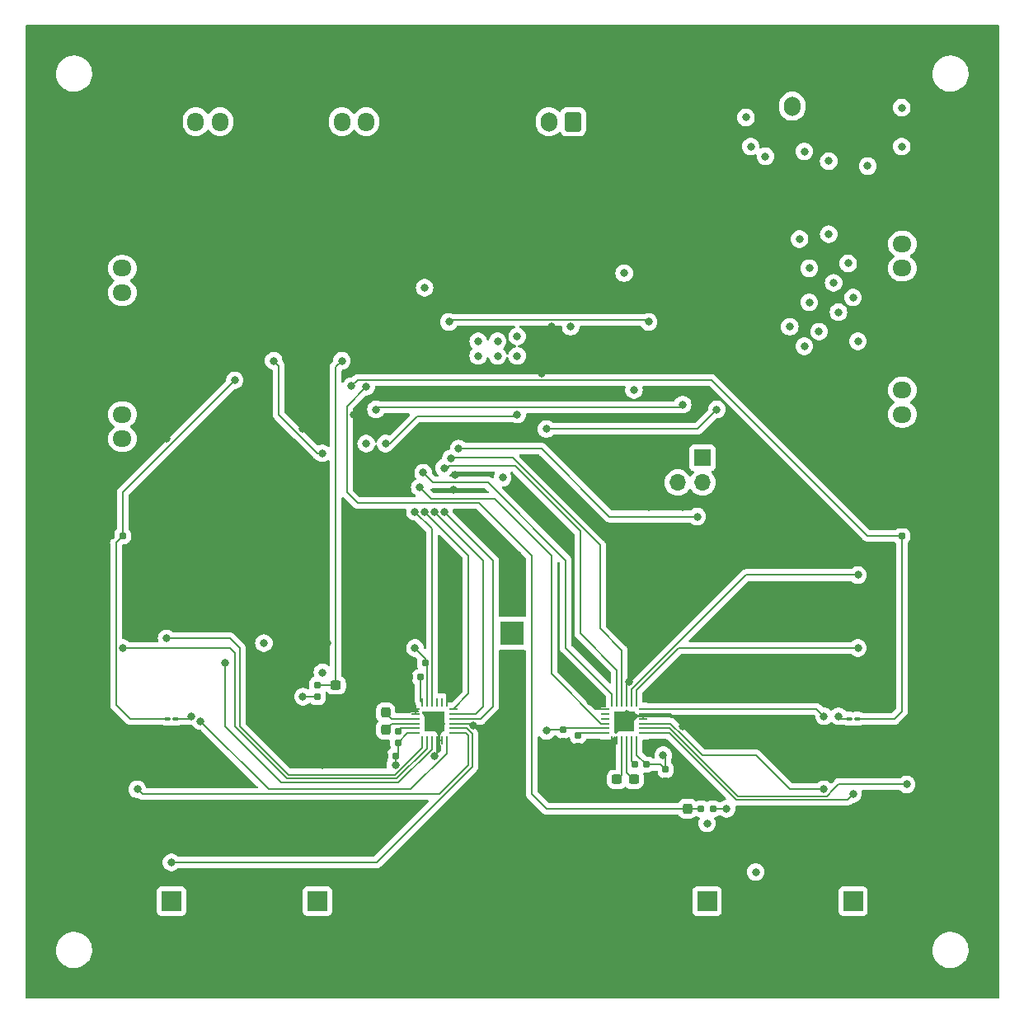
<source format=gbr>
%TF.GenerationSoftware,KiCad,Pcbnew,7.0.8*%
%TF.CreationDate,2024-07-04T02:39:20-07:00*%
%TF.ProjectId,go-kart-esc,676f2d6b-6172-4742-9d65-73632e6b6963,rev?*%
%TF.SameCoordinates,Original*%
%TF.FileFunction,Copper,L4,Bot*%
%TF.FilePolarity,Positive*%
%FSLAX46Y46*%
G04 Gerber Fmt 4.6, Leading zero omitted, Abs format (unit mm)*
G04 Created by KiCad (PCBNEW 7.0.8) date 2024-07-04 02:39:20*
%MOMM*%
%LPD*%
G01*
G04 APERTURE LIST*
G04 Aperture macros list*
%AMRoundRect*
0 Rectangle with rounded corners*
0 $1 Rounding radius*
0 $2 $3 $4 $5 $6 $7 $8 $9 X,Y pos of 4 corners*
0 Add a 4 corners polygon primitive as box body*
4,1,4,$2,$3,$4,$5,$6,$7,$8,$9,$2,$3,0*
0 Add four circle primitives for the rounded corners*
1,1,$1+$1,$2,$3*
1,1,$1+$1,$4,$5*
1,1,$1+$1,$6,$7*
1,1,$1+$1,$8,$9*
0 Add four rect primitives between the rounded corners*
20,1,$1+$1,$2,$3,$4,$5,0*
20,1,$1+$1,$4,$5,$6,$7,0*
20,1,$1+$1,$6,$7,$8,$9,0*
20,1,$1+$1,$8,$9,$2,$3,0*%
G04 Aperture macros list end*
%TA.AperFunction,ComponentPad*%
%ADD10R,2.000000X2.000000*%
%TD*%
%TA.AperFunction,ComponentPad*%
%ADD11C,2.000000*%
%TD*%
%TA.AperFunction,ComponentPad*%
%ADD12RoundRect,0.250000X0.725000X-0.600000X0.725000X0.600000X-0.725000X0.600000X-0.725000X-0.600000X0*%
%TD*%
%TA.AperFunction,ComponentPad*%
%ADD13O,1.950000X1.700000*%
%TD*%
%TA.AperFunction,ComponentPad*%
%ADD14R,2.400000X2.400000*%
%TD*%
%TA.AperFunction,ComponentPad*%
%ADD15C,2.400000*%
%TD*%
%TA.AperFunction,ComponentPad*%
%ADD16RoundRect,0.250000X0.600000X0.750000X-0.600000X0.750000X-0.600000X-0.750000X0.600000X-0.750000X0*%
%TD*%
%TA.AperFunction,ComponentPad*%
%ADD17O,1.700000X2.000000*%
%TD*%
%TA.AperFunction,ComponentPad*%
%ADD18RoundRect,0.250000X0.600000X0.725000X-0.600000X0.725000X-0.600000X-0.725000X0.600000X-0.725000X0*%
%TD*%
%TA.AperFunction,ComponentPad*%
%ADD19O,1.700000X1.950000*%
%TD*%
%TA.AperFunction,ComponentPad*%
%ADD20R,1.700000X1.700000*%
%TD*%
%TA.AperFunction,ComponentPad*%
%ADD21O,1.700000X1.700000*%
%TD*%
%TA.AperFunction,ComponentPad*%
%ADD22RoundRect,0.250000X-0.725000X0.600000X-0.725000X-0.600000X0.725000X-0.600000X0.725000X0.600000X0*%
%TD*%
%TA.AperFunction,SMDPad,CuDef*%
%ADD23RoundRect,0.155000X0.212500X0.155000X-0.212500X0.155000X-0.212500X-0.155000X0.212500X-0.155000X0*%
%TD*%
%TA.AperFunction,SMDPad,CuDef*%
%ADD24RoundRect,0.160000X0.197500X0.160000X-0.197500X0.160000X-0.197500X-0.160000X0.197500X-0.160000X0*%
%TD*%
%TA.AperFunction,SMDPad,CuDef*%
%ADD25RoundRect,0.160000X0.160000X-0.197500X0.160000X0.197500X-0.160000X0.197500X-0.160000X-0.197500X0*%
%TD*%
%TA.AperFunction,SMDPad,CuDef*%
%ADD26RoundRect,0.237500X0.300000X0.237500X-0.300000X0.237500X-0.300000X-0.237500X0.300000X-0.237500X0*%
%TD*%
%TA.AperFunction,SMDPad,CuDef*%
%ADD27RoundRect,0.062500X0.062500X-0.375000X0.062500X0.375000X-0.062500X0.375000X-0.062500X-0.375000X0*%
%TD*%
%TA.AperFunction,SMDPad,CuDef*%
%ADD28RoundRect,0.062500X0.375000X-0.062500X0.375000X0.062500X-0.375000X0.062500X-0.375000X-0.062500X0*%
%TD*%
%TA.AperFunction,SMDPad,CuDef*%
%ADD29R,2.100000X2.100000*%
%TD*%
%TA.AperFunction,SMDPad,CuDef*%
%ADD30RoundRect,0.100000X-0.217500X-0.100000X0.217500X-0.100000X0.217500X0.100000X-0.217500X0.100000X0*%
%TD*%
%TA.AperFunction,SMDPad,CuDef*%
%ADD31RoundRect,0.062500X-0.375000X-0.062500X0.375000X-0.062500X0.375000X0.062500X-0.375000X0.062500X0*%
%TD*%
%TA.AperFunction,SMDPad,CuDef*%
%ADD32RoundRect,0.062500X-0.062500X-0.375000X0.062500X-0.375000X0.062500X0.375000X-0.062500X0.375000X0*%
%TD*%
%TA.AperFunction,SMDPad,CuDef*%
%ADD33RoundRect,0.160000X-0.197500X-0.160000X0.197500X-0.160000X0.197500X0.160000X-0.197500X0.160000X0*%
%TD*%
%TA.AperFunction,SMDPad,CuDef*%
%ADD34RoundRect,0.155000X-0.155000X0.212500X-0.155000X-0.212500X0.155000X-0.212500X0.155000X0.212500X0*%
%TD*%
%TA.AperFunction,SMDPad,CuDef*%
%ADD35RoundRect,0.155000X0.155000X-0.212500X0.155000X0.212500X-0.155000X0.212500X-0.155000X-0.212500X0*%
%TD*%
%TA.AperFunction,SMDPad,CuDef*%
%ADD36RoundRect,0.237500X0.237500X-0.300000X0.237500X0.300000X-0.237500X0.300000X-0.237500X-0.300000X0*%
%TD*%
%TA.AperFunction,SMDPad,CuDef*%
%ADD37RoundRect,0.237500X-0.300000X-0.237500X0.300000X-0.237500X0.300000X0.237500X-0.300000X0.237500X0*%
%TD*%
%TA.AperFunction,SMDPad,CuDef*%
%ADD38RoundRect,0.237500X-0.237500X0.300000X-0.237500X-0.300000X0.237500X-0.300000X0.237500X0.300000X0*%
%TD*%
%TA.AperFunction,SMDPad,CuDef*%
%ADD39RoundRect,0.100000X0.217500X0.100000X-0.217500X0.100000X-0.217500X-0.100000X0.217500X-0.100000X0*%
%TD*%
%TA.AperFunction,ViaPad*%
%ADD40C,0.800000*%
%TD*%
%TA.AperFunction,Conductor*%
%ADD41C,0.200000*%
%TD*%
G04 APERTURE END LIST*
D10*
%TO.P,C602,1*%
%TO.N,+BATT*%
X85000000Y-105000000D03*
D11*
%TO.P,C602,2*%
%TO.N,GND*%
X85000000Y-110000000D03*
%TD*%
D12*
%TO.P,J109,1,Pin_1*%
%TO.N,GND*%
X105050000Y-57500000D03*
D13*
%TO.P,J109,2,Pin_2*%
%TO.N,/STM32F042/MOTOR_TEMP_B*%
X105050000Y-55000000D03*
%TO.P,J109,3,Pin_3*%
%TO.N,+3V3*%
X105050000Y-52500000D03*
%TD*%
D10*
%TO.P,C302,1*%
%TO.N,+BATT*%
X45000000Y-105000000D03*
D11*
%TO.P,C302,2*%
%TO.N,GND*%
X45000000Y-110000000D03*
%TD*%
D14*
%TO.P,C101,1*%
%TO.N,+BATT*%
X65000000Y-77500000D03*
D15*
%TO.P,C101,2*%
%TO.N,GND*%
X65000000Y-70000000D03*
%TD*%
D16*
%TO.P,J103,1,Pin_1*%
%TO.N,GND*%
X96250000Y-23350000D03*
D17*
%TO.P,J103,2,Pin_2*%
%TO.N,+5V*%
X93750000Y-23350000D03*
%TD*%
D16*
%TO.P,J104,1,Pin_1*%
%TO.N,/CAN/CANL*%
X71250000Y-24950000D03*
D17*
%TO.P,J104,2,Pin_2*%
%TO.N,/CAN/CANH*%
X68750000Y-24950000D03*
%TD*%
D18*
%TO.P,J111,1,Pin_1*%
%TO.N,GND*%
X52500000Y-24950000D03*
D19*
%TO.P,J111,2,Pin_2*%
%TO.N,/STM32F042/THROTTLE*%
X50000000Y-24950000D03*
%TO.P,J111,3,Pin_3*%
%TO.N,+3V3*%
X47500000Y-24950000D03*
%TD*%
D20*
%TO.P,J105,1,Pin_1*%
%TO.N,/STM32F042/nRESET*%
X84540000Y-59460000D03*
D21*
%TO.P,J105,2,Pin_2*%
%TO.N,/STM32F042/SWDIO*%
X84540000Y-62000000D03*
%TO.P,J105,3,Pin_3*%
%TO.N,GND*%
X82000000Y-59460000D03*
%TO.P,J105,4,Pin_4*%
%TO.N,/STM32F042/SWCLK*%
X82000000Y-62000000D03*
%TD*%
D12*
%TO.P,J108,1,Pin_1*%
%TO.N,GND*%
X105050000Y-42500000D03*
D13*
%TO.P,J108,2,Pin_2*%
%TO.N,/STM32F042/WHEEL_ENCODER_B*%
X105050000Y-40000000D03*
%TO.P,J108,3,Pin_3*%
%TO.N,+3V3*%
X105050000Y-37500000D03*
%TD*%
D10*
%TO.P,C604,1*%
%TO.N,+BATT*%
X30000000Y-105000000D03*
D11*
%TO.P,C604,2*%
%TO.N,GND*%
X30000000Y-110000000D03*
%TD*%
D10*
%TO.P,C304,1*%
%TO.N,+BATT*%
X100000000Y-105000000D03*
D11*
%TO.P,C304,2*%
%TO.N,GND*%
X100000000Y-110000000D03*
%TD*%
D22*
%TO.P,J106,1,Pin_1*%
%TO.N,GND*%
X24950000Y-52500000D03*
D13*
%TO.P,J106,2,Pin_2*%
%TO.N,/STM32F042/MOTOR_TEMP_A*%
X24950000Y-55000000D03*
%TO.P,J106,3,Pin_3*%
%TO.N,+3V3*%
X24950000Y-57500000D03*
%TD*%
D18*
%TO.P,J112,1,Pin_1*%
%TO.N,GND*%
X37500000Y-24950000D03*
D19*
%TO.P,J112,2,Pin_2*%
%TO.N,/STM32F042/BRAKE*%
X35000000Y-24950000D03*
%TO.P,J112,3,Pin_3*%
%TO.N,+3V3*%
X32500000Y-24950000D03*
%TD*%
D22*
%TO.P,J107,1,Pin_1*%
%TO.N,GND*%
X24950000Y-37500000D03*
D13*
%TO.P,J107,2,Pin_2*%
%TO.N,/STM32F042/WHEEL_ENCODER_A*%
X24950000Y-40000000D03*
%TO.P,J107,3,Pin_3*%
%TO.N,+3V3*%
X24950000Y-42500000D03*
%TD*%
D23*
%TO.P,C203,1*%
%TO.N,Net-(U201-DVDD)*%
X56067500Y-80500000D03*
%TO.P,C203,2*%
%TO.N,GND*%
X54932500Y-80500000D03*
%TD*%
D24*
%TO.P,R305,1*%
%TO.N,/Power-A/TEMP*%
X25000000Y-67500000D03*
%TO.P,R305,2*%
%TO.N,GND*%
X23805000Y-67500000D03*
%TD*%
D25*
%TO.P,R302,1*%
%TO.N,/Power-A/C*%
X45000000Y-84000000D03*
%TO.P,R302,2*%
%TO.N,/Power-A/CURR*%
X45000000Y-82805000D03*
%TD*%
D26*
%TO.P,C502,1*%
%TO.N,Net-(U501-CPH)*%
X77475000Y-92475000D03*
%TO.P,C502,2*%
%TO.N,Net-(U501-CPL)*%
X75750000Y-92475000D03*
%TD*%
D27*
%TO.P,U501,1,VM*%
%TO.N,+BATT*%
X77750000Y-88437500D03*
%TO.P,U501,2,VCP*%
%TO.N,Net-(U501-VCP)*%
X77250000Y-88437500D03*
%TO.P,U501,3,CPH*%
%TO.N,Net-(U501-CPH)*%
X76750000Y-88437500D03*
%TO.P,U501,4,CPL*%
%TO.N,Net-(U501-CPL)*%
X76250000Y-88437500D03*
%TO.P,U501,5,GND*%
%TO.N,GND*%
X75750000Y-88437500D03*
%TO.P,U501,6,VREF*%
X75250000Y-88437500D03*
D28*
%TO.P,U501,7,AVDD*%
%TO.N,Net-(U501-AVDD)*%
X74562500Y-87750000D03*
%TO.P,U501,8,DVDD*%
%TO.N,Net-(U501-DVDD)*%
X74562500Y-87250000D03*
%TO.P,U501,9,nFAULT*%
%TO.N,/DRV8701P-A1/nFAULT*%
X74562500Y-86750000D03*
%TO.P,U501,10,SNSOUT*%
%TO.N,unconnected-(U501-SNSOUT-Pad10)*%
X74562500Y-86250000D03*
%TO.P,U501,11,SO*%
%TO.N,unconnected-(U501-SO-Pad11)*%
X74562500Y-85750000D03*
%TO.P,U501,12,IDRIVE*%
%TO.N,GND*%
X74562500Y-85250000D03*
D27*
%TO.P,U501,13,nSLEEP*%
%TO.N,/DRV8701P-A1/nSLEEP*%
X75250000Y-84562500D03*
%TO.P,U501,14,IN2*%
%TO.N,/DRV8701P-A1/IN2*%
X75750000Y-84562500D03*
%TO.P,U501,15,IN1*%
%TO.N,/DRV8701P-A1/IN1*%
X76250000Y-84562500D03*
%TO.P,U501,16,GND*%
%TO.N,GND*%
X76750000Y-84562500D03*
%TO.P,U501,17,GH1*%
%TO.N,/DRV8701P-A1/GH1*%
X77250000Y-84562500D03*
%TO.P,U501,18,SH1*%
%TO.N,/DRV8701P-A1/SH1*%
X77750000Y-84562500D03*
D28*
%TO.P,U501,19,GL1*%
%TO.N,/DRV8701P-A1/GL1*%
X78437500Y-85250000D03*
%TO.P,U501,20,SN*%
%TO.N,GND*%
X78437500Y-85750000D03*
%TO.P,U501,21,SP*%
X78437500Y-86250000D03*
%TO.P,U501,22,GL2*%
%TO.N,/DRV8701P-A1/GL2*%
X78437500Y-86750000D03*
%TO.P,U501,23,SH2*%
%TO.N,/DRV8701P-A1/SH2*%
X78437500Y-87250000D03*
%TO.P,U501,24,GH2*%
%TO.N,/DRV8701P-A1/GH2*%
X78437500Y-87750000D03*
D29*
%TO.P,U501,25,GND*%
%TO.N,GND*%
X76500000Y-86500000D03*
%TD*%
D30*
%TO.P,TH601,1*%
%TO.N,+3V3*%
X99592500Y-86250000D03*
%TO.P,TH601,2*%
%TO.N,/Power-A1/TEMP*%
X100407500Y-86250000D03*
%TD*%
D23*
%TO.P,C501,1*%
%TO.N,+BATT*%
X78750000Y-90975000D03*
%TO.P,C501,2*%
%TO.N,Net-(U501-VCP)*%
X77615000Y-90975000D03*
%TD*%
%TO.P,C205,1*%
%TO.N,+BATT*%
X53045000Y-90062500D03*
%TO.P,C205,2*%
%TO.N,GND*%
X51910000Y-90062500D03*
%TD*%
D31*
%TO.P,U201,1,VM*%
%TO.N,+BATT*%
X55062500Y-87750000D03*
%TO.P,U201,2,VCP*%
%TO.N,Net-(U201-VCP)*%
X55062500Y-87250000D03*
%TO.P,U201,3,CPH*%
%TO.N,Net-(U201-CPH)*%
X55062500Y-86750000D03*
%TO.P,U201,4,CPL*%
%TO.N,Net-(U201-CPL)*%
X55062500Y-86250000D03*
%TO.P,U201,5,GND*%
%TO.N,GND*%
X55062500Y-85750000D03*
%TO.P,U201,6,VREF*%
X55062500Y-85250000D03*
D32*
%TO.P,U201,7,AVDD*%
%TO.N,Net-(U201-AVDD)*%
X55750000Y-84562500D03*
%TO.P,U201,8,DVDD*%
%TO.N,Net-(U201-DVDD)*%
X56250000Y-84562500D03*
%TO.P,U201,9,nFAULT*%
%TO.N,/DRV8701P-A/nFAULT*%
X56750000Y-84562500D03*
%TO.P,U201,10,SNSOUT*%
%TO.N,unconnected-(U201-SNSOUT-Pad10)*%
X57250000Y-84562500D03*
%TO.P,U201,11,SO*%
%TO.N,unconnected-(U201-SO-Pad11)*%
X57750000Y-84562500D03*
%TO.P,U201,12,IDRIVE*%
%TO.N,GND*%
X58250000Y-84562500D03*
D31*
%TO.P,U201,13,nSLEEP*%
%TO.N,/DRV8701P-A/nSLEEP*%
X58937500Y-85250000D03*
%TO.P,U201,14,IN2*%
%TO.N,/DRV8701P-A/IN2*%
X58937500Y-85750000D03*
%TO.P,U201,15,IN1*%
%TO.N,/DRV8701P-A/IN1*%
X58937500Y-86250000D03*
%TO.P,U201,16,GND*%
%TO.N,GND*%
X58937500Y-86750000D03*
%TO.P,U201,17,GH1*%
%TO.N,/DRV8701P-A/GH1*%
X58937500Y-87250000D03*
%TO.P,U201,18,SH1*%
%TO.N,/DRV8701P-A/SH1*%
X58937500Y-87750000D03*
D32*
%TO.P,U201,19,GL1*%
%TO.N,/DRV8701P-A/GL1*%
X58250000Y-88437500D03*
%TO.P,U201,20,SN*%
%TO.N,GND*%
X57750000Y-88437500D03*
%TO.P,U201,21,SP*%
X57250000Y-88437500D03*
%TO.P,U201,22,GL2*%
%TO.N,/DRV8701P-A/GL2*%
X56750000Y-88437500D03*
%TO.P,U201,23,SH2*%
%TO.N,/DRV8701P-A/SH2*%
X56250000Y-88437500D03*
%TO.P,U201,24,GH2*%
%TO.N,/DRV8701P-A/GH2*%
X55750000Y-88437500D03*
D29*
%TO.P,U201,25,GND*%
%TO.N,GND*%
X57000000Y-86500000D03*
%TD*%
D33*
%TO.P,R605,1*%
%TO.N,/Power-A1/TEMP*%
X105000000Y-67500000D03*
%TO.P,R605,2*%
%TO.N,GND*%
X106195000Y-67500000D03*
%TD*%
D34*
%TO.P,C503,1*%
%TO.N,Net-(U501-DVDD)*%
X70250000Y-87407500D03*
%TO.P,C503,2*%
%TO.N,GND*%
X70250000Y-88542500D03*
%TD*%
D35*
%TO.P,C201,1*%
%TO.N,+BATT*%
X53250000Y-88697500D03*
%TO.P,C201,2*%
%TO.N,Net-(U201-VCP)*%
X53250000Y-87562500D03*
%TD*%
D36*
%TO.P,C202,1*%
%TO.N,Net-(U201-CPH)*%
X52000000Y-87362500D03*
%TO.P,C202,2*%
%TO.N,Net-(U201-CPL)*%
X52000000Y-85637500D03*
%TD*%
D37*
%TO.P,C303,1*%
%TO.N,/Power-A/CURR*%
X46875000Y-82805000D03*
%TO.P,C303,2*%
%TO.N,GND*%
X48600000Y-82805000D03*
%TD*%
D34*
%TO.P,C505,1*%
%TO.N,+BATT*%
X80750000Y-91475000D03*
%TO.P,C505,2*%
%TO.N,GND*%
X80750000Y-92610000D03*
%TD*%
%TO.P,C504,1*%
%TO.N,Net-(U501-AVDD)*%
X71750000Y-87975000D03*
%TO.P,C504,2*%
%TO.N,GND*%
X71750000Y-89110000D03*
%TD*%
D38*
%TO.P,C603,1*%
%TO.N,/Power-A1/CURR*%
X83000000Y-95500000D03*
%TO.P,C603,2*%
%TO.N,GND*%
X83000000Y-97225000D03*
%TD*%
D24*
%TO.P,R602,1*%
%TO.N,/Power-A1/C*%
X85597500Y-95500000D03*
%TO.P,R602,2*%
%TO.N,/Power-A1/CURR*%
X84402500Y-95500000D03*
%TD*%
D23*
%TO.P,C204,1*%
%TO.N,Net-(U201-AVDD)*%
X55567500Y-82000000D03*
%TO.P,C204,2*%
%TO.N,GND*%
X54432500Y-82000000D03*
%TD*%
D39*
%TO.P,TH301,1*%
%TO.N,+3V3*%
X30407500Y-86250000D03*
%TO.P,TH301,2*%
%TO.N,/Power-A/TEMP*%
X29592500Y-86250000D03*
%TD*%
D40*
%TO.N,GND*%
X68000000Y-50767657D03*
%TO.N,+3V3*%
X64000000Y-61500000D03*
%TO.N,Net-(U501-DVDD)*%
X68500000Y-87500000D03*
%TO.N,+5V*%
X105000000Y-23500000D03*
X105000000Y-27500000D03*
X101500000Y-29500000D03*
X89000000Y-24500000D03*
X89500000Y-27500000D03*
X95000000Y-28000000D03*
X97500000Y-29000000D03*
%TO.N,GND*%
X59000000Y-62699500D03*
%TO.N,/STM32F042/SWDIO*%
X59486551Y-58513449D03*
%TO.N,/DRV8701P-A1/IN2*%
X58000000Y-60500000D03*
%TO.N,/DRV8701P-A1/IN1*%
X58672791Y-59561504D03*
%TO.N,+3V3*%
X97500000Y-36500000D03*
X100500000Y-47500000D03*
X99500000Y-39500000D03*
X100000000Y-43000000D03*
X98500000Y-44500000D03*
X98000000Y-41500000D03*
X95500000Y-43500000D03*
X93500000Y-46000000D03*
X95000000Y-48000000D03*
X96500000Y-46500000D03*
X95500000Y-40000000D03*
X76500000Y-40500000D03*
%TO.N,Net-(U201-DVDD)*%
X55000000Y-79000000D03*
%TO.N,+3V3*%
X65500000Y-49000000D03*
X65500000Y-47000000D03*
X63500000Y-49000000D03*
X63500000Y-47500000D03*
X61500000Y-47500000D03*
X61500000Y-49000000D03*
%TO.N,GND*%
X58500000Y-53000000D03*
X55500000Y-53000000D03*
X58000000Y-42000000D03*
X92500000Y-28500000D03*
X53500000Y-85000000D03*
%TO.N,+3V3*%
X90000000Y-102000000D03*
%TO.N,/STM32F042/WHEEL_ENCODER_A*%
X52000000Y-58000000D03*
X45500000Y-59000000D03*
X40500000Y-49500000D03*
%TO.N,+3V3*%
X94500000Y-37000000D03*
X56000000Y-42000000D03*
%TO.N,GND*%
X103000000Y-69000000D03*
X100500000Y-69000000D03*
X92000000Y-60000000D03*
X94500000Y-63000000D03*
X98500000Y-66000000D03*
X94500000Y-58500000D03*
X97000000Y-60500000D03*
X100000000Y-63500000D03*
X109500000Y-65000000D03*
X102500000Y-64500000D03*
X89500000Y-57500000D03*
X93000000Y-57000000D03*
X97000000Y-56500000D03*
X95000000Y-53500000D03*
X92500000Y-54000000D03*
X97500000Y-54000000D03*
X100500000Y-53500000D03*
X103000000Y-53500000D03*
X98500000Y-31500000D03*
X87000000Y-28000000D03*
X90000000Y-30500000D03*
X96000000Y-31500000D03*
X77000000Y-49000000D03*
X76500000Y-43000000D03*
X80500000Y-48500000D03*
X87500000Y-51500000D03*
X84500000Y-54000000D03*
X90500000Y-48000000D03*
X94500000Y-50000000D03*
X90500000Y-53000000D03*
X88000000Y-57500000D03*
X81000000Y-58000000D03*
X78000000Y-62500000D03*
X71000000Y-59500000D03*
X75500000Y-62500000D03*
X77500000Y-60500000D03*
X70000000Y-48500000D03*
X73500000Y-47500000D03*
X74500000Y-42000000D03*
X76000000Y-38000000D03*
X74500000Y-35000000D03*
X72500000Y-32500000D03*
X73000000Y-30500000D03*
X72000000Y-28000000D03*
X67500000Y-28000000D03*
X68000000Y-31000000D03*
X66000000Y-34500000D03*
X65500000Y-38000000D03*
X66000000Y-40500000D03*
X65500000Y-43500000D03*
X62500000Y-44000000D03*
X60000000Y-43500000D03*
X56000000Y-38000000D03*
X56000000Y-34000000D03*
X55500000Y-32000000D03*
X54000000Y-30000000D03*
X52500000Y-28500000D03*
X51000000Y-32000000D03*
X53000000Y-34000000D03*
X53000000Y-36500000D03*
X53000000Y-41000000D03*
X53000000Y-47500000D03*
X53000000Y-43500000D03*
X53000000Y-38500000D03*
X51000000Y-40500000D03*
X51500000Y-45500000D03*
X48000000Y-43500000D03*
X46500000Y-41000000D03*
X45000000Y-39500000D03*
X43500000Y-38000000D03*
X36000000Y-27000000D03*
X36500000Y-30000000D03*
X37000000Y-32500000D03*
X39500000Y-34500000D03*
X41500000Y-36000000D03*
X38500000Y-30500000D03*
X32500000Y-20500000D03*
X30500000Y-28500000D03*
X26500000Y-33500000D03*
X21000000Y-32500000D03*
X24000000Y-30000000D03*
X33500000Y-37500000D03*
X35000000Y-37500000D03*
X32500000Y-33500000D03*
X32000000Y-31000000D03*
X37500000Y-41000000D03*
X42000000Y-45500000D03*
X36500000Y-38500000D03*
X47000000Y-47500000D03*
X44000000Y-48000000D03*
X38000000Y-49500000D03*
X43000000Y-49500000D03*
X33500000Y-49500000D03*
X29500000Y-52000000D03*
X27000000Y-58500000D03*
X25500000Y-60500000D03*
X22500000Y-65000000D03*
X29500000Y-63500000D03*
X34500000Y-55500000D03*
X43500000Y-56500000D03*
X43500000Y-63000000D03*
X35500000Y-63500000D03*
X37000000Y-60000000D03*
X82500000Y-91000000D03*
X84000000Y-87500000D03*
X83500000Y-92000000D03*
X84500000Y-93000000D03*
X47000000Y-89500000D03*
X46500000Y-87000000D03*
X48000000Y-88000000D03*
X48000000Y-90500000D03*
X46000000Y-88500000D03*
X45500000Y-91000000D03*
X66500000Y-111500000D03*
X67000000Y-106500000D03*
X68500000Y-102500000D03*
X70500000Y-67500000D03*
X62000000Y-67500000D03*
X59500000Y-70500000D03*
X43000000Y-68500000D03*
X49000000Y-67500000D03*
X55000000Y-70000000D03*
X52500000Y-68000000D03*
X50500000Y-69500000D03*
X44000000Y-70500000D03*
X41000000Y-67500000D03*
X37500000Y-69500000D03*
X33000000Y-69500000D03*
X30000000Y-67500000D03*
X27000000Y-70000000D03*
X18500000Y-69500000D03*
X19000000Y-84500000D03*
X18000000Y-92000000D03*
X17000000Y-87000000D03*
X16500000Y-92000000D03*
X19000000Y-90000000D03*
X17500000Y-101500000D03*
X21500000Y-104500000D03*
X18500000Y-105500000D03*
X27000000Y-109500000D03*
X27500000Y-113000000D03*
X25000000Y-110500000D03*
X32000000Y-113000000D03*
X36500000Y-110000000D03*
X37500000Y-113000000D03*
X40000000Y-111000000D03*
X48500000Y-110500000D03*
X45063481Y-112806380D03*
X51500000Y-112000000D03*
X52500000Y-110000000D03*
X73500000Y-93500000D03*
X70887571Y-93412796D03*
X71000000Y-97500000D03*
X74102823Y-100761944D03*
X72500000Y-103500000D03*
X76705646Y-109846307D03*
X77471182Y-111326344D03*
X82500000Y-112000000D03*
X91000000Y-112000000D03*
X104000000Y-112500000D03*
X113000000Y-107500000D03*
X113000000Y-103000000D03*
X112787920Y-90656865D03*
X112992063Y-85400183D03*
X112532742Y-80143501D03*
X113000000Y-69000000D03*
X107735381Y-69630137D03*
X98089625Y-68813565D03*
X93394336Y-69119779D03*
X88188689Y-69170815D03*
X84000000Y-69500000D03*
X79000000Y-69500000D03*
X99500000Y-58000000D03*
X29500000Y-57500000D03*
%TO.N,/STM32F042/nRESET*%
X79000000Y-45500000D03*
%TO.N,GND*%
X86500000Y-57000000D03*
X82500000Y-64500000D03*
X79000000Y-64500000D03*
%TO.N,/STM32F042/SWDIO*%
X84000000Y-65500000D03*
%TO.N,/STM32F042/WHEEL_ENCODER_B*%
X86000000Y-54500000D03*
%TO.N,/Power-A1/CURR*%
X50000000Y-52166657D03*
%TO.N,/STM32F042/MOTOR_TEMP_B*%
X51000000Y-54500000D03*
%TO.N,+3V3*%
X98500000Y-86000000D03*
%TO.N,/Power-A/CURR*%
X47500000Y-49500000D03*
%TO.N,/Power-A/TEMP*%
X36500000Y-51500000D03*
%TO.N,GND*%
X23000000Y-68000000D03*
%TO.N,+3V3*%
X32000000Y-86000000D03*
%TO.N,/Power-A1/TEMP*%
X48500000Y-52100500D03*
%TO.N,/STM32F042/MOTOR_TEMP_B*%
X82500000Y-54000000D03*
%TO.N,GND*%
X46000000Y-78500000D03*
X61027464Y-86972536D03*
X82500000Y-87000000D03*
X84000000Y-99500000D03*
X101500000Y-43000000D03*
X32500000Y-28500000D03*
X92000000Y-37500000D03*
X28500000Y-42000000D03*
X42500000Y-77000000D03*
X77000000Y-82500000D03*
X74000000Y-41000000D03*
X59135000Y-61250000D03*
X50000000Y-89500000D03*
X58500000Y-83000000D03*
X69000000Y-46000000D03*
X49500000Y-87000000D03*
X87000000Y-100500000D03*
X48699500Y-55000000D03*
X53500000Y-80000000D03*
X75000000Y-90500000D03*
X57055282Y-90055282D03*
X73000000Y-84500000D03*
X77500000Y-57500000D03*
X71500000Y-57500000D03*
X48000000Y-28500000D03*
X72000000Y-90000000D03*
X53000000Y-81500000D03*
X83500000Y-98500000D03*
X74500000Y-61500000D03*
X70500000Y-90000000D03*
X67500000Y-36000000D03*
X82000000Y-93000000D03*
X28500000Y-57000000D03*
X101000000Y-57500000D03*
%TO.N,+3V3*%
X45500000Y-81500000D03*
X77500000Y-52500000D03*
X50000000Y-58000000D03*
X85000000Y-97000000D03*
X39500000Y-78500000D03*
%TO.N,/STM32F042/WHEEL_ENCODER_A*%
X65500000Y-55000000D03*
%TO.N,/STM32F042/WHEEL_ENCODER_B*%
X68500000Y-56500000D03*
%TO.N,/DRV8701P-A/GH1*%
X30000000Y-101000000D03*
%TO.N,/DRV8701P-A/SH1*%
X26500000Y-93500000D03*
%TO.N,/DRV8701P-A/GL1*%
X33000000Y-86500000D03*
%TO.N,/DRV8701P-A/GH2*%
X29500000Y-78000000D03*
%TO.N,/DRV8701P-A/SH2*%
X25000000Y-79000000D03*
%TO.N,/DRV8701P-A/GL2*%
X35500000Y-80500000D03*
%TO.N,/DRV8701P-A1/GH1*%
X100500000Y-71500000D03*
%TO.N,/DRV8701P-A1/SH1*%
X100500000Y-79000000D03*
%TO.N,/DRV8701P-A1/GL1*%
X97000000Y-86000000D03*
%TO.N,/DRV8701P-A1/GH2*%
X100000000Y-94000000D03*
%TO.N,/DRV8701P-A1/SH2*%
X105500000Y-93000000D03*
%TO.N,/DRV8701P-A1/GL2*%
X97000000Y-93500000D03*
%TO.N,/DRV8701P-A1/nFAULT*%
X55500000Y-62500000D03*
%TO.N,/DRV8701P-A1/nSLEEP*%
X55850500Y-61000000D03*
%TO.N,/DRV8701P-A/nFAULT*%
X55000000Y-65000000D03*
%TO.N,/DRV8701P-A/nSLEEP*%
X56000000Y-65000000D03*
%TO.N,/DRV8701P-A/IN1*%
X58000000Y-65000000D03*
%TO.N,/DRV8701P-A/IN2*%
X57000000Y-65000000D03*
%TO.N,/STM32F042/nRESET*%
X58500000Y-45500000D03*
%TO.N,/Power-A/C*%
X43500000Y-84000000D03*
%TO.N,/Power-A1/C*%
X87000000Y-95500000D03*
%TO.N,+5V*%
X71000000Y-46000000D03*
X91000000Y-28500000D03*
%TO.N,+BATT*%
X80500000Y-90000000D03*
X53000000Y-91000000D03*
%TD*%
D41*
%TO.N,Net-(U201-AVDD)*%
X55567500Y-84380000D02*
X55750000Y-84562500D01*
X55567500Y-82000000D02*
X55567500Y-84380000D01*
%TO.N,Net-(U501-DVDD)*%
X68592500Y-87407500D02*
X68500000Y-87500000D01*
X70250000Y-87407500D02*
X68592500Y-87407500D01*
%TO.N,/STM32F042/SWDIO*%
X75000000Y-65500000D02*
X84000000Y-65500000D01*
X68013449Y-58513449D02*
X75000000Y-65500000D01*
X59486551Y-58513449D02*
X68013449Y-58513449D01*
%TO.N,/DRV8701P-A1/IN2*%
X58349500Y-60500000D02*
X58549500Y-60300000D01*
X58000000Y-60500000D02*
X58349500Y-60500000D01*
%TO.N,/Power-A/CURR*%
X46875000Y-50125000D02*
X47500000Y-49500000D01*
X46875000Y-82805000D02*
X46875000Y-50125000D01*
%TO.N,Net-(U201-DVDD)*%
X56067500Y-80067500D02*
X55000000Y-79000000D01*
X56067500Y-80500000D02*
X56067500Y-80067500D01*
%TO.N,GND*%
X53750000Y-85250000D02*
X53500000Y-85000000D01*
X55062500Y-85250000D02*
X53750000Y-85250000D01*
X55062500Y-85750000D02*
X55062500Y-85250000D01*
%TO.N,/STM32F042/WHEEL_ENCODER_A*%
X52400000Y-58000000D02*
X55200000Y-55200000D01*
X52000000Y-58000000D02*
X52400000Y-58000000D01*
X41000000Y-55000000D02*
X45000000Y-59000000D01*
X41000000Y-50000000D02*
X41000000Y-55000000D01*
X40500000Y-49500000D02*
X41000000Y-50000000D01*
X45000000Y-59000000D02*
X45500000Y-59000000D01*
%TO.N,Net-(U501-AVDD)*%
X71750000Y-87975000D02*
X71975000Y-87750000D01*
%TO.N,/DRV8701P-A1/nFAULT*%
X63200000Y-63700000D02*
X56700000Y-63700000D01*
X69000000Y-69500000D02*
X63200000Y-63700000D01*
X56700000Y-63700000D02*
X55500000Y-62500000D01*
X69000000Y-81637654D02*
X69000000Y-69500000D01*
X74112346Y-86750000D02*
X69000000Y-81637654D01*
X74562500Y-86750000D02*
X74112346Y-86750000D01*
%TO.N,/STM32F042/nRESET*%
X78800000Y-45300000D02*
X58700000Y-45300000D01*
X79000000Y-45500000D02*
X78800000Y-45300000D01*
X58700000Y-45300000D02*
X58500000Y-45500000D01*
%TO.N,/STM32F042/WHEEL_ENCODER_B*%
X82000000Y-56500000D02*
X84000000Y-56500000D01*
X84000000Y-56500000D02*
X86000000Y-54500000D01*
%TO.N,/Power-A1/CURR*%
X48000000Y-54166657D02*
X48000000Y-63000000D01*
X50000000Y-52166657D02*
X48000000Y-54166657D01*
%TO.N,/STM32F042/MOTOR_TEMP_B*%
X51000000Y-54500000D02*
X51200000Y-54300000D01*
X82200000Y-54300000D02*
X82500000Y-54000000D01*
X51200000Y-54300000D02*
X82200000Y-54300000D01*
%TO.N,/Power-A1/CURR*%
X61600000Y-64100000D02*
X49100000Y-64100000D01*
X67000000Y-69500000D02*
X61600000Y-64100000D01*
X49100000Y-64100000D02*
X48000000Y-63000000D01*
X67000000Y-94000000D02*
X67000000Y-69500000D01*
%TO.N,+3V3*%
X98750000Y-86250000D02*
X98500000Y-86000000D01*
X99592500Y-86250000D02*
X98750000Y-86250000D01*
%TO.N,/Power-A1/TEMP*%
X104250000Y-86250000D02*
X100407500Y-86250000D01*
X105000000Y-85500000D02*
X104250000Y-86250000D01*
X105000000Y-67500000D02*
X105000000Y-85500000D01*
X49133343Y-51467157D02*
X48500000Y-52100500D01*
X85467157Y-51467157D02*
X49133343Y-51467157D01*
X101500000Y-67500000D02*
X85467157Y-51467157D01*
X105000000Y-67500000D02*
X101500000Y-67500000D01*
%TO.N,/Power-A/TEMP*%
X25000000Y-63000000D02*
X36500000Y-51500000D01*
X25000000Y-67500000D02*
X25000000Y-63000000D01*
%TO.N,GND*%
X23500000Y-67500000D02*
X23000000Y-68000000D01*
X23805000Y-67500000D02*
X23500000Y-67500000D01*
%TO.N,/Power-A/TEMP*%
X24300000Y-84800000D02*
X24300000Y-68200000D01*
X25750000Y-86250000D02*
X24300000Y-84800000D01*
X24300000Y-68200000D02*
X25000000Y-67500000D01*
X29592500Y-86250000D02*
X25750000Y-86250000D01*
%TO.N,+3V3*%
X31750000Y-86250000D02*
X32000000Y-86000000D01*
X30407500Y-86250000D02*
X31750000Y-86250000D01*
%TO.N,/STM32F042/WHEEL_ENCODER_A*%
X65300000Y-55200000D02*
X55200000Y-55200000D01*
%TO.N,GND*%
X76750000Y-82750000D02*
X77000000Y-82500000D01*
X58250000Y-83250000D02*
X58500000Y-83000000D01*
X58937500Y-86750000D02*
X60804928Y-86750000D01*
X54432500Y-82000000D02*
X53500000Y-82000000D01*
X57250000Y-88437500D02*
X57750000Y-88437500D01*
X57250000Y-88437500D02*
X57250000Y-89860564D01*
X60804928Y-86750000D02*
X61027464Y-86972536D01*
X74562500Y-85250000D02*
X73750000Y-85250000D01*
X83000000Y-97225000D02*
X83000000Y-98000000D01*
X75250000Y-88437500D02*
X75250000Y-90250000D01*
X78437500Y-85750000D02*
X81250000Y-85750000D01*
X54932500Y-80500000D02*
X54000000Y-80500000D01*
X53500000Y-82000000D02*
X53000000Y-81500000D01*
X75750000Y-88437500D02*
X75250000Y-88437500D01*
X48600000Y-82805000D02*
X48600000Y-86100000D01*
X73750000Y-85250000D02*
X73000000Y-84500000D01*
X78437500Y-85750000D02*
X78437500Y-86250000D01*
X50562500Y-90062500D02*
X50000000Y-89500000D01*
X81250000Y-85750000D02*
X82500000Y-87000000D01*
X81610000Y-92610000D02*
X82000000Y-93000000D01*
X58250000Y-84562500D02*
X58250000Y-83250000D01*
X76750000Y-84562500D02*
X76750000Y-82750000D01*
X51910000Y-90062500D02*
X50562500Y-90062500D01*
X75250000Y-90250000D02*
X75000000Y-90500000D01*
X70250000Y-88542500D02*
X70250000Y-89750000D01*
X83000000Y-98000000D02*
X83500000Y-98500000D01*
X71750000Y-89750000D02*
X72000000Y-90000000D01*
X70250000Y-89750000D02*
X70500000Y-90000000D01*
X80750000Y-92610000D02*
X81610000Y-92610000D01*
X54000000Y-80500000D02*
X53500000Y-80000000D01*
X48600000Y-86100000D02*
X49500000Y-87000000D01*
X57250000Y-89860564D02*
X57055282Y-90055282D01*
X71750000Y-89110000D02*
X71750000Y-89750000D01*
%TO.N,Net-(U201-DVDD)*%
X56250000Y-84562500D02*
X56250000Y-80682500D01*
X56250000Y-80682500D02*
X56067500Y-80500000D01*
%TO.N,Net-(U501-DVDD)*%
X74562500Y-87250000D02*
X70407500Y-87250000D01*
X70407500Y-87250000D02*
X70250000Y-87407500D01*
%TO.N,/STM32F042/WHEEL_ENCODER_A*%
X65500000Y-55000000D02*
X65300000Y-55200000D01*
%TO.N,/STM32F042/WHEEL_ENCODER_B*%
X68500000Y-56500000D02*
X82000000Y-56500000D01*
%TO.N,/DRV8701P-A/GH1*%
X51065686Y-101000000D02*
X30000000Y-101000000D01*
X60315686Y-87250000D02*
X60900000Y-87834315D01*
X58937500Y-87250000D02*
X60315686Y-87250000D01*
X60900000Y-91165686D02*
X51065686Y-101000000D01*
X60900000Y-87834315D02*
X60900000Y-91165686D01*
%TO.N,/DRV8701P-A/SH1*%
X57500000Y-94000000D02*
X46000000Y-94000000D01*
X60250000Y-87750000D02*
X60500000Y-88000000D01*
X60500000Y-91000000D02*
X57500000Y-94000000D01*
X46000000Y-94000000D02*
X27000000Y-94000000D01*
X27000000Y-94000000D02*
X26500000Y-93500000D01*
X60500000Y-88000000D02*
X60500000Y-88500000D01*
X60500000Y-88500000D02*
X60500000Y-91000000D01*
X58937500Y-87750000D02*
X60250000Y-87750000D01*
%TO.N,/DRV8701P-A/GL1*%
X58250000Y-88437500D02*
X58250000Y-89850514D01*
X54600514Y-93500000D02*
X40000000Y-93500000D01*
X58250000Y-89850514D02*
X54600514Y-93500000D01*
X40000000Y-93500000D02*
X33000000Y-86500000D01*
%TO.N,/DRV8701P-A/GH2*%
X55750000Y-88437500D02*
X55750000Y-89239950D01*
X37000000Y-79000000D02*
X36000000Y-78000000D01*
X37000000Y-87000000D02*
X37000000Y-79000000D01*
X42000000Y-92000000D02*
X41500000Y-91500000D01*
X55750000Y-89239950D02*
X52989950Y-92000000D01*
X33000000Y-78000000D02*
X29500000Y-78000000D01*
X52989950Y-92000000D02*
X48500000Y-92000000D01*
X48500000Y-92000000D02*
X42000000Y-92000000D01*
X41500000Y-91500000D02*
X37000000Y-87000000D01*
X36000000Y-78000000D02*
X33000000Y-78000000D01*
%TO.N,/DRV8701P-A/SH2*%
X41834314Y-92400000D02*
X36500000Y-87065686D01*
X56250000Y-88437500D02*
X56250000Y-89305635D01*
X36500000Y-79500000D02*
X36000000Y-79000000D01*
X56250000Y-89305635D02*
X53155635Y-92400000D01*
X53155635Y-92400000D02*
X41834314Y-92400000D01*
X36500000Y-87065686D02*
X36500000Y-79500000D01*
X36000000Y-79000000D02*
X25000000Y-79000000D01*
%TO.N,/DRV8701P-A/GL2*%
X53321320Y-92800000D02*
X41300000Y-92800000D01*
X56750000Y-88437500D02*
X56750000Y-89371321D01*
X35500000Y-87000000D02*
X35500000Y-80500000D01*
X41300000Y-92800000D02*
X35500000Y-87000000D01*
X56750000Y-89371321D02*
X53321320Y-92800000D01*
%TO.N,/DRV8701P-A1/GH1*%
X89000000Y-71500000D02*
X100500000Y-71500000D01*
X77250000Y-83250000D02*
X89000000Y-71500000D01*
X77250000Y-84562500D02*
X77250000Y-83250000D01*
%TO.N,/DRV8701P-A1/SH1*%
X82065686Y-79000000D02*
X100500000Y-79000000D01*
X77750000Y-84562500D02*
X77750000Y-83315686D01*
X77750000Y-83315686D02*
X82065686Y-79000000D01*
%TO.N,/DRV8701P-A1/GL1*%
X96250000Y-85250000D02*
X97000000Y-86000000D01*
X78437500Y-85250000D02*
X96250000Y-85250000D01*
%TO.N,/DRV8701P-A1/GH2*%
X87968629Y-94600000D02*
X99400000Y-94600000D01*
X81118628Y-87750000D02*
X87968629Y-94600000D01*
X78437500Y-87750000D02*
X81118628Y-87750000D01*
X99400000Y-94600000D02*
X100000000Y-94000000D01*
%TO.N,/DRV8701P-A1/SH2*%
X88134314Y-94200000D02*
X97300000Y-94200000D01*
X78437500Y-87250000D02*
X81184314Y-87250000D01*
X98000000Y-93500000D02*
X98500000Y-93000000D01*
X97300000Y-94200000D02*
X98000000Y-93500000D01*
X98500000Y-93000000D02*
X99500000Y-93000000D01*
X81184314Y-87250000D02*
X88134314Y-94200000D01*
X99500000Y-93000000D02*
X105500000Y-93000000D01*
%TO.N,/DRV8701P-A1/GL2*%
X90000000Y-90000000D02*
X93500000Y-93500000D01*
X93500000Y-93500000D02*
X97000000Y-93500000D01*
X84500000Y-90000000D02*
X90000000Y-90000000D01*
X82500000Y-88000000D02*
X84500000Y-90000000D01*
X81250000Y-86750000D02*
X82500000Y-88000000D01*
X78437500Y-86750000D02*
X81250000Y-86750000D01*
%TO.N,/Power-A/CURR*%
X45000000Y-82805000D02*
X46875000Y-82805000D01*
%TO.N,/Power-A1/CURR*%
X83000000Y-95500000D02*
X68500000Y-95500000D01*
X68500000Y-95500000D02*
X67000000Y-94000000D01*
X84402500Y-95500000D02*
X83000000Y-95500000D01*
%TO.N,/DRV8701P-A1/nSLEEP*%
X62500000Y-62000000D02*
X70500000Y-70000000D01*
X55850500Y-61000000D02*
X56850500Y-62000000D01*
X75250000Y-83750000D02*
X75250000Y-84562500D01*
X70500000Y-79000000D02*
X75250000Y-83750000D01*
X56850500Y-62000000D02*
X62500000Y-62000000D01*
X70500000Y-70000000D02*
X70500000Y-79000000D01*
%TO.N,/DRV8701P-A/nFAULT*%
X55000000Y-65000000D02*
X56750000Y-66750000D01*
X56750000Y-66750000D02*
X56750000Y-84562500D01*
%TO.N,/DRV8701P-A/nSLEEP*%
X58937500Y-85250000D02*
X60500000Y-83687500D01*
X60500000Y-69500000D02*
X60500000Y-83687500D01*
X56000000Y-65000000D02*
X60500000Y-69500000D01*
%TO.N,/DRV8701P-A1/IN1*%
X65027145Y-59461460D02*
X58747955Y-59461460D01*
X76250000Y-79250000D02*
X74000000Y-77000000D01*
X74000000Y-68434315D02*
X65027145Y-59461460D01*
X76250000Y-84562500D02*
X76250000Y-79250000D01*
X74000000Y-77000000D02*
X74000000Y-68434315D01*
%TO.N,/DRV8701P-A1/IN2*%
X72000000Y-67000000D02*
X65300000Y-60300000D01*
X75750000Y-84562500D02*
X75750000Y-81250000D01*
X72000000Y-77500000D02*
X72000000Y-67000000D01*
X75750000Y-81250000D02*
X72000000Y-77500000D01*
X65300000Y-60300000D02*
X58549500Y-60300000D01*
%TO.N,/DRV8701P-A/IN1*%
X62000000Y-86000000D02*
X63000000Y-85000000D01*
X63000000Y-85000000D02*
X63000000Y-70000000D01*
X63000000Y-70000000D02*
X58000000Y-65000000D01*
X61750000Y-86250000D02*
X62000000Y-86000000D01*
X58937500Y-86250000D02*
X61750000Y-86250000D01*
%TO.N,/DRV8701P-A/IN2*%
X62000000Y-70000000D02*
X62000000Y-85000000D01*
X58937500Y-85750000D02*
X61250000Y-85750000D01*
X61250000Y-85750000D02*
X62000000Y-85000000D01*
X57000000Y-65000000D02*
X62000000Y-70000000D01*
%TO.N,Net-(U501-AVDD)*%
X74562500Y-87750000D02*
X71975000Y-87750000D01*
%TO.N,/Power-A/C*%
X43500000Y-84000000D02*
X45000000Y-84000000D01*
%TO.N,/Power-A1/C*%
X87000000Y-95500000D02*
X85597500Y-95500000D01*
%TO.N,Net-(U201-VCP)*%
X53562500Y-87250000D02*
X53250000Y-87562500D01*
X55062500Y-87250000D02*
X53562500Y-87250000D01*
%TO.N,Net-(U201-CPH)*%
X52000000Y-87362500D02*
X52612500Y-86750000D01*
X52612500Y-86750000D02*
X55062500Y-86750000D01*
%TO.N,Net-(U201-CPL)*%
X52612500Y-86250000D02*
X55062500Y-86250000D01*
X52000000Y-85637500D02*
X52612500Y-86250000D01*
%TO.N,Net-(U501-VCP)*%
X77250000Y-90610000D02*
X77250000Y-88437500D01*
X77615000Y-90975000D02*
X77250000Y-90610000D01*
%TO.N,Net-(U501-CPH)*%
X76750000Y-91750000D02*
X76750000Y-88437500D01*
X77475000Y-92475000D02*
X76750000Y-91750000D01*
%TO.N,Net-(U501-CPL)*%
X76250000Y-92015686D02*
X76250000Y-88437500D01*
X75750000Y-92475000D02*
X75790686Y-92475000D01*
X75790686Y-92475000D02*
X76250000Y-92015686D01*
%TO.N,+BATT*%
X80750000Y-91475000D02*
X80750000Y-90250000D01*
X80750000Y-90250000D02*
X80500000Y-90000000D01*
X53250000Y-89857500D02*
X53045000Y-90062500D01*
X77750000Y-88437500D02*
X77750000Y-89975000D01*
X53250000Y-88697500D02*
X53250000Y-89857500D01*
X77750000Y-89975000D02*
X78750000Y-90975000D01*
X53045000Y-90062500D02*
X53045000Y-90955000D01*
X54197500Y-87750000D02*
X53250000Y-88697500D01*
X80250000Y-90975000D02*
X80750000Y-91475000D01*
X78750000Y-90975000D02*
X80250000Y-90975000D01*
X55062500Y-87750000D02*
X54197500Y-87750000D01*
X53045000Y-90955000D02*
X53000000Y-91000000D01*
%TD*%
%TA.AperFunction,Conductor*%
%TO.N,GND*%
G36*
X69571660Y-88027685D02*
G01*
X69592297Y-88044314D01*
X69690046Y-88142063D01*
X69832600Y-88226370D01*
X69860498Y-88234475D01*
X69991637Y-88272575D01*
X69991640Y-88272575D01*
X69991642Y-88272576D01*
X70004027Y-88273550D01*
X70028795Y-88275500D01*
X70028796Y-88275499D01*
X70028797Y-88275500D01*
X70471202Y-88275499D01*
X70508358Y-88272576D01*
X70667400Y-88226370D01*
X70754207Y-88175031D01*
X70821927Y-88157850D01*
X70888190Y-88180009D01*
X70931953Y-88234475D01*
X70940943Y-88272037D01*
X70942423Y-88290854D01*
X70942423Y-88290857D01*
X70942424Y-88290858D01*
X70968799Y-88381642D01*
X70988630Y-88449900D01*
X71072934Y-88592450D01*
X71072941Y-88592459D01*
X71190040Y-88709558D01*
X71190049Y-88709565D01*
X71229435Y-88732858D01*
X71332600Y-88793870D01*
X71374541Y-88806055D01*
X71491637Y-88840075D01*
X71491640Y-88840075D01*
X71491642Y-88840076D01*
X71504027Y-88841050D01*
X71528795Y-88843000D01*
X71528796Y-88842999D01*
X71528797Y-88843000D01*
X71971202Y-88842999D01*
X72008358Y-88840076D01*
X72167400Y-88793870D01*
X72309954Y-88709563D01*
X72427063Y-88592454D01*
X72511370Y-88449900D01*
X72514273Y-88439904D01*
X72551879Y-88381020D01*
X72615352Y-88351813D01*
X72633350Y-88350500D01*
X73990492Y-88350500D01*
X74037942Y-88359938D01*
X74040528Y-88361009D01*
X74150599Y-88375500D01*
X74974400Y-88375499D01*
X74974403Y-88375499D01*
X75084463Y-88361011D01*
X75084467Y-88361009D01*
X75084472Y-88361009D01*
X75221429Y-88304279D01*
X75339036Y-88214036D01*
X75402125Y-88131815D01*
X75458552Y-88090614D01*
X75528298Y-88086459D01*
X75589218Y-88120671D01*
X75621971Y-88182388D01*
X75624500Y-88207303D01*
X75624500Y-88849401D01*
X75638990Y-88959470D01*
X75638991Y-88959472D01*
X75640059Y-88962051D01*
X75649500Y-89009507D01*
X75649500Y-91375500D01*
X75629815Y-91442539D01*
X75577011Y-91488294D01*
X75525501Y-91499500D01*
X75400831Y-91499500D01*
X75400812Y-91499501D01*
X75299747Y-91509825D01*
X75135984Y-91564092D01*
X75135981Y-91564093D01*
X74989148Y-91654661D01*
X74867161Y-91776648D01*
X74776593Y-91923481D01*
X74776591Y-91923486D01*
X74749219Y-92006088D01*
X74722326Y-92087247D01*
X74722326Y-92087248D01*
X74722325Y-92087248D01*
X74712000Y-92188315D01*
X74712000Y-92761669D01*
X74712001Y-92761687D01*
X74722325Y-92862752D01*
X74757130Y-92967784D01*
X74776592Y-93026516D01*
X74867160Y-93173350D01*
X74989150Y-93295340D01*
X75135984Y-93385908D01*
X75299747Y-93440174D01*
X75400823Y-93450500D01*
X76099176Y-93450499D01*
X76099184Y-93450498D01*
X76099187Y-93450498D01*
X76154530Y-93444844D01*
X76200253Y-93440174D01*
X76364016Y-93385908D01*
X76510850Y-93295340D01*
X76524819Y-93281371D01*
X76586142Y-93247886D01*
X76655834Y-93252870D01*
X76700181Y-93281371D01*
X76714150Y-93295340D01*
X76860984Y-93385908D01*
X77024747Y-93440174D01*
X77125823Y-93450500D01*
X77824176Y-93450499D01*
X77824184Y-93450498D01*
X77824187Y-93450498D01*
X77879530Y-93444844D01*
X77925253Y-93440174D01*
X78089016Y-93385908D01*
X78235850Y-93295340D01*
X78357840Y-93173350D01*
X78448408Y-93026516D01*
X78502674Y-92862753D01*
X78513000Y-92761677D01*
X78512999Y-92188324D01*
X78502674Y-92087247D01*
X78456697Y-91948501D01*
X78454296Y-91878675D01*
X78490027Y-91818633D01*
X78552548Y-91787440D01*
X78574394Y-91785499D01*
X79028702Y-91785499D01*
X79065858Y-91782576D01*
X79224900Y-91736370D01*
X79367454Y-91652063D01*
X79407697Y-91611820D01*
X79469020Y-91578334D01*
X79495379Y-91575500D01*
X79815501Y-91575500D01*
X79882540Y-91595185D01*
X79928295Y-91647989D01*
X79939501Y-91699500D01*
X79939501Y-91753702D01*
X79942423Y-91790854D01*
X79942424Y-91790856D01*
X79942424Y-91790858D01*
X79967937Y-91878675D01*
X79988630Y-91949900D01*
X80072934Y-92092450D01*
X80072941Y-92092459D01*
X80190040Y-92209558D01*
X80190044Y-92209561D01*
X80190046Y-92209563D01*
X80332600Y-92293870D01*
X80374541Y-92306055D01*
X80491637Y-92340075D01*
X80491640Y-92340075D01*
X80491642Y-92340076D01*
X80504027Y-92341050D01*
X80528795Y-92343000D01*
X80528796Y-92342999D01*
X80528797Y-92343000D01*
X80971202Y-92342999D01*
X81008358Y-92340076D01*
X81167400Y-92293870D01*
X81309954Y-92209563D01*
X81427063Y-92092454D01*
X81511370Y-91949900D01*
X81557576Y-91790858D01*
X81560500Y-91753703D01*
X81560499Y-91196298D01*
X81557576Y-91159142D01*
X81511370Y-91000100D01*
X81427063Y-90857546D01*
X81427061Y-90857544D01*
X81427058Y-90857540D01*
X81386819Y-90817301D01*
X81353334Y-90755978D01*
X81350500Y-90729620D01*
X81350500Y-90316149D01*
X81356569Y-90277831D01*
X81358407Y-90272171D01*
X81385674Y-90188256D01*
X81405460Y-90000000D01*
X81385674Y-89811744D01*
X81327179Y-89631716D01*
X81232533Y-89467784D01*
X81105871Y-89327112D01*
X81089137Y-89314954D01*
X80952734Y-89215851D01*
X80952729Y-89215848D01*
X80779807Y-89138857D01*
X80779802Y-89138855D01*
X80634001Y-89107865D01*
X80594646Y-89099500D01*
X80405354Y-89099500D01*
X80372897Y-89106398D01*
X80220197Y-89138855D01*
X80220192Y-89138857D01*
X80047270Y-89215848D01*
X80047265Y-89215851D01*
X79894129Y-89327111D01*
X79767466Y-89467785D01*
X79672821Y-89631715D01*
X79672818Y-89631722D01*
X79614518Y-89811152D01*
X79614326Y-89811744D01*
X79594540Y-90000000D01*
X79614326Y-90188256D01*
X79614327Y-90188259D01*
X79622100Y-90212182D01*
X79624095Y-90282023D01*
X79588015Y-90341856D01*
X79525314Y-90372684D01*
X79504169Y-90374500D01*
X79495379Y-90374500D01*
X79428340Y-90354815D01*
X79407697Y-90338180D01*
X79367459Y-90297941D01*
X79367450Y-90297934D01*
X79224898Y-90213629D01*
X79224895Y-90213628D01*
X79065862Y-90167424D01*
X79065856Y-90167423D01*
X79028705Y-90164500D01*
X79028703Y-90164500D01*
X78840097Y-90164500D01*
X78773058Y-90144815D01*
X78752416Y-90128181D01*
X78386819Y-89762584D01*
X78353334Y-89701261D01*
X78350500Y-89674903D01*
X78350500Y-89009507D01*
X78359940Y-88962051D01*
X78361009Y-88959472D01*
X78375500Y-88849401D01*
X78375499Y-88499498D01*
X78395183Y-88432460D01*
X78447987Y-88386705D01*
X78499499Y-88375499D01*
X78849403Y-88375499D01*
X78959463Y-88361011D01*
X78959466Y-88361009D01*
X78959472Y-88361009D01*
X78962058Y-88359938D01*
X79009508Y-88350500D01*
X80818531Y-88350500D01*
X80885570Y-88370185D01*
X80906212Y-88386819D01*
X83987921Y-91468528D01*
X86919972Y-94400578D01*
X86953457Y-94461901D01*
X86948473Y-94531593D01*
X86906601Y-94587526D01*
X86858072Y-94609549D01*
X86720197Y-94638855D01*
X86720192Y-94638857D01*
X86547270Y-94715848D01*
X86547265Y-94715851D01*
X86394135Y-94827106D01*
X86389305Y-94831456D01*
X86387616Y-94829581D01*
X86337747Y-94860289D01*
X86267891Y-94858943D01*
X86217430Y-94828342D01*
X86205334Y-94816246D01*
X86205329Y-94816242D01*
X86068070Y-94733267D01*
X86068066Y-94733265D01*
X85914933Y-94685548D01*
X85914935Y-94685548D01*
X85888312Y-94683128D01*
X85848381Y-94679500D01*
X85848378Y-94679500D01*
X85346611Y-94679500D01*
X85280073Y-94685546D01*
X85280066Y-94685548D01*
X85126933Y-94733265D01*
X85126929Y-94733267D01*
X85064149Y-94771219D01*
X84996594Y-94789055D01*
X84935851Y-94771219D01*
X84873070Y-94733267D01*
X84873066Y-94733265D01*
X84719933Y-94685548D01*
X84719935Y-94685548D01*
X84693312Y-94683128D01*
X84653381Y-94679500D01*
X84653378Y-94679500D01*
X84151611Y-94679500D01*
X84085073Y-94685546D01*
X84085066Y-94685548D01*
X83931931Y-94733266D01*
X83928954Y-94734606D01*
X83926581Y-94734933D01*
X83924770Y-94735498D01*
X83924676Y-94735196D01*
X83859740Y-94744161D01*
X83796349Y-94714780D01*
X83790395Y-94709205D01*
X83698351Y-94617161D01*
X83698350Y-94617160D01*
X83551516Y-94526592D01*
X83387753Y-94472326D01*
X83387751Y-94472325D01*
X83286678Y-94462000D01*
X82713330Y-94462000D01*
X82713312Y-94462001D01*
X82612247Y-94472325D01*
X82448484Y-94526592D01*
X82448481Y-94526593D01*
X82301648Y-94617161D01*
X82179660Y-94739149D01*
X82179657Y-94739153D01*
X82117086Y-94840597D01*
X82065138Y-94887322D01*
X82011548Y-94899500D01*
X68800097Y-94899500D01*
X68733058Y-94879815D01*
X68712416Y-94863181D01*
X67636819Y-93787584D01*
X67603334Y-93726261D01*
X67600500Y-93699903D01*
X67600500Y-88169811D01*
X67620185Y-88102772D01*
X67672989Y-88057017D01*
X67742147Y-88047073D01*
X67805703Y-88076098D01*
X67816649Y-88086838D01*
X67849525Y-88123350D01*
X67894129Y-88172888D01*
X68047265Y-88284148D01*
X68047270Y-88284151D01*
X68220192Y-88361142D01*
X68220197Y-88361144D01*
X68405354Y-88400500D01*
X68405355Y-88400500D01*
X68594644Y-88400500D01*
X68594646Y-88400500D01*
X68779803Y-88361144D01*
X68952730Y-88284151D01*
X69105871Y-88172888D01*
X69217395Y-88049027D01*
X69276882Y-88012379D01*
X69309545Y-88008000D01*
X69504621Y-88008000D01*
X69571660Y-88027685D01*
G37*
%TD.AperFunction*%
%TA.AperFunction,Conductor*%
G36*
X57532514Y-85484501D02*
G01*
X57532674Y-85483905D01*
X57540524Y-85486008D01*
X57540526Y-85486008D01*
X57540528Y-85486009D01*
X57650599Y-85500500D01*
X57849400Y-85500499D01*
X57862039Y-85498835D01*
X57931073Y-85509600D01*
X57983329Y-85555980D01*
X58002215Y-85623249D01*
X58001164Y-85637952D01*
X57999500Y-85650596D01*
X57999500Y-85849403D01*
X58013989Y-85959468D01*
X58016094Y-85967322D01*
X58012814Y-85968200D01*
X58018581Y-86022073D01*
X58015517Y-86032522D01*
X58016095Y-86032677D01*
X58013990Y-86040529D01*
X57999500Y-86150598D01*
X57999500Y-86349403D01*
X58013988Y-86459463D01*
X58013991Y-86459472D01*
X58070719Y-86596426D01*
X58070721Y-86596429D01*
X58130637Y-86674514D01*
X58155831Y-86739683D01*
X58141792Y-86808128D01*
X58130637Y-86825486D01*
X58070721Y-86903570D01*
X58070719Y-86903573D01*
X58013991Y-87040527D01*
X58013990Y-87040529D01*
X57999500Y-87150598D01*
X57999500Y-87349403D01*
X58009750Y-87427263D01*
X57998983Y-87496298D01*
X57952603Y-87548553D01*
X57934267Y-87558005D01*
X57903571Y-87570721D01*
X57785964Y-87660964D01*
X57714324Y-87754328D01*
X57695719Y-87778574D01*
X57638991Y-87915527D01*
X57638990Y-87915529D01*
X57624500Y-88025598D01*
X57624500Y-88849401D01*
X57638990Y-88959470D01*
X57638991Y-88959472D01*
X57640059Y-88962051D01*
X57649500Y-89009507D01*
X57649500Y-89550417D01*
X57629815Y-89617456D01*
X57613185Y-89638093D01*
X57550018Y-89701261D01*
X57501381Y-89749898D01*
X57440058Y-89783382D01*
X57370366Y-89778398D01*
X57314433Y-89736526D01*
X57290016Y-89671062D01*
X57299138Y-89614766D01*
X57335044Y-89528083D01*
X57350500Y-89410682D01*
X57355682Y-89371321D01*
X57351030Y-89335990D01*
X57350500Y-89327892D01*
X57350500Y-89009507D01*
X57359940Y-88962051D01*
X57361009Y-88959472D01*
X57375500Y-88849401D01*
X57375499Y-88025600D01*
X57375499Y-88025598D01*
X57375499Y-88025596D01*
X57361011Y-87915536D01*
X57361009Y-87915529D01*
X57361009Y-87915528D01*
X57304279Y-87778571D01*
X57214036Y-87660964D01*
X57096429Y-87570721D01*
X57096425Y-87570719D01*
X56959472Y-87513991D01*
X56959470Y-87513990D01*
X56849401Y-87499500D01*
X56650596Y-87499500D01*
X56540531Y-87513989D01*
X56532678Y-87516094D01*
X56531802Y-87512824D01*
X56477853Y-87518567D01*
X56467477Y-87515518D01*
X56467323Y-87516095D01*
X56459470Y-87513990D01*
X56349401Y-87499500D01*
X56150598Y-87499500D01*
X56137953Y-87501165D01*
X56068918Y-87490395D01*
X56016665Y-87444012D01*
X55997784Y-87376742D01*
X55998836Y-87362039D01*
X55998954Y-87361142D01*
X56000500Y-87349401D01*
X56000499Y-87150600D01*
X55986009Y-87040528D01*
X55986008Y-87040525D01*
X55983905Y-87032674D01*
X55987207Y-87031789D01*
X55981392Y-86978075D01*
X55984501Y-86967485D01*
X55983905Y-86967326D01*
X55986008Y-86959475D01*
X55986008Y-86959474D01*
X55986009Y-86959472D01*
X56000500Y-86849401D01*
X56000499Y-86650600D01*
X55986009Y-86540528D01*
X55986008Y-86540525D01*
X55983905Y-86532674D01*
X55987207Y-86531789D01*
X55981392Y-86478075D01*
X55984501Y-86467485D01*
X55983905Y-86467326D01*
X55986008Y-86459475D01*
X55986008Y-86459474D01*
X55986009Y-86459472D01*
X56000500Y-86349401D01*
X56000499Y-86150600D01*
X56000499Y-86150598D01*
X56000499Y-86150596D01*
X55986011Y-86040536D01*
X55986009Y-86040529D01*
X55986009Y-86040528D01*
X55929279Y-85903571D01*
X55839036Y-85785964D01*
X55839034Y-85785963D01*
X55839034Y-85785962D01*
X55803369Y-85758596D01*
X55756814Y-85722873D01*
X55715613Y-85666447D01*
X55711458Y-85596701D01*
X55745670Y-85535781D01*
X55807387Y-85503028D01*
X55832301Y-85500499D01*
X55849400Y-85500499D01*
X55849402Y-85500499D01*
X55878382Y-85496683D01*
X55959472Y-85486009D01*
X55959475Y-85486007D01*
X55967326Y-85483905D01*
X55968210Y-85487207D01*
X56021925Y-85481392D01*
X56032514Y-85484501D01*
X56032674Y-85483905D01*
X56040524Y-85486008D01*
X56040526Y-85486008D01*
X56040528Y-85486009D01*
X56150599Y-85500500D01*
X56349400Y-85500499D01*
X56349401Y-85500499D01*
X56370024Y-85497784D01*
X56459472Y-85486009D01*
X56459475Y-85486007D01*
X56467326Y-85483905D01*
X56468210Y-85487207D01*
X56521925Y-85481392D01*
X56532514Y-85484501D01*
X56532674Y-85483905D01*
X56540524Y-85486008D01*
X56540526Y-85486008D01*
X56540528Y-85486009D01*
X56650599Y-85500500D01*
X56849400Y-85500499D01*
X56849401Y-85500499D01*
X56870024Y-85497784D01*
X56959472Y-85486009D01*
X56959475Y-85486007D01*
X56967326Y-85483905D01*
X56968210Y-85487207D01*
X57021925Y-85481392D01*
X57032514Y-85484501D01*
X57032674Y-85483905D01*
X57040524Y-85486008D01*
X57040526Y-85486008D01*
X57040528Y-85486009D01*
X57150599Y-85500500D01*
X57349400Y-85500499D01*
X57349401Y-85500499D01*
X57370024Y-85497784D01*
X57459472Y-85486009D01*
X57459475Y-85486007D01*
X57467326Y-85483905D01*
X57468210Y-85487207D01*
X57521925Y-85481392D01*
X57532514Y-85484501D01*
G37*
%TD.AperFunction*%
%TA.AperFunction,Conductor*%
G36*
X76590002Y-52087342D02*
G01*
X76635757Y-52140146D01*
X76645701Y-52209304D01*
X76640894Y-52229975D01*
X76621795Y-52288756D01*
X76614326Y-52311744D01*
X76594540Y-52500000D01*
X76614326Y-52688256D01*
X76614327Y-52688259D01*
X76672818Y-52868277D01*
X76672821Y-52868284D01*
X76767467Y-53032216D01*
X76863487Y-53138857D01*
X76894129Y-53172888D01*
X77047265Y-53284148D01*
X77047270Y-53284151D01*
X77220192Y-53361142D01*
X77220197Y-53361144D01*
X77405354Y-53400500D01*
X77405355Y-53400500D01*
X77594644Y-53400500D01*
X77594646Y-53400500D01*
X77779803Y-53361144D01*
X77952730Y-53284151D01*
X78105871Y-53172888D01*
X78232533Y-53032216D01*
X78327179Y-52868284D01*
X78385674Y-52688256D01*
X78405460Y-52500000D01*
X78385674Y-52311744D01*
X78370351Y-52264586D01*
X78359106Y-52229975D01*
X78357111Y-52160133D01*
X78393192Y-52100301D01*
X78455893Y-52069473D01*
X78477037Y-52067657D01*
X85167060Y-52067657D01*
X85234099Y-52087342D01*
X85254741Y-52103976D01*
X101044669Y-67893904D01*
X101050020Y-67900005D01*
X101071718Y-67928282D01*
X101173044Y-68006032D01*
X101173045Y-68006033D01*
X101197157Y-68024535D01*
X101197158Y-68024535D01*
X101197159Y-68024536D01*
X101343238Y-68085044D01*
X101421619Y-68095363D01*
X101499999Y-68105682D01*
X101500000Y-68105682D01*
X101535329Y-68101030D01*
X101543428Y-68100500D01*
X104257550Y-68100500D01*
X104324589Y-68120185D01*
X104345231Y-68136819D01*
X104363181Y-68154769D01*
X104396666Y-68216092D01*
X104399500Y-68242450D01*
X104399500Y-85199903D01*
X104379815Y-85266942D01*
X104363181Y-85287584D01*
X104037584Y-85613181D01*
X103976261Y-85646666D01*
X103949903Y-85649500D01*
X101001257Y-85649500D01*
X100934218Y-85629815D01*
X100928900Y-85626075D01*
X100927836Y-85625461D01*
X100781765Y-85564957D01*
X100781760Y-85564955D01*
X100664361Y-85549500D01*
X100150636Y-85549500D01*
X100033234Y-85564955D01*
X100032083Y-85565264D01*
X100030891Y-85565264D01*
X100025179Y-85566016D01*
X100025080Y-85565264D01*
X99974919Y-85565264D01*
X99974820Y-85566017D01*
X99969107Y-85565264D01*
X99967917Y-85565265D01*
X99966765Y-85564956D01*
X99849362Y-85549500D01*
X99351303Y-85549500D01*
X99284264Y-85529815D01*
X99243915Y-85487499D01*
X99232533Y-85467784D01*
X99105871Y-85327112D01*
X99105867Y-85327109D01*
X98952734Y-85215851D01*
X98952729Y-85215848D01*
X98779807Y-85138857D01*
X98779802Y-85138855D01*
X98610364Y-85102841D01*
X98594646Y-85099500D01*
X98405354Y-85099500D01*
X98389636Y-85102841D01*
X98220197Y-85138855D01*
X98220192Y-85138857D01*
X98047270Y-85215848D01*
X98047265Y-85215851D01*
X97894132Y-85327109D01*
X97894129Y-85327111D01*
X97894129Y-85327112D01*
X97842148Y-85384841D01*
X97782663Y-85421489D01*
X97712806Y-85420158D01*
X97657851Y-85384841D01*
X97605871Y-85327112D01*
X97557772Y-85292166D01*
X97452734Y-85215851D01*
X97452729Y-85215848D01*
X97279807Y-85138857D01*
X97279802Y-85138855D01*
X97110364Y-85102841D01*
X97094646Y-85099500D01*
X97094645Y-85099500D01*
X97000097Y-85099500D01*
X96933058Y-85079815D01*
X96912416Y-85063181D01*
X96705328Y-84856093D01*
X96699974Y-84849988D01*
X96678286Y-84821722D01*
X96678283Y-84821720D01*
X96678282Y-84821718D01*
X96552841Y-84725464D01*
X96542684Y-84721257D01*
X96406762Y-84664956D01*
X96406760Y-84664955D01*
X96289361Y-84649500D01*
X96250000Y-84644318D01*
X96214670Y-84648969D01*
X96206572Y-84649500D01*
X79009508Y-84649500D01*
X78962058Y-84640062D01*
X78959475Y-84638992D01*
X78959470Y-84638990D01*
X78849410Y-84624501D01*
X78849407Y-84624500D01*
X78849401Y-84624500D01*
X78849394Y-84624500D01*
X78499499Y-84624500D01*
X78432460Y-84604815D01*
X78386705Y-84552011D01*
X78375499Y-84500500D01*
X78375499Y-84150596D01*
X78361011Y-84040536D01*
X78361009Y-84040531D01*
X78361009Y-84040528D01*
X78359938Y-84037942D01*
X78350500Y-83990492D01*
X78350500Y-83615783D01*
X78370185Y-83548744D01*
X78386819Y-83528102D01*
X82278102Y-79636819D01*
X82339425Y-79603334D01*
X82365783Y-79600500D01*
X99773742Y-79600500D01*
X99840781Y-79620185D01*
X99865891Y-79641527D01*
X99894128Y-79672887D01*
X99894135Y-79672893D01*
X100047265Y-79784148D01*
X100047270Y-79784151D01*
X100220192Y-79861142D01*
X100220197Y-79861144D01*
X100405354Y-79900500D01*
X100405355Y-79900500D01*
X100594644Y-79900500D01*
X100594646Y-79900500D01*
X100779803Y-79861144D01*
X100952730Y-79784151D01*
X101105871Y-79672888D01*
X101232533Y-79532216D01*
X101327179Y-79368284D01*
X101385674Y-79188256D01*
X101405460Y-79000000D01*
X101385674Y-78811744D01*
X101327179Y-78631716D01*
X101232533Y-78467784D01*
X101105871Y-78327112D01*
X101084719Y-78311744D01*
X100952734Y-78215851D01*
X100952729Y-78215848D01*
X100779807Y-78138857D01*
X100779802Y-78138855D01*
X100634001Y-78107865D01*
X100594646Y-78099500D01*
X100405354Y-78099500D01*
X100372897Y-78106398D01*
X100220197Y-78138855D01*
X100220192Y-78138857D01*
X100047270Y-78215848D01*
X100047265Y-78215851D01*
X99894135Y-78327106D01*
X99894128Y-78327112D01*
X99865891Y-78358473D01*
X99806405Y-78395121D01*
X99773742Y-78399500D01*
X83249097Y-78399500D01*
X83182058Y-78379815D01*
X83136303Y-78327011D01*
X83126359Y-78257853D01*
X83155384Y-78194297D01*
X83161416Y-78187819D01*
X89212416Y-72136819D01*
X89273739Y-72103334D01*
X89300097Y-72100500D01*
X99773742Y-72100500D01*
X99840781Y-72120185D01*
X99865891Y-72141527D01*
X99894128Y-72172887D01*
X99894135Y-72172893D01*
X100047265Y-72284148D01*
X100047270Y-72284151D01*
X100220192Y-72361142D01*
X100220197Y-72361144D01*
X100405354Y-72400500D01*
X100405355Y-72400500D01*
X100594644Y-72400500D01*
X100594646Y-72400500D01*
X100779803Y-72361144D01*
X100952730Y-72284151D01*
X101105871Y-72172888D01*
X101232533Y-72032216D01*
X101327179Y-71868284D01*
X101385674Y-71688256D01*
X101405460Y-71500000D01*
X101385674Y-71311744D01*
X101327179Y-71131716D01*
X101232533Y-70967784D01*
X101105871Y-70827112D01*
X101105863Y-70827106D01*
X100952734Y-70715851D01*
X100952729Y-70715848D01*
X100779807Y-70638857D01*
X100779802Y-70638855D01*
X100634001Y-70607865D01*
X100594646Y-70599500D01*
X100405354Y-70599500D01*
X100372897Y-70606398D01*
X100220197Y-70638855D01*
X100220192Y-70638857D01*
X100047270Y-70715848D01*
X100047265Y-70715851D01*
X99894135Y-70827106D01*
X99894128Y-70827112D01*
X99865891Y-70858473D01*
X99806405Y-70895121D01*
X99773742Y-70899500D01*
X89043428Y-70899500D01*
X89035329Y-70898969D01*
X89000000Y-70894318D01*
X88960639Y-70899500D01*
X88843239Y-70914955D01*
X88843237Y-70914956D01*
X88697157Y-70975464D01*
X88571719Y-71071716D01*
X88550019Y-71099994D01*
X88544668Y-71106096D01*
X77062181Y-82588583D01*
X77000858Y-82622068D01*
X76931166Y-82617084D01*
X76875233Y-82575212D01*
X76850816Y-82509748D01*
X76850500Y-82500902D01*
X76850500Y-79293434D01*
X76851031Y-79285333D01*
X76855683Y-79250000D01*
X76855683Y-79249999D01*
X76849166Y-79200499D01*
X76835044Y-79093238D01*
X76796888Y-79001122D01*
X76774538Y-78947163D01*
X76774537Y-78947162D01*
X76774536Y-78947159D01*
X76714013Y-78868284D01*
X76678282Y-78821718D01*
X76650005Y-78800020D01*
X76643904Y-78794669D01*
X74636819Y-76787584D01*
X74603334Y-76726261D01*
X74600500Y-76699903D01*
X74600500Y-68477743D01*
X74601031Y-68469641D01*
X74603784Y-68448735D01*
X74605682Y-68434315D01*
X74585044Y-68277553D01*
X74546191Y-68183753D01*
X74524538Y-68131478D01*
X74524535Y-68131473D01*
X74515873Y-68120185D01*
X74488909Y-68085044D01*
X74428282Y-68006033D01*
X74400005Y-67984335D01*
X74393904Y-67978984D01*
X65740550Y-59325630D01*
X65707065Y-59264307D01*
X65712049Y-59194615D01*
X65753921Y-59138682D01*
X65819385Y-59114265D01*
X65828231Y-59113949D01*
X67713352Y-59113949D01*
X67780391Y-59133634D01*
X67801033Y-59150268D01*
X74544669Y-65893904D01*
X74550020Y-65900005D01*
X74571718Y-65928282D01*
X74697159Y-66024536D01*
X74843238Y-66085044D01*
X74921619Y-66095363D01*
X74999999Y-66105682D01*
X75000000Y-66105682D01*
X75035329Y-66101030D01*
X75043428Y-66100500D01*
X83273742Y-66100500D01*
X83340781Y-66120185D01*
X83365891Y-66141527D01*
X83394128Y-66172887D01*
X83394135Y-66172893D01*
X83547265Y-66284148D01*
X83547270Y-66284151D01*
X83720192Y-66361142D01*
X83720197Y-66361144D01*
X83905354Y-66400500D01*
X83905355Y-66400500D01*
X84094644Y-66400500D01*
X84094646Y-66400500D01*
X84279803Y-66361144D01*
X84452730Y-66284151D01*
X84605871Y-66172888D01*
X84732533Y-66032216D01*
X84827179Y-65868284D01*
X84885674Y-65688256D01*
X84905460Y-65500000D01*
X84885674Y-65311744D01*
X84827179Y-65131716D01*
X84732533Y-64967784D01*
X84605871Y-64827112D01*
X84584719Y-64811744D01*
X84452734Y-64715851D01*
X84452729Y-64715848D01*
X84279807Y-64638857D01*
X84279802Y-64638855D01*
X84134001Y-64607865D01*
X84094646Y-64599500D01*
X83905354Y-64599500D01*
X83872897Y-64606398D01*
X83720197Y-64638855D01*
X83720192Y-64638857D01*
X83547270Y-64715848D01*
X83547265Y-64715851D01*
X83394135Y-64827106D01*
X83394128Y-64827112D01*
X83365891Y-64858473D01*
X83306405Y-64895121D01*
X83273742Y-64899500D01*
X75300097Y-64899500D01*
X75233058Y-64879815D01*
X75212416Y-64863181D01*
X72349235Y-62000000D01*
X80644341Y-62000000D01*
X80664936Y-62235403D01*
X80664938Y-62235413D01*
X80726094Y-62463655D01*
X80726096Y-62463659D01*
X80726097Y-62463663D01*
X80790153Y-62601031D01*
X80825965Y-62677830D01*
X80825967Y-62677834D01*
X80914315Y-62804007D01*
X80961505Y-62871401D01*
X81128599Y-63038495D01*
X81180401Y-63074767D01*
X81322165Y-63174032D01*
X81322167Y-63174033D01*
X81322170Y-63174035D01*
X81536337Y-63273903D01*
X81536343Y-63273904D01*
X81536344Y-63273905D01*
X81591285Y-63288626D01*
X81764592Y-63335063D01*
X81952918Y-63351539D01*
X81999999Y-63355659D01*
X82000000Y-63355659D01*
X82000001Y-63355659D01*
X82039234Y-63352226D01*
X82235408Y-63335063D01*
X82463663Y-63273903D01*
X82677830Y-63174035D01*
X82871401Y-63038495D01*
X83038495Y-62871401D01*
X83168425Y-62685842D01*
X83223002Y-62642217D01*
X83292500Y-62635023D01*
X83354855Y-62666546D01*
X83371575Y-62685842D01*
X83501500Y-62871395D01*
X83501505Y-62871401D01*
X83668599Y-63038495D01*
X83720401Y-63074767D01*
X83862165Y-63174032D01*
X83862167Y-63174033D01*
X83862170Y-63174035D01*
X84076337Y-63273903D01*
X84076343Y-63273904D01*
X84076344Y-63273905D01*
X84131285Y-63288626D01*
X84304592Y-63335063D01*
X84492918Y-63351539D01*
X84539999Y-63355659D01*
X84540000Y-63355659D01*
X84540001Y-63355659D01*
X84579234Y-63352226D01*
X84775408Y-63335063D01*
X85003663Y-63273903D01*
X85217830Y-63174035D01*
X85411401Y-63038495D01*
X85578495Y-62871401D01*
X85714035Y-62677830D01*
X85813903Y-62463663D01*
X85875063Y-62235408D01*
X85895659Y-62000000D01*
X85892840Y-61967785D01*
X85875063Y-61764596D01*
X85875063Y-61764592D01*
X85813903Y-61536337D01*
X85714035Y-61322171D01*
X85708424Y-61314158D01*
X85578496Y-61128600D01*
X85536396Y-61086500D01*
X85456567Y-61006671D01*
X85423084Y-60945351D01*
X85428068Y-60875659D01*
X85469939Y-60819725D01*
X85500915Y-60802810D01*
X85632331Y-60753796D01*
X85747546Y-60667546D01*
X85833796Y-60552331D01*
X85884091Y-60417483D01*
X85890500Y-60357873D01*
X85890499Y-58562128D01*
X85884091Y-58502517D01*
X85874768Y-58477522D01*
X85833797Y-58367671D01*
X85833793Y-58367664D01*
X85747547Y-58252455D01*
X85747544Y-58252452D01*
X85632335Y-58166206D01*
X85632328Y-58166202D01*
X85497482Y-58115908D01*
X85497483Y-58115908D01*
X85437883Y-58109501D01*
X85437881Y-58109500D01*
X85437873Y-58109500D01*
X85437864Y-58109500D01*
X83642129Y-58109500D01*
X83642123Y-58109501D01*
X83582516Y-58115908D01*
X83447671Y-58166202D01*
X83447664Y-58166206D01*
X83332455Y-58252452D01*
X83332452Y-58252455D01*
X83246206Y-58367664D01*
X83246202Y-58367671D01*
X83195908Y-58502517D01*
X83189501Y-58562116D01*
X83189501Y-58562123D01*
X83189500Y-58562135D01*
X83189500Y-60357870D01*
X83189501Y-60357876D01*
X83195908Y-60417483D01*
X83246202Y-60552328D01*
X83246206Y-60552335D01*
X83332452Y-60667544D01*
X83332455Y-60667547D01*
X83447664Y-60753793D01*
X83447671Y-60753797D01*
X83579081Y-60802810D01*
X83635015Y-60844681D01*
X83659432Y-60910145D01*
X83644580Y-60978418D01*
X83623430Y-61006673D01*
X83501503Y-61128600D01*
X83371575Y-61314158D01*
X83316998Y-61357783D01*
X83247500Y-61364977D01*
X83185145Y-61333454D01*
X83168425Y-61314158D01*
X83038494Y-61128597D01*
X82871402Y-60961506D01*
X82871395Y-60961501D01*
X82677834Y-60825967D01*
X82677830Y-60825965D01*
X82628174Y-60802810D01*
X82463663Y-60726097D01*
X82463659Y-60726096D01*
X82463655Y-60726094D01*
X82235413Y-60664938D01*
X82235403Y-60664936D01*
X82000001Y-60644341D01*
X81999999Y-60644341D01*
X81764596Y-60664936D01*
X81764586Y-60664938D01*
X81536344Y-60726094D01*
X81536335Y-60726098D01*
X81322171Y-60825964D01*
X81322169Y-60825965D01*
X81128597Y-60961505D01*
X80961505Y-61128597D01*
X80825965Y-61322169D01*
X80825964Y-61322171D01*
X80754483Y-61475464D01*
X80727191Y-61533992D01*
X80726098Y-61536335D01*
X80726094Y-61536344D01*
X80664938Y-61764586D01*
X80664936Y-61764596D01*
X80644341Y-61999999D01*
X80644341Y-62000000D01*
X72349235Y-62000000D01*
X71849235Y-61500000D01*
X68468769Y-58119534D01*
X68463429Y-58113444D01*
X68441731Y-58085167D01*
X68316290Y-57988913D01*
X68297751Y-57981234D01*
X68170211Y-57928405D01*
X68170209Y-57928404D01*
X68052810Y-57912949D01*
X68013449Y-57907767D01*
X67978119Y-57912418D01*
X67970021Y-57912949D01*
X60212809Y-57912949D01*
X60145770Y-57893264D01*
X60120660Y-57871922D01*
X60092422Y-57840561D01*
X60092415Y-57840555D01*
X59939285Y-57729300D01*
X59939280Y-57729297D01*
X59766358Y-57652306D01*
X59766353Y-57652304D01*
X59620552Y-57621314D01*
X59581197Y-57612949D01*
X59391905Y-57612949D01*
X59359448Y-57619847D01*
X59206748Y-57652304D01*
X59206743Y-57652306D01*
X59033821Y-57729297D01*
X59033816Y-57729300D01*
X58880680Y-57840560D01*
X58754017Y-57981234D01*
X58659372Y-58145164D01*
X58659369Y-58145171D01*
X58624512Y-58252452D01*
X58600877Y-58325193D01*
X58584867Y-58477522D01*
X58581091Y-58513451D01*
X58584525Y-58546132D01*
X58571954Y-58614861D01*
X58524221Y-58665884D01*
X58486985Y-58680380D01*
X58392988Y-58700359D01*
X58392983Y-58700361D01*
X58220061Y-58777352D01*
X58220056Y-58777355D01*
X58066920Y-58888615D01*
X57940257Y-59029289D01*
X57845612Y-59193219D01*
X57845609Y-59193226D01*
X57822514Y-59264307D01*
X57787117Y-59373248D01*
X57784305Y-59400007D01*
X57768599Y-59549438D01*
X57742014Y-59614052D01*
X57695715Y-59649755D01*
X57547267Y-59715850D01*
X57547265Y-59715851D01*
X57394129Y-59827111D01*
X57267466Y-59967785D01*
X57172821Y-60131715D01*
X57172818Y-60131722D01*
X57114327Y-60311740D01*
X57114326Y-60311744D01*
X57094540Y-60500000D01*
X57114326Y-60688256D01*
X57114327Y-60688259D01*
X57172818Y-60868277D01*
X57172821Y-60868284D01*
X57267467Y-61032216D01*
X57357063Y-61131722D01*
X57394129Y-61172888D01*
X57394132Y-61172890D01*
X57397287Y-61175183D01*
X57398670Y-61176977D01*
X57398958Y-61177236D01*
X57398910Y-61177288D01*
X57439953Y-61230513D01*
X57445931Y-61300127D01*
X57413324Y-61361921D01*
X57352485Y-61396278D01*
X57324401Y-61399500D01*
X57150597Y-61399500D01*
X57083558Y-61379815D01*
X57062916Y-61363181D01*
X56792279Y-61092544D01*
X56758794Y-61031221D01*
X56755960Y-61004863D01*
X56755960Y-61000002D01*
X56755960Y-61000000D01*
X56736174Y-60811744D01*
X56677679Y-60631716D01*
X56583033Y-60467784D01*
X56456371Y-60327112D01*
X56435219Y-60311744D01*
X56303234Y-60215851D01*
X56303229Y-60215848D01*
X56130307Y-60138857D01*
X56130302Y-60138855D01*
X55984501Y-60107865D01*
X55945146Y-60099500D01*
X55755854Y-60099500D01*
X55723397Y-60106398D01*
X55570697Y-60138855D01*
X55570692Y-60138857D01*
X55397770Y-60215848D01*
X55397765Y-60215851D01*
X55244629Y-60327111D01*
X55117966Y-60467785D01*
X55023321Y-60631715D01*
X55023318Y-60631722D01*
X54965230Y-60810500D01*
X54964826Y-60811744D01*
X54945040Y-61000000D01*
X54964826Y-61188256D01*
X54964827Y-61188259D01*
X55023318Y-61368277D01*
X55023321Y-61368284D01*
X55118992Y-61533992D01*
X55135465Y-61601893D01*
X55112612Y-61667919D01*
X55062046Y-61709269D01*
X55047269Y-61715848D01*
X54894129Y-61827111D01*
X54767466Y-61967785D01*
X54672821Y-62131715D01*
X54672818Y-62131722D01*
X54614327Y-62311740D01*
X54614326Y-62311744D01*
X54594540Y-62500000D01*
X54614326Y-62688256D01*
X54614327Y-62688259D01*
X54672818Y-62868277D01*
X54672821Y-62868284D01*
X54767467Y-63032216D01*
X54828050Y-63099500D01*
X54894129Y-63172888D01*
X55034924Y-63275182D01*
X55077590Y-63330512D01*
X55083569Y-63400125D01*
X55050963Y-63461920D01*
X54990124Y-63496278D01*
X54962039Y-63499500D01*
X49400097Y-63499500D01*
X49333058Y-63479815D01*
X49312416Y-63463181D01*
X48636819Y-62787584D01*
X48603334Y-62726261D01*
X48600500Y-62699903D01*
X48600500Y-58000000D01*
X49094540Y-58000000D01*
X49114326Y-58188256D01*
X49114327Y-58188259D01*
X49172818Y-58368277D01*
X49172821Y-58368284D01*
X49267467Y-58532216D01*
X49341881Y-58614861D01*
X49394129Y-58672888D01*
X49547265Y-58784148D01*
X49547270Y-58784151D01*
X49720192Y-58861142D01*
X49720197Y-58861144D01*
X49905354Y-58900500D01*
X49905355Y-58900500D01*
X50094644Y-58900500D01*
X50094646Y-58900500D01*
X50279803Y-58861144D01*
X50452730Y-58784151D01*
X50605871Y-58672888D01*
X50732533Y-58532216D01*
X50827179Y-58368284D01*
X50882069Y-58199351D01*
X50921506Y-58141675D01*
X50985865Y-58114477D01*
X51054711Y-58126392D01*
X51106187Y-58173636D01*
X51117931Y-58199351D01*
X51172818Y-58368277D01*
X51172821Y-58368284D01*
X51267467Y-58532216D01*
X51341881Y-58614861D01*
X51394129Y-58672888D01*
X51547265Y-58784148D01*
X51547270Y-58784151D01*
X51720192Y-58861142D01*
X51720197Y-58861144D01*
X51905354Y-58900500D01*
X51905355Y-58900500D01*
X52094644Y-58900500D01*
X52094646Y-58900500D01*
X52279803Y-58861144D01*
X52452730Y-58784151D01*
X52605871Y-58672888D01*
X52732533Y-58532216D01*
X52751780Y-58498877D01*
X52783675Y-58462509D01*
X52828282Y-58428282D01*
X52849984Y-58399998D01*
X52855310Y-58393923D01*
X54749234Y-56500000D01*
X67594540Y-56500000D01*
X67614326Y-56688256D01*
X67614327Y-56688259D01*
X67672818Y-56868277D01*
X67672821Y-56868284D01*
X67767467Y-57032216D01*
X67876020Y-57152776D01*
X67894129Y-57172888D01*
X68047265Y-57284148D01*
X68047270Y-57284151D01*
X68220192Y-57361142D01*
X68220197Y-57361144D01*
X68405354Y-57400500D01*
X68405355Y-57400500D01*
X68594644Y-57400500D01*
X68594646Y-57400500D01*
X68779803Y-57361144D01*
X68952730Y-57284151D01*
X69105871Y-57172888D01*
X69134109Y-57141527D01*
X69193595Y-57104879D01*
X69226258Y-57100500D01*
X81960639Y-57100500D01*
X83956572Y-57100500D01*
X83964670Y-57101030D01*
X84000000Y-57105682D01*
X84000001Y-57105682D01*
X84052254Y-57098802D01*
X84156762Y-57085044D01*
X84302841Y-57024536D01*
X84359143Y-56981334D01*
X84428282Y-56928282D01*
X84449984Y-56899998D01*
X84455310Y-56893923D01*
X85912416Y-55436819D01*
X85973739Y-55403334D01*
X86000097Y-55400500D01*
X86094644Y-55400500D01*
X86094646Y-55400500D01*
X86279803Y-55361144D01*
X86452730Y-55284151D01*
X86605871Y-55172888D01*
X86732533Y-55032216D01*
X86827179Y-54868284D01*
X86885674Y-54688256D01*
X86905460Y-54500000D01*
X86885674Y-54311744D01*
X86827179Y-54131716D01*
X86732533Y-53967784D01*
X86605871Y-53827112D01*
X86605870Y-53827111D01*
X86452734Y-53715851D01*
X86452729Y-53715848D01*
X86279807Y-53638857D01*
X86279802Y-53638855D01*
X86134001Y-53607865D01*
X86094646Y-53599500D01*
X85905354Y-53599500D01*
X85872897Y-53606398D01*
X85720197Y-53638855D01*
X85720192Y-53638857D01*
X85547270Y-53715848D01*
X85547265Y-53715851D01*
X85394129Y-53827111D01*
X85267466Y-53967785D01*
X85172821Y-54131715D01*
X85172818Y-54131722D01*
X85114327Y-54311740D01*
X85114326Y-54311744D01*
X85098034Y-54466754D01*
X85094540Y-54500002D01*
X85094540Y-54504862D01*
X85074855Y-54571901D01*
X85058221Y-54592543D01*
X83787584Y-55863181D01*
X83726261Y-55896666D01*
X83699903Y-55899500D01*
X69226258Y-55899500D01*
X69159219Y-55879815D01*
X69134109Y-55858473D01*
X69105871Y-55827112D01*
X69105864Y-55827106D01*
X68952734Y-55715851D01*
X68952729Y-55715848D01*
X68779807Y-55638857D01*
X68779802Y-55638855D01*
X68634001Y-55607865D01*
X68594646Y-55599500D01*
X68405354Y-55599500D01*
X68372897Y-55606398D01*
X68220197Y-55638855D01*
X68220192Y-55638857D01*
X68047270Y-55715848D01*
X68047265Y-55715851D01*
X67894129Y-55827111D01*
X67767466Y-55967785D01*
X67672821Y-56131715D01*
X67672818Y-56131722D01*
X67619117Y-56296999D01*
X67614326Y-56311744D01*
X67594540Y-56500000D01*
X54749234Y-56500000D01*
X55412416Y-55836819D01*
X55473739Y-55803334D01*
X55500097Y-55800500D01*
X65057633Y-55800500D01*
X65108069Y-55811221D01*
X65220192Y-55861142D01*
X65220197Y-55861144D01*
X65405354Y-55900500D01*
X65405355Y-55900500D01*
X65594644Y-55900500D01*
X65594646Y-55900500D01*
X65779803Y-55861144D01*
X65952730Y-55784151D01*
X66105871Y-55672888D01*
X66232533Y-55532216D01*
X66327179Y-55368284D01*
X66385674Y-55188256D01*
X66404247Y-55011536D01*
X66430832Y-54946924D01*
X66488129Y-54906939D01*
X66527568Y-54900500D01*
X82156572Y-54900500D01*
X82164670Y-54901030D01*
X82200000Y-54905682D01*
X82320741Y-54889786D01*
X82362706Y-54891434D01*
X82405354Y-54900500D01*
X82405355Y-54900500D01*
X82594644Y-54900500D01*
X82594646Y-54900500D01*
X82779803Y-54861144D01*
X82952730Y-54784151D01*
X83105871Y-54672888D01*
X83232533Y-54532216D01*
X83327179Y-54368284D01*
X83385674Y-54188256D01*
X83405460Y-54000000D01*
X83385674Y-53811744D01*
X83327179Y-53631716D01*
X83232533Y-53467784D01*
X83105871Y-53327112D01*
X83105870Y-53327111D01*
X82952734Y-53215851D01*
X82952729Y-53215848D01*
X82779807Y-53138857D01*
X82779802Y-53138855D01*
X82634001Y-53107865D01*
X82594646Y-53099500D01*
X82405354Y-53099500D01*
X82372897Y-53106398D01*
X82220197Y-53138855D01*
X82220192Y-53138857D01*
X82047270Y-53215848D01*
X82047265Y-53215851D01*
X81894129Y-53327111D01*
X81767465Y-53467785D01*
X81669571Y-53637344D01*
X81666925Y-53635816D01*
X81630397Y-53679006D01*
X81563598Y-53699491D01*
X81562115Y-53699500D01*
X51442367Y-53699500D01*
X51391931Y-53688779D01*
X51279807Y-53638857D01*
X51279802Y-53638855D01*
X51134001Y-53607865D01*
X51094646Y-53599500D01*
X50905354Y-53599500D01*
X50872897Y-53606398D01*
X50720197Y-53638855D01*
X50720192Y-53638857D01*
X50547270Y-53715848D01*
X50547265Y-53715851D01*
X50394129Y-53827111D01*
X50267466Y-53967785D01*
X50172821Y-54131715D01*
X50172818Y-54131722D01*
X50114327Y-54311740D01*
X50114326Y-54311744D01*
X50094540Y-54500000D01*
X50114326Y-54688256D01*
X50114327Y-54688259D01*
X50172818Y-54868277D01*
X50172821Y-54868284D01*
X50267467Y-55032216D01*
X50339468Y-55112181D01*
X50394129Y-55172888D01*
X50547265Y-55284148D01*
X50547270Y-55284151D01*
X50720192Y-55361142D01*
X50720197Y-55361144D01*
X50905354Y-55400500D01*
X50905355Y-55400500D01*
X51094644Y-55400500D01*
X51094646Y-55400500D01*
X51279803Y-55361144D01*
X51452730Y-55284151D01*
X51605871Y-55172888D01*
X51732533Y-55032216D01*
X51751133Y-55000000D01*
X51772784Y-54962500D01*
X51823351Y-54914284D01*
X51880171Y-54900500D01*
X54350903Y-54900500D01*
X54417942Y-54920185D01*
X54463697Y-54972989D01*
X54473641Y-55042147D01*
X54444616Y-55105703D01*
X54438584Y-55112181D01*
X52431472Y-57119291D01*
X52370149Y-57152776D01*
X52300457Y-57147792D01*
X52293358Y-57144891D01*
X52279801Y-57138855D01*
X52119952Y-57104879D01*
X52094646Y-57099500D01*
X51905354Y-57099500D01*
X51880048Y-57104879D01*
X51720197Y-57138855D01*
X51720192Y-57138857D01*
X51547270Y-57215848D01*
X51547265Y-57215851D01*
X51394129Y-57327111D01*
X51267466Y-57467785D01*
X51172821Y-57631715D01*
X51172818Y-57631722D01*
X51117931Y-57800648D01*
X51078493Y-57858324D01*
X51014135Y-57885522D01*
X50945288Y-57873607D01*
X50893813Y-57826363D01*
X50882069Y-57800648D01*
X50827181Y-57631722D01*
X50827180Y-57631721D01*
X50827179Y-57631716D01*
X50732533Y-57467784D01*
X50605871Y-57327112D01*
X50605870Y-57327111D01*
X50452734Y-57215851D01*
X50452729Y-57215848D01*
X50279807Y-57138857D01*
X50279802Y-57138855D01*
X50119952Y-57104879D01*
X50094646Y-57099500D01*
X49905354Y-57099500D01*
X49880048Y-57104879D01*
X49720197Y-57138855D01*
X49720192Y-57138857D01*
X49547270Y-57215848D01*
X49547265Y-57215851D01*
X49394129Y-57327111D01*
X49267466Y-57467785D01*
X49172821Y-57631715D01*
X49172818Y-57631722D01*
X49117931Y-57800648D01*
X49114326Y-57811744D01*
X49094540Y-58000000D01*
X48600500Y-58000000D01*
X48600500Y-54466754D01*
X48620185Y-54399715D01*
X48636819Y-54379073D01*
X49912416Y-53103476D01*
X49973739Y-53069991D01*
X50000097Y-53067157D01*
X50094644Y-53067157D01*
X50094646Y-53067157D01*
X50279803Y-53027801D01*
X50452730Y-52950808D01*
X50605871Y-52839545D01*
X50732533Y-52698873D01*
X50827179Y-52534941D01*
X50885674Y-52354913D01*
X50904194Y-52178693D01*
X50930778Y-52114081D01*
X50988076Y-52074096D01*
X51027515Y-52067657D01*
X76522963Y-52067657D01*
X76590002Y-52087342D01*
G37*
%TD.AperFunction*%
%TA.AperFunction,Conductor*%
G36*
X69805703Y-70155384D02*
G01*
X69812181Y-70161416D01*
X69863181Y-70212416D01*
X69896666Y-70273739D01*
X69899500Y-70300097D01*
X69899500Y-78956571D01*
X69898969Y-78964673D01*
X69894318Y-78999999D01*
X69894318Y-79000000D01*
X69899500Y-79039360D01*
X69914955Y-79156760D01*
X69914956Y-79156762D01*
X69953576Y-79250000D01*
X69975464Y-79302841D01*
X70071718Y-79428282D01*
X70099995Y-79449980D01*
X70106085Y-79455320D01*
X72392402Y-81741637D01*
X74601836Y-83951071D01*
X74635321Y-84012394D01*
X74637094Y-84054937D01*
X74624500Y-84150598D01*
X74624500Y-84974403D01*
X74625806Y-84984317D01*
X74615040Y-85053352D01*
X74568659Y-85105607D01*
X74502867Y-85124500D01*
X74150596Y-85124500D01*
X74040536Y-85138988D01*
X74040527Y-85138991D01*
X73903574Y-85195719D01*
X73903571Y-85195720D01*
X73903571Y-85195721D01*
X73785964Y-85285964D01*
X73785962Y-85285965D01*
X73785961Y-85285967D01*
X73746813Y-85336984D01*
X73690385Y-85378186D01*
X73620639Y-85382339D01*
X73560758Y-85349177D01*
X69636819Y-81425238D01*
X69603334Y-81363915D01*
X69600500Y-81337557D01*
X69600500Y-70249097D01*
X69620185Y-70182058D01*
X69672989Y-70136303D01*
X69742147Y-70126359D01*
X69805703Y-70155384D01*
G37*
%TD.AperFunction*%
%TA.AperFunction,Conductor*%
G36*
X57555703Y-67405384D02*
G01*
X57562181Y-67411416D01*
X59863181Y-69712416D01*
X59896666Y-69773739D01*
X59899500Y-69800097D01*
X59899500Y-83387402D01*
X59879815Y-83454441D01*
X59863181Y-83475083D01*
X58750082Y-84588181D01*
X58688759Y-84621666D01*
X58662402Y-84624500D01*
X58525603Y-84624500D01*
X58518597Y-84625422D01*
X58515680Y-84625806D01*
X58446646Y-84615039D01*
X58394391Y-84568658D01*
X58375499Y-84502867D01*
X58375499Y-84150596D01*
X58361011Y-84040536D01*
X58361009Y-84040531D01*
X58361009Y-84040528D01*
X58304279Y-83903571D01*
X58214036Y-83785964D01*
X58096429Y-83695721D01*
X58096425Y-83695719D01*
X57959472Y-83638991D01*
X57959470Y-83638990D01*
X57849401Y-83624500D01*
X57650596Y-83624500D01*
X57540531Y-83638989D01*
X57532678Y-83641094D01*
X57531802Y-83637824D01*
X57477853Y-83643567D01*
X57467477Y-83640518D01*
X57467323Y-83641095D01*
X57459468Y-83638990D01*
X57458304Y-83638837D01*
X57457395Y-83638434D01*
X57451622Y-83636888D01*
X57451863Y-83635987D01*
X57394410Y-83610565D01*
X57355944Y-83552237D01*
X57350500Y-83515899D01*
X57350500Y-67499097D01*
X57370185Y-67432058D01*
X57422989Y-67386303D01*
X57492147Y-67376359D01*
X57555703Y-67405384D01*
G37*
%TD.AperFunction*%
%TA.AperFunction,Conductor*%
G36*
X65066942Y-60920185D02*
G01*
X65087584Y-60936819D01*
X71363181Y-67212416D01*
X71396666Y-67273739D01*
X71399500Y-67300097D01*
X71399500Y-77456571D01*
X71398969Y-77464673D01*
X71394318Y-77499999D01*
X71394318Y-77500000D01*
X71399500Y-77539360D01*
X71414955Y-77656760D01*
X71414956Y-77656762D01*
X71439431Y-77715851D01*
X71475464Y-77802841D01*
X71571718Y-77928282D01*
X71599995Y-77949980D01*
X71606085Y-77955320D01*
X73366614Y-79715849D01*
X75113181Y-81462416D01*
X75146666Y-81523739D01*
X75149500Y-81550097D01*
X75149500Y-82500903D01*
X75129815Y-82567942D01*
X75077011Y-82613697D01*
X75007853Y-82623641D01*
X74944297Y-82594616D01*
X74937819Y-82588584D01*
X71136819Y-78787584D01*
X71103334Y-78726261D01*
X71100500Y-78699903D01*
X71100500Y-70043428D01*
X71101031Y-70035326D01*
X71105682Y-69999999D01*
X71105682Y-69999998D01*
X71085044Y-69843239D01*
X71085044Y-69843238D01*
X71024536Y-69697159D01*
X71024535Y-69697158D01*
X71024535Y-69697157D01*
X70951463Y-69601927D01*
X70951448Y-69601909D01*
X70928281Y-69571717D01*
X70900013Y-69550026D01*
X70893917Y-69544681D01*
X63961415Y-62612180D01*
X63927931Y-62550858D01*
X63932915Y-62481166D01*
X63974787Y-62425233D01*
X64040251Y-62400816D01*
X64049097Y-62400500D01*
X64094644Y-62400500D01*
X64094646Y-62400500D01*
X64279803Y-62361144D01*
X64452730Y-62284151D01*
X64605871Y-62172888D01*
X64732533Y-62032216D01*
X64827179Y-61868284D01*
X64885674Y-61688256D01*
X64905460Y-61500000D01*
X64885674Y-61311744D01*
X64827179Y-61131716D01*
X64801072Y-61086498D01*
X64784600Y-61018600D01*
X64807452Y-60952573D01*
X64862374Y-60909383D01*
X64908460Y-60900500D01*
X64999903Y-60900500D01*
X65066942Y-60920185D01*
G37*
%TD.AperFunction*%
%TA.AperFunction,Conductor*%
G36*
X61366942Y-64720185D02*
G01*
X61387584Y-64736819D01*
X66363181Y-69712416D01*
X66396666Y-69773739D01*
X66399500Y-69800097D01*
X66399500Y-75677756D01*
X66379815Y-75744795D01*
X66327011Y-75790550D01*
X66262247Y-75801045D01*
X66247873Y-75799500D01*
X66247864Y-75799500D01*
X63752129Y-75799500D01*
X63752121Y-75799501D01*
X63737752Y-75801046D01*
X63668993Y-75788639D01*
X63617857Y-75741027D01*
X63600500Y-75677756D01*
X63600500Y-70043428D01*
X63601031Y-70035326D01*
X63605682Y-69999999D01*
X63605682Y-69999998D01*
X63585044Y-69843239D01*
X63585043Y-69843237D01*
X63524538Y-69697163D01*
X63524538Y-69697162D01*
X63524534Y-69697157D01*
X63452450Y-69603215D01*
X63440366Y-69587466D01*
X63428283Y-69571718D01*
X63400009Y-69550023D01*
X63393909Y-69544674D01*
X58941779Y-65092544D01*
X58908294Y-65031221D01*
X58905460Y-65004863D01*
X58905460Y-65000003D01*
X58894897Y-64899500D01*
X58888376Y-64837458D01*
X58900945Y-64768732D01*
X58948677Y-64717708D01*
X59011697Y-64700500D01*
X61299903Y-64700500D01*
X61366942Y-64720185D01*
G37*
%TD.AperFunction*%
%TA.AperFunction,Conductor*%
G36*
X56757105Y-62593386D02*
G01*
X56811133Y-62600500D01*
X56850499Y-62605683D01*
X56850500Y-62605683D01*
X56885834Y-62601030D01*
X56893934Y-62600500D01*
X62199903Y-62600500D01*
X62266942Y-62620185D01*
X62287584Y-62636819D01*
X62538584Y-62887819D01*
X62572069Y-62949142D01*
X62567085Y-63018834D01*
X62525213Y-63074767D01*
X62459749Y-63099184D01*
X62450903Y-63099500D01*
X57000097Y-63099500D01*
X56933058Y-63079815D01*
X56912416Y-63063181D01*
X56653242Y-62804007D01*
X56619757Y-62742684D01*
X56624741Y-62672992D01*
X56666613Y-62617059D01*
X56732077Y-62592642D01*
X56757105Y-62593386D01*
G37*
%TD.AperFunction*%
%TA.AperFunction,Conductor*%
G36*
X63158579Y-60920185D02*
G01*
X63204334Y-60972989D01*
X63214278Y-61042147D01*
X63198927Y-61086497D01*
X63195437Y-61092544D01*
X63172821Y-61131715D01*
X63172818Y-61131722D01*
X63114327Y-61311740D01*
X63114326Y-61311744D01*
X63105159Y-61398969D01*
X63098301Y-61464214D01*
X63071716Y-61528828D01*
X63014419Y-61568813D01*
X62944600Y-61571473D01*
X62899494Y-61549628D01*
X62802842Y-61475464D01*
X62656762Y-61414956D01*
X62656760Y-61414955D01*
X62539361Y-61399500D01*
X62500000Y-61394318D01*
X62464670Y-61398969D01*
X62456572Y-61399500D01*
X58675599Y-61399500D01*
X58608560Y-61379815D01*
X58562805Y-61327011D01*
X58552861Y-61257853D01*
X58581886Y-61194297D01*
X58602713Y-61175183D01*
X58603954Y-61174280D01*
X58605871Y-61172888D01*
X58732533Y-61032216D01*
X58751133Y-61000000D01*
X58772784Y-60962500D01*
X58823351Y-60914284D01*
X58880171Y-60900500D01*
X63091540Y-60900500D01*
X63158579Y-60920185D01*
G37*
%TD.AperFunction*%
%TA.AperFunction,Conductor*%
G36*
X114942539Y-15020185D02*
G01*
X114988294Y-15072989D01*
X114999500Y-15124500D01*
X114999500Y-114875500D01*
X114979815Y-114942539D01*
X114927011Y-114988294D01*
X114875500Y-114999500D01*
X15124500Y-114999500D01*
X15057461Y-114979815D01*
X15011706Y-114927011D01*
X15000500Y-114875500D01*
X15000500Y-110067763D01*
X18145787Y-110067763D01*
X18175413Y-110337013D01*
X18175415Y-110337024D01*
X18243926Y-110599082D01*
X18243928Y-110599088D01*
X18349870Y-110848390D01*
X18421998Y-110966575D01*
X18490979Y-111079605D01*
X18490986Y-111079615D01*
X18664253Y-111287819D01*
X18664259Y-111287824D01*
X18865998Y-111468582D01*
X19091910Y-111618044D01*
X19337176Y-111733020D01*
X19337183Y-111733022D01*
X19337185Y-111733023D01*
X19596557Y-111811057D01*
X19596564Y-111811058D01*
X19596569Y-111811060D01*
X19864561Y-111850500D01*
X19864566Y-111850500D01*
X20067636Y-111850500D01*
X20119133Y-111846730D01*
X20270156Y-111835677D01*
X20382758Y-111810593D01*
X20534546Y-111776782D01*
X20534548Y-111776781D01*
X20534553Y-111776780D01*
X20787558Y-111680014D01*
X21023777Y-111547441D01*
X21238177Y-111381888D01*
X21426186Y-111186881D01*
X21583799Y-110966579D01*
X21657787Y-110822669D01*
X21707649Y-110725690D01*
X21707651Y-110725684D01*
X21707656Y-110725675D01*
X21795118Y-110469305D01*
X21844319Y-110202933D01*
X21849259Y-110067763D01*
X108145787Y-110067763D01*
X108175413Y-110337013D01*
X108175415Y-110337024D01*
X108243926Y-110599082D01*
X108243928Y-110599088D01*
X108349870Y-110848390D01*
X108421998Y-110966575D01*
X108490979Y-111079605D01*
X108490986Y-111079615D01*
X108664253Y-111287819D01*
X108664259Y-111287824D01*
X108865998Y-111468582D01*
X109091910Y-111618044D01*
X109337176Y-111733020D01*
X109337183Y-111733022D01*
X109337185Y-111733023D01*
X109596557Y-111811057D01*
X109596564Y-111811058D01*
X109596569Y-111811060D01*
X109864561Y-111850500D01*
X109864566Y-111850500D01*
X110067636Y-111850500D01*
X110119133Y-111846730D01*
X110270156Y-111835677D01*
X110382758Y-111810593D01*
X110534546Y-111776782D01*
X110534548Y-111776781D01*
X110534553Y-111776780D01*
X110787558Y-111680014D01*
X111023777Y-111547441D01*
X111238177Y-111381888D01*
X111426186Y-111186881D01*
X111583799Y-110966579D01*
X111657787Y-110822669D01*
X111707649Y-110725690D01*
X111707651Y-110725684D01*
X111707656Y-110725675D01*
X111795118Y-110469305D01*
X111844319Y-110202933D01*
X111854212Y-109932235D01*
X111824586Y-109662982D01*
X111756072Y-109400912D01*
X111650130Y-109151610D01*
X111509018Y-108920390D01*
X111419747Y-108813119D01*
X111335746Y-108712180D01*
X111335740Y-108712175D01*
X111134002Y-108531418D01*
X110908092Y-108381957D01*
X110908090Y-108381956D01*
X110662824Y-108266980D01*
X110662819Y-108266978D01*
X110662814Y-108266976D01*
X110403442Y-108188942D01*
X110403428Y-108188939D01*
X110287791Y-108171921D01*
X110135439Y-108149500D01*
X109932369Y-108149500D01*
X109932364Y-108149500D01*
X109729844Y-108164323D01*
X109729831Y-108164325D01*
X109465453Y-108223217D01*
X109465446Y-108223220D01*
X109212439Y-108319987D01*
X108976226Y-108452557D01*
X108761822Y-108618112D01*
X108573822Y-108813109D01*
X108573816Y-108813116D01*
X108416202Y-109033419D01*
X108416199Y-109033424D01*
X108292350Y-109274309D01*
X108292343Y-109274327D01*
X108204884Y-109530685D01*
X108204881Y-109530699D01*
X108155681Y-109797068D01*
X108155680Y-109797075D01*
X108145787Y-110067763D01*
X21849259Y-110067763D01*
X21854212Y-109932235D01*
X21824586Y-109662982D01*
X21756072Y-109400912D01*
X21650130Y-109151610D01*
X21509018Y-108920390D01*
X21419747Y-108813119D01*
X21335746Y-108712180D01*
X21335740Y-108712175D01*
X21134002Y-108531418D01*
X20908092Y-108381957D01*
X20908090Y-108381956D01*
X20662824Y-108266980D01*
X20662819Y-108266978D01*
X20662814Y-108266976D01*
X20403442Y-108188942D01*
X20403428Y-108188939D01*
X20287791Y-108171921D01*
X20135439Y-108149500D01*
X19932369Y-108149500D01*
X19932364Y-108149500D01*
X19729844Y-108164323D01*
X19729831Y-108164325D01*
X19465453Y-108223217D01*
X19465446Y-108223220D01*
X19212439Y-108319987D01*
X18976226Y-108452557D01*
X18761822Y-108618112D01*
X18573822Y-108813109D01*
X18573816Y-108813116D01*
X18416202Y-109033419D01*
X18416199Y-109033424D01*
X18292350Y-109274309D01*
X18292343Y-109274327D01*
X18204884Y-109530685D01*
X18204881Y-109530699D01*
X18155681Y-109797068D01*
X18155680Y-109797075D01*
X18145787Y-110067763D01*
X15000500Y-110067763D01*
X15000500Y-106047870D01*
X28499500Y-106047870D01*
X28499501Y-106047876D01*
X28505908Y-106107483D01*
X28556202Y-106242328D01*
X28556206Y-106242335D01*
X28642452Y-106357544D01*
X28642455Y-106357547D01*
X28757664Y-106443793D01*
X28757671Y-106443797D01*
X28892517Y-106494091D01*
X28892516Y-106494091D01*
X28899444Y-106494835D01*
X28952127Y-106500500D01*
X31047872Y-106500499D01*
X31107483Y-106494091D01*
X31242331Y-106443796D01*
X31357546Y-106357546D01*
X31443796Y-106242331D01*
X31494091Y-106107483D01*
X31500500Y-106047873D01*
X31500500Y-106047870D01*
X43499500Y-106047870D01*
X43499501Y-106047876D01*
X43505908Y-106107483D01*
X43556202Y-106242328D01*
X43556206Y-106242335D01*
X43642452Y-106357544D01*
X43642455Y-106357547D01*
X43757664Y-106443793D01*
X43757671Y-106443797D01*
X43892517Y-106494091D01*
X43892516Y-106494091D01*
X43899444Y-106494835D01*
X43952127Y-106500500D01*
X46047872Y-106500499D01*
X46107483Y-106494091D01*
X46242331Y-106443796D01*
X46357546Y-106357546D01*
X46443796Y-106242331D01*
X46494091Y-106107483D01*
X46500500Y-106047873D01*
X46500500Y-106047870D01*
X83499500Y-106047870D01*
X83499501Y-106047876D01*
X83505908Y-106107483D01*
X83556202Y-106242328D01*
X83556206Y-106242335D01*
X83642452Y-106357544D01*
X83642455Y-106357547D01*
X83757664Y-106443793D01*
X83757671Y-106443797D01*
X83892517Y-106494091D01*
X83892516Y-106494091D01*
X83899444Y-106494835D01*
X83952127Y-106500500D01*
X86047872Y-106500499D01*
X86107483Y-106494091D01*
X86242331Y-106443796D01*
X86357546Y-106357546D01*
X86443796Y-106242331D01*
X86494091Y-106107483D01*
X86500500Y-106047873D01*
X86500500Y-106047870D01*
X98499500Y-106047870D01*
X98499501Y-106047876D01*
X98505908Y-106107483D01*
X98556202Y-106242328D01*
X98556206Y-106242335D01*
X98642452Y-106357544D01*
X98642455Y-106357547D01*
X98757664Y-106443793D01*
X98757671Y-106443797D01*
X98892517Y-106494091D01*
X98892516Y-106494091D01*
X98899444Y-106494835D01*
X98952127Y-106500500D01*
X101047872Y-106500499D01*
X101107483Y-106494091D01*
X101242331Y-106443796D01*
X101357546Y-106357546D01*
X101443796Y-106242331D01*
X101494091Y-106107483D01*
X101500500Y-106047873D01*
X101500499Y-103952128D01*
X101494091Y-103892517D01*
X101443796Y-103757669D01*
X101443795Y-103757668D01*
X101443793Y-103757664D01*
X101357547Y-103642455D01*
X101357544Y-103642452D01*
X101242335Y-103556206D01*
X101242328Y-103556202D01*
X101107482Y-103505908D01*
X101107483Y-103505908D01*
X101047883Y-103499501D01*
X101047881Y-103499500D01*
X101047873Y-103499500D01*
X101047864Y-103499500D01*
X98952129Y-103499500D01*
X98952123Y-103499501D01*
X98892516Y-103505908D01*
X98757671Y-103556202D01*
X98757664Y-103556206D01*
X98642455Y-103642452D01*
X98642452Y-103642455D01*
X98556206Y-103757664D01*
X98556202Y-103757671D01*
X98505908Y-103892517D01*
X98499501Y-103952116D01*
X98499501Y-103952123D01*
X98499500Y-103952135D01*
X98499500Y-106047870D01*
X86500500Y-106047870D01*
X86500499Y-103952128D01*
X86494091Y-103892517D01*
X86443796Y-103757669D01*
X86443795Y-103757668D01*
X86443793Y-103757664D01*
X86357547Y-103642455D01*
X86357544Y-103642452D01*
X86242335Y-103556206D01*
X86242328Y-103556202D01*
X86107482Y-103505908D01*
X86107483Y-103505908D01*
X86047883Y-103499501D01*
X86047881Y-103499500D01*
X86047873Y-103499500D01*
X86047864Y-103499500D01*
X83952129Y-103499500D01*
X83952123Y-103499501D01*
X83892516Y-103505908D01*
X83757671Y-103556202D01*
X83757664Y-103556206D01*
X83642455Y-103642452D01*
X83642452Y-103642455D01*
X83556206Y-103757664D01*
X83556202Y-103757671D01*
X83505908Y-103892517D01*
X83499501Y-103952116D01*
X83499501Y-103952123D01*
X83499500Y-103952135D01*
X83499500Y-106047870D01*
X46500500Y-106047870D01*
X46500499Y-103952128D01*
X46494091Y-103892517D01*
X46443796Y-103757669D01*
X46443795Y-103757668D01*
X46443793Y-103757664D01*
X46357547Y-103642455D01*
X46357544Y-103642452D01*
X46242335Y-103556206D01*
X46242328Y-103556202D01*
X46107482Y-103505908D01*
X46107483Y-103505908D01*
X46047883Y-103499501D01*
X46047881Y-103499500D01*
X46047873Y-103499500D01*
X46047864Y-103499500D01*
X43952129Y-103499500D01*
X43952123Y-103499501D01*
X43892516Y-103505908D01*
X43757671Y-103556202D01*
X43757664Y-103556206D01*
X43642455Y-103642452D01*
X43642452Y-103642455D01*
X43556206Y-103757664D01*
X43556202Y-103757671D01*
X43505908Y-103892517D01*
X43499501Y-103952116D01*
X43499501Y-103952123D01*
X43499500Y-103952135D01*
X43499500Y-106047870D01*
X31500500Y-106047870D01*
X31500499Y-103952128D01*
X31494091Y-103892517D01*
X31443796Y-103757669D01*
X31443795Y-103757668D01*
X31443793Y-103757664D01*
X31357547Y-103642455D01*
X31357544Y-103642452D01*
X31242335Y-103556206D01*
X31242328Y-103556202D01*
X31107482Y-103505908D01*
X31107483Y-103505908D01*
X31047883Y-103499501D01*
X31047881Y-103499500D01*
X31047873Y-103499500D01*
X31047864Y-103499500D01*
X28952129Y-103499500D01*
X28952123Y-103499501D01*
X28892516Y-103505908D01*
X28757671Y-103556202D01*
X28757664Y-103556206D01*
X28642455Y-103642452D01*
X28642452Y-103642455D01*
X28556206Y-103757664D01*
X28556202Y-103757671D01*
X28505908Y-103892517D01*
X28499501Y-103952116D01*
X28499501Y-103952123D01*
X28499500Y-103952135D01*
X28499500Y-106047870D01*
X15000500Y-106047870D01*
X15000500Y-102000000D01*
X89094540Y-102000000D01*
X89114326Y-102188256D01*
X89114327Y-102188259D01*
X89172818Y-102368277D01*
X89172821Y-102368284D01*
X89267467Y-102532216D01*
X89394129Y-102672888D01*
X89547265Y-102784148D01*
X89547270Y-102784151D01*
X89720192Y-102861142D01*
X89720197Y-102861144D01*
X89905354Y-102900500D01*
X89905355Y-102900500D01*
X90094644Y-102900500D01*
X90094646Y-102900500D01*
X90279803Y-102861144D01*
X90452730Y-102784151D01*
X90605871Y-102672888D01*
X90732533Y-102532216D01*
X90827179Y-102368284D01*
X90885674Y-102188256D01*
X90905460Y-102000000D01*
X90885674Y-101811744D01*
X90827179Y-101631716D01*
X90732533Y-101467784D01*
X90605871Y-101327112D01*
X90605870Y-101327111D01*
X90452734Y-101215851D01*
X90452729Y-101215848D01*
X90279807Y-101138857D01*
X90279802Y-101138855D01*
X90134001Y-101107865D01*
X90094646Y-101099500D01*
X89905354Y-101099500D01*
X89872897Y-101106398D01*
X89720197Y-101138855D01*
X89720192Y-101138857D01*
X89547270Y-101215848D01*
X89547265Y-101215851D01*
X89394129Y-101327111D01*
X89267466Y-101467785D01*
X89172821Y-101631715D01*
X89172818Y-101631722D01*
X89114327Y-101811740D01*
X89114326Y-101811744D01*
X89094540Y-102000000D01*
X15000500Y-102000000D01*
X15000500Y-84800000D01*
X23694318Y-84800000D01*
X23699500Y-84839361D01*
X23701158Y-84851952D01*
X23714955Y-84956760D01*
X23714956Y-84956762D01*
X23767851Y-85084463D01*
X23775464Y-85102841D01*
X23871718Y-85228282D01*
X23899995Y-85249980D01*
X23906085Y-85255320D01*
X24600737Y-85949972D01*
X25294669Y-86643904D01*
X25300020Y-86650005D01*
X25321718Y-86678282D01*
X25413207Y-86748484D01*
X25447159Y-86774536D01*
X25593238Y-86835044D01*
X25671619Y-86845363D01*
X25749999Y-86855682D01*
X25750000Y-86855682D01*
X25785329Y-86851030D01*
X25793428Y-86850500D01*
X28998743Y-86850500D01*
X29065782Y-86870185D01*
X29071099Y-86873924D01*
X29072157Y-86874534D01*
X29072159Y-86874536D01*
X29072160Y-86874536D01*
X29072163Y-86874538D01*
X29137413Y-86901565D01*
X29218238Y-86935044D01*
X29335639Y-86950500D01*
X29849360Y-86950499D01*
X29849363Y-86950499D01*
X29966755Y-86935045D01*
X29966755Y-86935044D01*
X29966762Y-86935044D01*
X29966767Y-86935041D01*
X29967900Y-86934739D01*
X29969085Y-86934738D01*
X29974821Y-86933984D01*
X29974920Y-86934738D01*
X30025080Y-86934737D01*
X30025180Y-86933983D01*
X30030907Y-86934737D01*
X30032091Y-86934737D01*
X30033234Y-86935043D01*
X30033236Y-86935043D01*
X30033238Y-86935044D01*
X30150639Y-86950500D01*
X30664360Y-86950499D01*
X30664363Y-86950499D01*
X30781753Y-86935046D01*
X30781757Y-86935044D01*
X30781762Y-86935044D01*
X30927841Y-86874536D01*
X30927845Y-86874532D01*
X30934876Y-86870474D01*
X30935882Y-86872216D01*
X30990932Y-86850931D01*
X31001257Y-86850500D01*
X31669933Y-86850500D01*
X31713790Y-86859821D01*
X31714014Y-86859135D01*
X31720194Y-86861142D01*
X31720197Y-86861144D01*
X31905354Y-86900500D01*
X31905355Y-86900500D01*
X32094647Y-86900500D01*
X32101105Y-86899821D01*
X32101288Y-86901565D01*
X32162371Y-86906219D01*
X32218110Y-86948349D01*
X32225887Y-86960198D01*
X32267467Y-87032216D01*
X32394129Y-87172888D01*
X32547265Y-87284148D01*
X32547270Y-87284151D01*
X32720192Y-87361142D01*
X32720197Y-87361144D01*
X32905354Y-87400500D01*
X32999903Y-87400500D01*
X33066942Y-87420185D01*
X33087584Y-87436819D01*
X38838584Y-93187819D01*
X38872069Y-93249142D01*
X38867085Y-93318834D01*
X38825213Y-93374767D01*
X38759749Y-93399184D01*
X38750903Y-93399500D01*
X27504279Y-93399500D01*
X27437240Y-93379815D01*
X27391485Y-93327011D01*
X27386348Y-93313818D01*
X27327181Y-93131722D01*
X27327180Y-93131721D01*
X27327179Y-93131716D01*
X27232533Y-92967784D01*
X27105871Y-92827112D01*
X27084719Y-92811744D01*
X26952734Y-92715851D01*
X26952729Y-92715848D01*
X26779807Y-92638857D01*
X26779802Y-92638855D01*
X26625678Y-92606096D01*
X26594646Y-92599500D01*
X26405354Y-92599500D01*
X26374322Y-92606096D01*
X26220197Y-92638855D01*
X26220192Y-92638857D01*
X26047270Y-92715848D01*
X26047265Y-92715851D01*
X25894129Y-92827111D01*
X25767466Y-92967785D01*
X25672821Y-93131715D01*
X25672818Y-93131722D01*
X25619656Y-93295340D01*
X25614326Y-93311744D01*
X25594540Y-93500000D01*
X25614326Y-93688256D01*
X25614327Y-93688259D01*
X25672818Y-93868277D01*
X25672821Y-93868284D01*
X25767467Y-94032216D01*
X25879607Y-94156760D01*
X25894129Y-94172888D01*
X26047265Y-94284148D01*
X26047270Y-94284151D01*
X26220192Y-94361142D01*
X26220197Y-94361144D01*
X26405354Y-94400500D01*
X26493420Y-94400500D01*
X26560459Y-94420185D01*
X26568907Y-94426124D01*
X26571716Y-94428279D01*
X26571718Y-94428282D01*
X26697159Y-94524536D01*
X26843238Y-94585044D01*
X26921619Y-94595363D01*
X26999999Y-94605682D01*
X27000000Y-94605682D01*
X27035329Y-94601030D01*
X27043428Y-94600500D01*
X45960639Y-94600500D01*
X56316589Y-94600500D01*
X56383628Y-94620185D01*
X56429383Y-94672989D01*
X56439327Y-94742147D01*
X56410302Y-94805703D01*
X56404270Y-94812181D01*
X50853270Y-100363181D01*
X50791947Y-100396666D01*
X50765589Y-100399500D01*
X30726258Y-100399500D01*
X30659219Y-100379815D01*
X30634109Y-100358473D01*
X30605871Y-100327112D01*
X30605864Y-100327106D01*
X30452734Y-100215851D01*
X30452729Y-100215848D01*
X30279807Y-100138857D01*
X30279802Y-100138855D01*
X30134001Y-100107865D01*
X30094646Y-100099500D01*
X29905354Y-100099500D01*
X29872897Y-100106398D01*
X29720197Y-100138855D01*
X29720192Y-100138857D01*
X29547270Y-100215848D01*
X29547265Y-100215851D01*
X29394129Y-100327111D01*
X29267466Y-100467785D01*
X29172821Y-100631715D01*
X29172818Y-100631722D01*
X29114327Y-100811740D01*
X29114326Y-100811744D01*
X29094540Y-101000000D01*
X29114326Y-101188256D01*
X29114327Y-101188259D01*
X29172818Y-101368277D01*
X29172821Y-101368284D01*
X29267467Y-101532216D01*
X29394128Y-101672887D01*
X29394129Y-101672888D01*
X29547265Y-101784148D01*
X29547270Y-101784151D01*
X29720192Y-101861142D01*
X29720197Y-101861144D01*
X29905354Y-101900500D01*
X29905355Y-101900500D01*
X30094644Y-101900500D01*
X30094646Y-101900500D01*
X30279803Y-101861144D01*
X30452730Y-101784151D01*
X30605871Y-101672888D01*
X30634109Y-101641527D01*
X30693595Y-101604879D01*
X30726258Y-101600500D01*
X51022258Y-101600500D01*
X51030356Y-101601030D01*
X51065686Y-101605682D01*
X51065687Y-101605682D01*
X51117940Y-101598802D01*
X51222448Y-101585044D01*
X51368527Y-101524536D01*
X51493968Y-101428282D01*
X51515669Y-101399999D01*
X51520997Y-101393922D01*
X61293922Y-91620997D01*
X61299999Y-91615669D01*
X61328282Y-91593968D01*
X61424536Y-91468527D01*
X61485044Y-91322448D01*
X61500500Y-91205047D01*
X61505682Y-91165686D01*
X61504820Y-91159142D01*
X61501031Y-91130359D01*
X61500500Y-91122257D01*
X61500500Y-87877741D01*
X61501031Y-87869639D01*
X61501210Y-87868284D01*
X61505682Y-87834315D01*
X61502843Y-87812753D01*
X61485044Y-87677554D01*
X61485042Y-87677549D01*
X61480961Y-87667697D01*
X61434988Y-87556707D01*
X61424538Y-87531478D01*
X61424535Y-87531473D01*
X61412292Y-87515518D01*
X61400002Y-87499501D01*
X61328282Y-87406033D01*
X61307992Y-87390464D01*
X61300009Y-87384338D01*
X61293905Y-87378985D01*
X60977102Y-87062181D01*
X60943617Y-87000858D01*
X60948601Y-86931166D01*
X60990473Y-86875233D01*
X61055937Y-86850816D01*
X61064783Y-86850500D01*
X61706572Y-86850500D01*
X61714670Y-86851030D01*
X61750000Y-86855682D01*
X61750001Y-86855682D01*
X61802254Y-86848802D01*
X61906762Y-86835044D01*
X62052841Y-86774536D01*
X62086793Y-86748484D01*
X62178282Y-86678282D01*
X62199984Y-86649998D01*
X62205318Y-86643915D01*
X62452450Y-86396785D01*
X63393923Y-85455310D01*
X63399998Y-85449984D01*
X63428282Y-85428282D01*
X63524536Y-85302841D01*
X63585044Y-85156762D01*
X63589291Y-85124501D01*
X63605683Y-85000000D01*
X63601031Y-84964665D01*
X63600500Y-84956563D01*
X63600500Y-79322243D01*
X63620185Y-79255204D01*
X63672989Y-79209449D01*
X63737756Y-79198954D01*
X63752127Y-79200500D01*
X66247872Y-79200499D01*
X66262242Y-79198954D01*
X66331001Y-79211357D01*
X66382140Y-79258966D01*
X66399500Y-79322243D01*
X66399500Y-93956571D01*
X66398969Y-93964673D01*
X66394318Y-93999999D01*
X66394318Y-94000000D01*
X66399500Y-94039360D01*
X66414955Y-94156760D01*
X66414956Y-94156762D01*
X66428002Y-94188259D01*
X66475464Y-94302841D01*
X66571718Y-94428282D01*
X66599995Y-94449980D01*
X66606085Y-94455320D01*
X67335808Y-95185043D01*
X68044669Y-95893904D01*
X68050020Y-95900005D01*
X68071718Y-95928282D01*
X68197159Y-96024536D01*
X68343238Y-96085044D01*
X68421619Y-96095363D01*
X68499999Y-96105682D01*
X68500000Y-96105682D01*
X68535329Y-96101030D01*
X68543428Y-96100500D01*
X82011548Y-96100500D01*
X82078587Y-96120185D01*
X82117086Y-96159403D01*
X82179657Y-96260846D01*
X82179660Y-96260850D01*
X82301650Y-96382840D01*
X82448484Y-96473408D01*
X82612247Y-96527674D01*
X82713323Y-96538000D01*
X83286676Y-96537999D01*
X83286684Y-96537998D01*
X83286687Y-96537998D01*
X83342030Y-96532344D01*
X83387753Y-96527674D01*
X83551516Y-96473408D01*
X83698350Y-96382840D01*
X83790399Y-96290790D01*
X83851718Y-96257308D01*
X83921410Y-96262292D01*
X83928978Y-96265403D01*
X83931923Y-96266728D01*
X83931931Y-96266733D01*
X84085067Y-96314452D01*
X84149362Y-96320294D01*
X84214343Y-96345964D01*
X84255132Y-96402692D01*
X84258776Y-96472467D01*
X84245527Y-96505784D01*
X84172820Y-96631718D01*
X84172818Y-96631722D01*
X84114327Y-96811740D01*
X84114326Y-96811744D01*
X84094540Y-97000000D01*
X84114326Y-97188256D01*
X84114327Y-97188259D01*
X84172818Y-97368277D01*
X84172821Y-97368284D01*
X84267467Y-97532216D01*
X84394129Y-97672888D01*
X84547265Y-97784148D01*
X84547270Y-97784151D01*
X84720192Y-97861142D01*
X84720197Y-97861144D01*
X84905354Y-97900500D01*
X84905355Y-97900500D01*
X85094644Y-97900500D01*
X85094646Y-97900500D01*
X85279803Y-97861144D01*
X85452730Y-97784151D01*
X85605871Y-97672888D01*
X85732533Y-97532216D01*
X85827179Y-97368284D01*
X85885674Y-97188256D01*
X85905460Y-97000000D01*
X85885674Y-96811744D01*
X85827179Y-96631716D01*
X85754473Y-96505785D01*
X85738000Y-96437884D01*
X85760853Y-96371858D01*
X85815774Y-96328667D01*
X85850640Y-96320294D01*
X85914926Y-96314453D01*
X85914927Y-96314452D01*
X85914933Y-96314452D01*
X86068069Y-96266733D01*
X86151995Y-96215998D01*
X86205329Y-96183757D01*
X86205329Y-96183756D01*
X86205335Y-96183753D01*
X86217431Y-96171656D01*
X86278749Y-96138173D01*
X86348441Y-96143155D01*
X86387957Y-96170040D01*
X86389305Y-96168544D01*
X86394135Y-96172893D01*
X86547265Y-96284148D01*
X86547270Y-96284151D01*
X86720192Y-96361142D01*
X86720197Y-96361144D01*
X86905354Y-96400500D01*
X86905355Y-96400500D01*
X87094644Y-96400500D01*
X87094646Y-96400500D01*
X87279803Y-96361144D01*
X87452730Y-96284151D01*
X87605871Y-96172888D01*
X87732533Y-96032216D01*
X87827179Y-95868284D01*
X87885674Y-95688256D01*
X87905460Y-95500000D01*
X87888436Y-95338030D01*
X87901005Y-95269305D01*
X87948737Y-95218281D01*
X87995592Y-95202132D01*
X88001597Y-95201341D01*
X88003974Y-95201029D01*
X88012063Y-95200500D01*
X99356572Y-95200500D01*
X99364670Y-95201030D01*
X99400000Y-95205682D01*
X99400001Y-95205682D01*
X99452254Y-95198802D01*
X99556762Y-95185044D01*
X99702841Y-95124536D01*
X99771675Y-95071718D01*
X99828282Y-95028282D01*
X99849980Y-95000002D01*
X99855324Y-94993910D01*
X99912418Y-94936817D01*
X99973742Y-94903333D01*
X100000098Y-94900500D01*
X100094644Y-94900500D01*
X100094646Y-94900500D01*
X100279803Y-94861144D01*
X100452730Y-94784151D01*
X100605871Y-94672888D01*
X100732533Y-94532216D01*
X100827179Y-94368284D01*
X100885674Y-94188256D01*
X100905460Y-94000000D01*
X100885674Y-93811744D01*
X100869777Y-93762818D01*
X100867782Y-93692977D01*
X100903862Y-93633144D01*
X100966563Y-93602316D01*
X100987708Y-93600500D01*
X104773742Y-93600500D01*
X104840781Y-93620185D01*
X104865891Y-93641527D01*
X104894128Y-93672887D01*
X104894135Y-93672893D01*
X105047265Y-93784148D01*
X105047270Y-93784151D01*
X105220192Y-93861142D01*
X105220197Y-93861144D01*
X105405354Y-93900500D01*
X105405355Y-93900500D01*
X105594644Y-93900500D01*
X105594646Y-93900500D01*
X105779803Y-93861144D01*
X105952730Y-93784151D01*
X106105871Y-93672888D01*
X106232533Y-93532216D01*
X106327179Y-93368284D01*
X106385674Y-93188256D01*
X106405460Y-93000000D01*
X106385674Y-92811744D01*
X106327179Y-92631716D01*
X106232533Y-92467784D01*
X106105871Y-92327112D01*
X106060119Y-92293871D01*
X105952734Y-92215851D01*
X105952729Y-92215848D01*
X105779807Y-92138857D01*
X105779802Y-92138855D01*
X105634001Y-92107865D01*
X105594646Y-92099500D01*
X105405354Y-92099500D01*
X105372897Y-92106398D01*
X105220197Y-92138855D01*
X105220192Y-92138857D01*
X105047270Y-92215848D01*
X105047265Y-92215851D01*
X104894135Y-92327106D01*
X104894128Y-92327112D01*
X104865891Y-92358473D01*
X104806405Y-92395121D01*
X104773742Y-92399500D01*
X98543428Y-92399500D01*
X98535329Y-92398969D01*
X98500000Y-92394318D01*
X98499999Y-92394318D01*
X98362114Y-92412471D01*
X98343238Y-92414956D01*
X98343237Y-92414956D01*
X98197157Y-92475464D01*
X98071719Y-92571716D01*
X98050019Y-92599994D01*
X98044668Y-92606096D01*
X97801451Y-92849312D01*
X97740128Y-92882797D01*
X97670436Y-92877813D01*
X97621620Y-92844603D01*
X97605870Y-92827111D01*
X97452734Y-92715851D01*
X97452729Y-92715848D01*
X97279807Y-92638857D01*
X97279802Y-92638855D01*
X97125678Y-92606096D01*
X97094646Y-92599500D01*
X96905354Y-92599500D01*
X96874322Y-92606096D01*
X96720197Y-92638855D01*
X96720192Y-92638857D01*
X96547270Y-92715848D01*
X96547265Y-92715851D01*
X96394135Y-92827106D01*
X96394128Y-92827112D01*
X96365891Y-92858473D01*
X96306405Y-92895121D01*
X96273742Y-92899500D01*
X93800098Y-92899500D01*
X93733059Y-92879815D01*
X93712417Y-92863181D01*
X90455328Y-89606093D01*
X90449974Y-89599988D01*
X90428286Y-89571722D01*
X90428283Y-89571720D01*
X90428282Y-89571718D01*
X90302841Y-89475464D01*
X90284302Y-89467785D01*
X90156762Y-89414956D01*
X90156760Y-89414955D01*
X90000001Y-89394318D01*
X90000000Y-89394318D01*
X89964670Y-89398969D01*
X89956572Y-89399500D01*
X84800097Y-89399500D01*
X84733058Y-89379815D01*
X84712416Y-89363181D01*
X81705328Y-86356093D01*
X81699974Y-86349988D01*
X81678286Y-86321722D01*
X81678283Y-86321720D01*
X81678282Y-86321718D01*
X81552841Y-86225464D01*
X81481030Y-86195719D01*
X81406762Y-86164956D01*
X81406760Y-86164955D01*
X81344522Y-86156762D01*
X81250001Y-86144318D01*
X81250000Y-86144318D01*
X81214670Y-86148969D01*
X81206572Y-86149500D01*
X79009508Y-86149500D01*
X78962058Y-86140062D01*
X78959475Y-86138992D01*
X78959470Y-86138990D01*
X78849401Y-86124500D01*
X78025596Y-86124500D01*
X77915536Y-86138988D01*
X77915527Y-86138991D01*
X77778574Y-86195719D01*
X77778571Y-86195720D01*
X77778571Y-86195721D01*
X77660964Y-86285964D01*
X77574727Y-86398351D01*
X77570719Y-86403574D01*
X77513991Y-86540527D01*
X77513990Y-86540529D01*
X77499500Y-86650598D01*
X77499500Y-86849403D01*
X77513989Y-86959468D01*
X77516094Y-86967322D01*
X77512814Y-86968200D01*
X77518581Y-87022073D01*
X77515517Y-87032522D01*
X77516095Y-87032677D01*
X77513990Y-87040529D01*
X77499500Y-87150598D01*
X77499500Y-87349400D01*
X77501165Y-87362045D01*
X77490396Y-87431080D01*
X77444013Y-87483333D01*
X77376743Y-87502215D01*
X77362046Y-87501164D01*
X77349401Y-87499500D01*
X77150596Y-87499500D01*
X77040531Y-87513989D01*
X77032678Y-87516094D01*
X77031802Y-87512824D01*
X76977853Y-87518567D01*
X76967477Y-87515518D01*
X76967323Y-87516095D01*
X76959470Y-87513990D01*
X76849401Y-87499500D01*
X76650596Y-87499500D01*
X76540531Y-87513989D01*
X76532678Y-87516094D01*
X76531802Y-87512824D01*
X76477853Y-87518567D01*
X76467477Y-87515518D01*
X76467323Y-87516095D01*
X76459470Y-87513990D01*
X76349401Y-87499500D01*
X76150596Y-87499500D01*
X76040536Y-87513988D01*
X76040527Y-87513991D01*
X75903574Y-87570719D01*
X75903571Y-87570720D01*
X75903571Y-87570721D01*
X75785964Y-87660964D01*
X75722873Y-87743185D01*
X75666447Y-87784386D01*
X75596701Y-87788541D01*
X75535780Y-87754328D01*
X75503028Y-87692611D01*
X75500499Y-87667697D01*
X75500499Y-87650597D01*
X75494776Y-87607127D01*
X75486009Y-87540528D01*
X75486008Y-87540525D01*
X75483905Y-87532674D01*
X75487207Y-87531789D01*
X75481392Y-87478075D01*
X75484501Y-87467485D01*
X75483905Y-87467326D01*
X75486008Y-87459475D01*
X75486008Y-87459474D01*
X75486009Y-87459472D01*
X75500500Y-87349401D01*
X75500499Y-87150600D01*
X75486009Y-87040528D01*
X75486008Y-87040525D01*
X75483905Y-87032674D01*
X75487207Y-87031789D01*
X75481392Y-86978075D01*
X75484501Y-86967485D01*
X75483905Y-86967326D01*
X75486008Y-86959475D01*
X75486008Y-86959474D01*
X75486009Y-86959472D01*
X75500500Y-86849401D01*
X75500499Y-86650600D01*
X75486009Y-86540528D01*
X75486008Y-86540525D01*
X75483905Y-86532674D01*
X75487207Y-86531789D01*
X75481392Y-86478075D01*
X75484501Y-86467485D01*
X75483905Y-86467326D01*
X75486008Y-86459475D01*
X75486008Y-86459474D01*
X75486009Y-86459472D01*
X75500500Y-86349401D01*
X75500499Y-86150600D01*
X75500498Y-86150596D01*
X75492226Y-86087753D01*
X75486009Y-86040528D01*
X75486008Y-86040525D01*
X75483905Y-86032674D01*
X75487207Y-86031789D01*
X75481392Y-85978075D01*
X75484501Y-85967485D01*
X75483905Y-85967326D01*
X75486008Y-85959475D01*
X75486008Y-85959474D01*
X75486009Y-85959472D01*
X75500500Y-85849401D01*
X75500499Y-85650600D01*
X75500498Y-85650596D01*
X75498835Y-85637960D01*
X75509601Y-85568925D01*
X75555981Y-85516669D01*
X75623249Y-85497784D01*
X75637959Y-85498836D01*
X75638945Y-85498965D01*
X75650599Y-85500500D01*
X75849400Y-85500499D01*
X75849401Y-85500499D01*
X75870024Y-85497784D01*
X75959472Y-85486009D01*
X75959475Y-85486007D01*
X75967326Y-85483905D01*
X75968210Y-85487207D01*
X76021925Y-85481392D01*
X76032514Y-85484501D01*
X76032674Y-85483905D01*
X76040524Y-85486008D01*
X76040526Y-85486008D01*
X76040528Y-85486009D01*
X76150599Y-85500500D01*
X76349400Y-85500499D01*
X76349403Y-85500499D01*
X76459463Y-85486011D01*
X76459467Y-85486009D01*
X76459472Y-85486009D01*
X76596429Y-85429279D01*
X76674515Y-85369360D01*
X76739682Y-85344168D01*
X76808127Y-85358206D01*
X76825478Y-85369356D01*
X76903571Y-85429279D01*
X77040528Y-85486009D01*
X77150599Y-85500500D01*
X77349400Y-85500499D01*
X77427261Y-85490249D01*
X77496296Y-85501015D01*
X77548551Y-85547395D01*
X77558005Y-85565733D01*
X77570718Y-85596424D01*
X77570718Y-85596425D01*
X77570720Y-85596428D01*
X77570721Y-85596429D01*
X77660964Y-85714036D01*
X77778571Y-85804279D01*
X77915528Y-85861009D01*
X78025599Y-85875500D01*
X78849400Y-85875499D01*
X78849403Y-85875499D01*
X78959463Y-85861011D01*
X78959466Y-85861009D01*
X78959472Y-85861009D01*
X78962058Y-85859938D01*
X79009508Y-85850500D01*
X95949903Y-85850500D01*
X96016942Y-85870185D01*
X96037584Y-85886819D01*
X96058221Y-85907456D01*
X96091706Y-85968779D01*
X96094540Y-85995137D01*
X96094540Y-85999997D01*
X96094540Y-86000000D01*
X96114326Y-86188256D01*
X96114327Y-86188259D01*
X96172818Y-86368277D01*
X96172821Y-86368284D01*
X96267467Y-86532216D01*
X96368034Y-86643907D01*
X96394129Y-86672888D01*
X96547265Y-86784148D01*
X96547270Y-86784151D01*
X96720192Y-86861142D01*
X96720197Y-86861144D01*
X96905354Y-86900500D01*
X96905355Y-86900500D01*
X97094644Y-86900500D01*
X97094646Y-86900500D01*
X97279803Y-86861144D01*
X97452730Y-86784151D01*
X97605871Y-86672888D01*
X97657851Y-86615158D01*
X97717336Y-86578510D01*
X97787193Y-86579840D01*
X97842148Y-86615158D01*
X97873532Y-86650013D01*
X97894129Y-86672888D01*
X98047265Y-86784148D01*
X98047270Y-86784151D01*
X98220192Y-86861142D01*
X98220197Y-86861144D01*
X98405354Y-86900500D01*
X98405355Y-86900500D01*
X98594644Y-86900500D01*
X98594646Y-86900500D01*
X98779803Y-86861144D01*
X98779808Y-86861141D01*
X98785986Y-86859135D01*
X98786209Y-86859821D01*
X98830067Y-86850500D01*
X98998743Y-86850500D01*
X99065782Y-86870185D01*
X99071099Y-86873924D01*
X99072157Y-86874534D01*
X99072159Y-86874536D01*
X99072160Y-86874536D01*
X99072163Y-86874538D01*
X99137413Y-86901565D01*
X99218238Y-86935044D01*
X99335639Y-86950500D01*
X99849360Y-86950499D01*
X99849363Y-86950499D01*
X99966755Y-86935045D01*
X99966755Y-86935044D01*
X99966762Y-86935044D01*
X99966767Y-86935041D01*
X99967900Y-86934739D01*
X99969085Y-86934738D01*
X99974821Y-86933984D01*
X99974920Y-86934738D01*
X100025080Y-86934737D01*
X100025180Y-86933983D01*
X100030907Y-86934737D01*
X100032091Y-86934737D01*
X100033234Y-86935043D01*
X100033236Y-86935043D01*
X100033238Y-86935044D01*
X100150639Y-86950500D01*
X100664360Y-86950499D01*
X100664363Y-86950499D01*
X100781753Y-86935046D01*
X100781757Y-86935044D01*
X100781762Y-86935044D01*
X100927841Y-86874536D01*
X100927845Y-86874532D01*
X100934876Y-86870474D01*
X100935882Y-86872216D01*
X100990932Y-86850931D01*
X101001257Y-86850500D01*
X104206572Y-86850500D01*
X104214670Y-86851030D01*
X104250000Y-86855682D01*
X104250001Y-86855682D01*
X104302254Y-86848802D01*
X104406762Y-86835044D01*
X104552841Y-86774536D01*
X104586793Y-86748484D01*
X104678282Y-86678282D01*
X104699983Y-86649999D01*
X104705311Y-86643922D01*
X105393922Y-85955311D01*
X105399999Y-85949983D01*
X105428282Y-85928282D01*
X105524536Y-85802841D01*
X105585044Y-85656762D01*
X105600500Y-85539361D01*
X105605682Y-85500000D01*
X105601030Y-85464669D01*
X105600500Y-85456571D01*
X105600500Y-68242450D01*
X105620185Y-68175411D01*
X105636819Y-68154769D01*
X105675215Y-68116373D01*
X105721253Y-68070335D01*
X105727094Y-68060674D01*
X105804232Y-67933070D01*
X105804233Y-67933069D01*
X105851952Y-67779933D01*
X105858000Y-67713381D01*
X105857999Y-67286620D01*
X105857999Y-67286619D01*
X105857999Y-67286611D01*
X105851953Y-67220073D01*
X105851952Y-67220070D01*
X105851952Y-67220067D01*
X105804233Y-67066931D01*
X105778123Y-67023739D01*
X105721257Y-66929670D01*
X105721253Y-66929665D01*
X105607834Y-66816246D01*
X105607829Y-66816242D01*
X105470570Y-66733267D01*
X105470566Y-66733265D01*
X105317433Y-66685548D01*
X105317435Y-66685548D01*
X105290812Y-66683128D01*
X105250881Y-66679500D01*
X105250878Y-66679500D01*
X104749111Y-66679500D01*
X104682573Y-66685546D01*
X104682566Y-66685548D01*
X104529433Y-66733265D01*
X104529429Y-66733267D01*
X104392170Y-66816242D01*
X104392165Y-66816246D01*
X104345231Y-66863181D01*
X104283908Y-66896666D01*
X104257550Y-66899500D01*
X101800097Y-66899500D01*
X101733058Y-66879815D01*
X101712416Y-66863181D01*
X93878523Y-59029288D01*
X89849235Y-55000000D01*
X103569341Y-55000000D01*
X103589936Y-55235403D01*
X103589938Y-55235413D01*
X103651094Y-55463655D01*
X103651096Y-55463659D01*
X103651097Y-55463663D01*
X103683063Y-55532214D01*
X103750964Y-55677828D01*
X103750965Y-55677830D01*
X103886505Y-55871402D01*
X104053597Y-56038494D01*
X104247169Y-56174034D01*
X104247171Y-56174035D01*
X104461337Y-56273903D01*
X104689592Y-56335063D01*
X104866034Y-56350500D01*
X105233966Y-56350500D01*
X105410408Y-56335063D01*
X105638663Y-56273903D01*
X105852829Y-56174035D01*
X106046401Y-56038495D01*
X106213495Y-55871401D01*
X106349035Y-55677830D01*
X106448903Y-55463663D01*
X106510063Y-55235408D01*
X106530659Y-55000000D01*
X106510063Y-54764592D01*
X106448903Y-54536337D01*
X106349035Y-54322171D01*
X106349034Y-54322169D01*
X106213494Y-54128597D01*
X106046403Y-53961506D01*
X105990187Y-53922144D01*
X105889401Y-53851573D01*
X105845778Y-53796999D01*
X105838584Y-53727500D01*
X105870106Y-53665145D01*
X105889398Y-53648428D01*
X106046401Y-53538495D01*
X106213495Y-53371401D01*
X106349035Y-53177830D01*
X106448903Y-52963663D01*
X106510063Y-52735408D01*
X106530659Y-52500000D01*
X106510063Y-52264592D01*
X106448903Y-52036337D01*
X106349035Y-51822171D01*
X106349034Y-51822169D01*
X106213494Y-51628597D01*
X106046402Y-51461505D01*
X105852830Y-51325965D01*
X105852828Y-51325964D01*
X105745746Y-51276031D01*
X105638663Y-51226097D01*
X105638659Y-51226096D01*
X105638655Y-51226094D01*
X105410413Y-51164938D01*
X105410403Y-51164936D01*
X105233966Y-51149500D01*
X104866034Y-51149500D01*
X104689596Y-51164936D01*
X104689586Y-51164938D01*
X104461344Y-51226094D01*
X104461335Y-51226098D01*
X104247171Y-51325964D01*
X104247169Y-51325965D01*
X104053597Y-51461505D01*
X103886506Y-51628597D01*
X103886501Y-51628604D01*
X103750967Y-51822165D01*
X103750965Y-51822169D01*
X103651098Y-52036335D01*
X103651094Y-52036344D01*
X103589938Y-52264586D01*
X103589936Y-52264596D01*
X103569341Y-52499999D01*
X103569341Y-52500000D01*
X103589936Y-52735403D01*
X103589938Y-52735413D01*
X103651094Y-52963655D01*
X103651096Y-52963659D01*
X103651097Y-52963663D01*
X103681005Y-53027801D01*
X103750964Y-53177828D01*
X103750965Y-53177830D01*
X103886505Y-53371402D01*
X104053597Y-53538494D01*
X104210595Y-53648425D01*
X104254220Y-53703002D01*
X104261414Y-53772500D01*
X104229891Y-53834855D01*
X104210595Y-53851575D01*
X104053597Y-53961505D01*
X103886506Y-54128597D01*
X103886501Y-54128604D01*
X103750967Y-54322165D01*
X103750965Y-54322169D01*
X103651098Y-54536335D01*
X103651094Y-54536344D01*
X103589938Y-54764586D01*
X103589936Y-54764596D01*
X103569341Y-54999999D01*
X103569341Y-55000000D01*
X89849235Y-55000000D01*
X85922477Y-51073242D01*
X85917137Y-51067152D01*
X85895439Y-51038875D01*
X85769998Y-50942621D01*
X85623919Y-50882113D01*
X85623917Y-50882112D01*
X85506518Y-50866657D01*
X85467157Y-50861475D01*
X85431827Y-50866126D01*
X85423729Y-50866657D01*
X49176771Y-50866657D01*
X49168672Y-50866126D01*
X49133343Y-50861475D01*
X49093982Y-50866657D01*
X48976582Y-50882112D01*
X48976580Y-50882113D01*
X48830500Y-50942621D01*
X48705062Y-51038873D01*
X48683365Y-51067147D01*
X48678014Y-51073248D01*
X48587584Y-51163680D01*
X48526261Y-51197166D01*
X48499902Y-51200000D01*
X48405354Y-51200000D01*
X48372897Y-51206898D01*
X48220197Y-51239355D01*
X48220192Y-51239357D01*
X48047270Y-51316348D01*
X48047265Y-51316351D01*
X47894129Y-51427611D01*
X47767465Y-51568285D01*
X47706887Y-51673211D01*
X47656320Y-51721427D01*
X47587713Y-51734650D01*
X47522848Y-51708682D01*
X47482320Y-51651767D01*
X47475500Y-51611211D01*
X47475500Y-50524500D01*
X47495185Y-50457461D01*
X47547989Y-50411706D01*
X47588361Y-50402923D01*
X47588178Y-50401180D01*
X47594644Y-50400500D01*
X47594646Y-50400500D01*
X47779803Y-50361144D01*
X47952730Y-50284151D01*
X48105871Y-50172888D01*
X48232533Y-50032216D01*
X48327179Y-49868284D01*
X48385674Y-49688256D01*
X48405460Y-49500000D01*
X48385674Y-49311744D01*
X48327179Y-49131716D01*
X48232533Y-48967784D01*
X48105871Y-48827112D01*
X48084719Y-48811744D01*
X47952734Y-48715851D01*
X47952729Y-48715848D01*
X47779807Y-48638857D01*
X47779802Y-48638855D01*
X47634001Y-48607865D01*
X47594646Y-48599500D01*
X47405354Y-48599500D01*
X47372897Y-48606398D01*
X47220197Y-48638855D01*
X47220192Y-48638857D01*
X47047270Y-48715848D01*
X47047265Y-48715851D01*
X46894129Y-48827111D01*
X46767466Y-48967785D01*
X46672821Y-49131715D01*
X46672818Y-49131722D01*
X46614327Y-49311740D01*
X46614326Y-49311744D01*
X46608384Y-49368284D01*
X46594540Y-49500002D01*
X46594540Y-49504862D01*
X46574855Y-49571901D01*
X46558225Y-49592538D01*
X46519658Y-49631106D01*
X46481095Y-49669668D01*
X46474994Y-49675019D01*
X46446720Y-49696715D01*
X46423722Y-49726686D01*
X46365287Y-49802841D01*
X46353912Y-49817665D01*
X46350463Y-49822160D01*
X46289956Y-49968237D01*
X46289955Y-49968239D01*
X46269318Y-50124998D01*
X46269318Y-50124999D01*
X46273969Y-50160326D01*
X46274500Y-50168428D01*
X46274500Y-58206264D01*
X46254815Y-58273303D01*
X46202011Y-58319058D01*
X46132853Y-58329002D01*
X46077615Y-58306582D01*
X45952734Y-58215851D01*
X45952729Y-58215848D01*
X45779807Y-58138857D01*
X45779802Y-58138855D01*
X45634001Y-58107865D01*
X45594646Y-58099500D01*
X45405354Y-58099500D01*
X45372897Y-58106398D01*
X45220197Y-58138855D01*
X45220192Y-58138857D01*
X45137451Y-58175697D01*
X45068201Y-58184982D01*
X45004925Y-58155354D01*
X44999334Y-58150099D01*
X41636819Y-54787584D01*
X41603334Y-54726261D01*
X41600500Y-54699903D01*
X41600500Y-50043428D01*
X41601031Y-50035326D01*
X41601441Y-50032216D01*
X41605682Y-50000000D01*
X41601500Y-49968238D01*
X41585044Y-49843239D01*
X41585044Y-49843238D01*
X41524536Y-49697159D01*
X41524198Y-49696718D01*
X41494029Y-49657401D01*
X41431084Y-49575369D01*
X41405890Y-49510200D01*
X41405468Y-49500081D01*
X41405459Y-49500002D01*
X41405460Y-49500000D01*
X41385674Y-49311744D01*
X41327179Y-49131716D01*
X41232533Y-48967784D01*
X41105871Y-48827112D01*
X41084719Y-48811744D01*
X40952734Y-48715851D01*
X40952729Y-48715848D01*
X40779807Y-48638857D01*
X40779802Y-48638855D01*
X40634001Y-48607865D01*
X40594646Y-48599500D01*
X40405354Y-48599500D01*
X40372897Y-48606398D01*
X40220197Y-48638855D01*
X40220192Y-48638857D01*
X40047270Y-48715848D01*
X40047265Y-48715851D01*
X39894129Y-48827111D01*
X39767466Y-48967785D01*
X39672821Y-49131715D01*
X39672818Y-49131722D01*
X39614327Y-49311740D01*
X39614326Y-49311744D01*
X39594540Y-49500000D01*
X39614326Y-49688256D01*
X39614327Y-49688259D01*
X39672818Y-49868277D01*
X39672821Y-49868284D01*
X39767467Y-50032216D01*
X39882818Y-50160326D01*
X39894129Y-50172888D01*
X40047265Y-50284148D01*
X40047270Y-50284151D01*
X40220197Y-50361144D01*
X40301283Y-50378379D01*
X40362762Y-50411569D01*
X40396539Y-50472732D01*
X40399500Y-50499668D01*
X40399500Y-54956571D01*
X40398969Y-54964673D01*
X40394318Y-54999999D01*
X40394318Y-55000000D01*
X40399500Y-55039360D01*
X40414955Y-55156760D01*
X40414956Y-55156762D01*
X40428002Y-55188259D01*
X40475464Y-55302841D01*
X40571718Y-55428282D01*
X40599995Y-55449980D01*
X40606085Y-55455320D01*
X42618549Y-57467784D01*
X44544669Y-59393904D01*
X44550020Y-59400005D01*
X44571718Y-59428282D01*
X44679435Y-59510936D01*
X44697159Y-59524536D01*
X44772335Y-59555674D01*
X44817030Y-59587261D01*
X44841153Y-59614052D01*
X44894129Y-59672888D01*
X44894135Y-59672893D01*
X45047265Y-59784148D01*
X45047270Y-59784151D01*
X45220192Y-59861142D01*
X45220197Y-59861144D01*
X45405354Y-59900500D01*
X45405355Y-59900500D01*
X45594644Y-59900500D01*
X45594646Y-59900500D01*
X45779803Y-59861144D01*
X45952730Y-59784151D01*
X46077616Y-59693416D01*
X46143421Y-59669937D01*
X46211475Y-59685762D01*
X46260170Y-59735868D01*
X46274500Y-59793735D01*
X46274500Y-80706264D01*
X46254815Y-80773303D01*
X46202011Y-80819058D01*
X46132853Y-80829002D01*
X46077615Y-80806582D01*
X45952734Y-80715851D01*
X45952729Y-80715848D01*
X45779807Y-80638857D01*
X45779802Y-80638855D01*
X45634001Y-80607865D01*
X45594646Y-80599500D01*
X45405354Y-80599500D01*
X45372897Y-80606398D01*
X45220197Y-80638855D01*
X45220192Y-80638857D01*
X45047270Y-80715848D01*
X45047265Y-80715851D01*
X44894129Y-80827111D01*
X44767466Y-80967785D01*
X44672821Y-81131715D01*
X44672818Y-81131722D01*
X44638082Y-81238630D01*
X44614326Y-81311744D01*
X44594540Y-81500000D01*
X44614326Y-81688256D01*
X44614327Y-81688259D01*
X44663389Y-81839259D01*
X44665384Y-81909101D01*
X44629303Y-81968933D01*
X44582350Y-81995962D01*
X44566930Y-82000767D01*
X44566929Y-82000767D01*
X44429670Y-82083742D01*
X44429665Y-82083746D01*
X44316246Y-82197165D01*
X44316242Y-82197170D01*
X44233267Y-82334429D01*
X44233265Y-82334433D01*
X44185548Y-82487565D01*
X44179500Y-82554121D01*
X44179500Y-83055888D01*
X44186141Y-83128967D01*
X44183845Y-83129175D01*
X44178564Y-83188215D01*
X44135702Y-83243393D01*
X44069813Y-83266639D01*
X44001815Y-83250572D01*
X43990289Y-83243136D01*
X43952733Y-83215851D01*
X43952729Y-83215848D01*
X43779807Y-83138857D01*
X43779802Y-83138855D01*
X43634001Y-83107865D01*
X43594646Y-83099500D01*
X43405354Y-83099500D01*
X43372897Y-83106398D01*
X43220197Y-83138855D01*
X43220192Y-83138857D01*
X43047270Y-83215848D01*
X43047265Y-83215851D01*
X42894129Y-83327111D01*
X42767466Y-83467785D01*
X42672821Y-83631715D01*
X42672818Y-83631722D01*
X42622702Y-83785964D01*
X42614326Y-83811744D01*
X42594540Y-84000000D01*
X42614326Y-84188256D01*
X42614327Y-84188259D01*
X42672818Y-84368277D01*
X42672821Y-84368284D01*
X42767467Y-84532216D01*
X42872592Y-84648969D01*
X42894129Y-84672888D01*
X43047265Y-84784148D01*
X43047270Y-84784151D01*
X43220192Y-84861142D01*
X43220197Y-84861144D01*
X43405354Y-84900500D01*
X43405355Y-84900500D01*
X43594644Y-84900500D01*
X43594646Y-84900500D01*
X43779803Y-84861144D01*
X43952730Y-84784151D01*
X44105871Y-84672888D01*
X44134109Y-84641527D01*
X44193595Y-84604879D01*
X44226258Y-84600500D01*
X44257550Y-84600500D01*
X44324589Y-84620185D01*
X44345231Y-84636819D01*
X44429665Y-84721253D01*
X44429670Y-84721257D01*
X44566929Y-84804232D01*
X44566933Y-84804234D01*
X44620344Y-84820877D01*
X44720067Y-84851952D01*
X44786619Y-84858000D01*
X45213380Y-84857999D01*
X45213388Y-84857999D01*
X45279926Y-84851953D01*
X45279927Y-84851952D01*
X45279933Y-84851952D01*
X45433069Y-84804233D01*
X45520689Y-84751265D01*
X45570329Y-84721257D01*
X45570330Y-84721255D01*
X45570335Y-84721253D01*
X45683753Y-84607835D01*
X45766733Y-84470569D01*
X45814452Y-84317433D01*
X45820500Y-84250881D01*
X45820499Y-83749120D01*
X45820499Y-83749111D01*
X45814453Y-83682573D01*
X45814452Y-83682569D01*
X45814452Y-83682567D01*
X45802551Y-83644378D01*
X45801400Y-83574520D01*
X45838201Y-83515127D01*
X45901270Y-83485059D01*
X45970583Y-83493861D01*
X46008618Y-83519808D01*
X46114150Y-83625340D01*
X46260984Y-83715908D01*
X46424747Y-83770174D01*
X46525823Y-83780500D01*
X47224176Y-83780499D01*
X47224184Y-83780498D01*
X47224187Y-83780498D01*
X47279530Y-83774844D01*
X47325253Y-83770174D01*
X47489016Y-83715908D01*
X47635850Y-83625340D01*
X47757840Y-83503350D01*
X47848408Y-83356516D01*
X47902674Y-83192753D01*
X47913000Y-83091677D01*
X47912999Y-82518324D01*
X47911219Y-82500903D01*
X47902674Y-82417247D01*
X47848408Y-82253484D01*
X47757840Y-82106650D01*
X47635850Y-81984660D01*
X47635846Y-81984657D01*
X47534403Y-81922086D01*
X47487678Y-81870138D01*
X47475500Y-81816548D01*
X47475500Y-63624097D01*
X47495185Y-63557058D01*
X47547989Y-63511303D01*
X47617147Y-63501359D01*
X47680703Y-63530384D01*
X47687181Y-63536416D01*
X48644669Y-64493904D01*
X48650020Y-64500005D01*
X48671718Y-64528282D01*
X48797159Y-64624536D01*
X48943238Y-64685044D01*
X49021619Y-64695363D01*
X49099999Y-64705682D01*
X49100000Y-64705682D01*
X49135329Y-64701030D01*
X49143428Y-64700500D01*
X53988303Y-64700500D01*
X54055342Y-64720185D01*
X54101097Y-64772989D01*
X54111623Y-64837458D01*
X54094540Y-65000000D01*
X54114326Y-65188256D01*
X54114327Y-65188259D01*
X54172818Y-65368277D01*
X54172821Y-65368284D01*
X54267467Y-65532216D01*
X54394129Y-65672888D01*
X54547265Y-65784148D01*
X54547270Y-65784151D01*
X54720192Y-65861142D01*
X54720197Y-65861144D01*
X54905354Y-65900500D01*
X54999903Y-65900500D01*
X55066942Y-65920185D01*
X55087584Y-65936819D01*
X56113181Y-66962416D01*
X56146666Y-67023739D01*
X56149500Y-67050097D01*
X56149500Y-78955824D01*
X56129815Y-79022863D01*
X56077011Y-79068618D01*
X56007853Y-79078562D01*
X55944297Y-79049537D01*
X55906523Y-78990759D01*
X55902179Y-78968786D01*
X55901323Y-78960638D01*
X55885674Y-78811744D01*
X55827179Y-78631716D01*
X55732533Y-78467784D01*
X55605871Y-78327112D01*
X55584719Y-78311744D01*
X55452734Y-78215851D01*
X55452729Y-78215848D01*
X55279807Y-78138857D01*
X55279802Y-78138855D01*
X55134001Y-78107865D01*
X55094646Y-78099500D01*
X54905354Y-78099500D01*
X54872897Y-78106398D01*
X54720197Y-78138855D01*
X54720192Y-78138857D01*
X54547270Y-78215848D01*
X54547265Y-78215851D01*
X54394129Y-78327111D01*
X54267466Y-78467785D01*
X54172821Y-78631715D01*
X54172818Y-78631722D01*
X54114327Y-78811740D01*
X54114326Y-78811744D01*
X54094540Y-79000000D01*
X54114326Y-79188256D01*
X54114327Y-79188259D01*
X54172818Y-79368277D01*
X54172821Y-79368284D01*
X54267467Y-79532216D01*
X54370581Y-79646735D01*
X54394129Y-79672888D01*
X54547265Y-79784148D01*
X54547270Y-79784151D01*
X54720192Y-79861142D01*
X54720197Y-79861144D01*
X54905354Y-79900500D01*
X54999903Y-79900500D01*
X55066942Y-79920185D01*
X55087584Y-79936819D01*
X55193338Y-80042573D01*
X55226823Y-80103896D01*
X55224734Y-80164847D01*
X55202425Y-80241638D01*
X55202423Y-80241648D01*
X55199500Y-80278795D01*
X55199501Y-80721202D01*
X55202423Y-80758354D01*
X55202423Y-80758357D01*
X55202424Y-80758358D01*
X55248630Y-80917400D01*
X55306497Y-81015247D01*
X55323680Y-81082971D01*
X55301520Y-81149233D01*
X55247054Y-81192997D01*
X55234360Y-81197444D01*
X55092604Y-81238628D01*
X55092601Y-81238629D01*
X54950049Y-81322934D01*
X54950040Y-81322941D01*
X54832941Y-81440040D01*
X54832934Y-81440049D01*
X54748629Y-81582601D01*
X54748628Y-81582604D01*
X54702424Y-81741637D01*
X54702423Y-81741643D01*
X54699500Y-81778795D01*
X54699501Y-82221202D01*
X54702423Y-82258354D01*
X54748630Y-82417400D01*
X54832934Y-82559950D01*
X54832936Y-82559953D01*
X54832937Y-82559954D01*
X54930682Y-82657699D01*
X54964166Y-82719020D01*
X54967000Y-82745379D01*
X54967000Y-84336571D01*
X54966469Y-84344673D01*
X54961818Y-84379999D01*
X54961818Y-84380000D01*
X54967000Y-84419360D01*
X54982455Y-84536760D01*
X54982456Y-84536762D01*
X55042964Y-84682842D01*
X55098876Y-84755708D01*
X55124070Y-84820877D01*
X55124500Y-84831193D01*
X55124500Y-84974403D01*
X55138988Y-85084463D01*
X55138991Y-85084472D01*
X55193409Y-85215849D01*
X55195721Y-85221429D01*
X55285964Y-85339036D01*
X55368184Y-85402125D01*
X55409385Y-85458552D01*
X55413540Y-85528298D01*
X55379328Y-85589219D01*
X55317610Y-85621971D01*
X55292696Y-85624500D01*
X54650596Y-85624500D01*
X54540536Y-85638988D01*
X54540525Y-85638992D01*
X54537942Y-85640062D01*
X54490492Y-85649500D01*
X53099500Y-85649500D01*
X53032461Y-85629815D01*
X52986706Y-85577011D01*
X52975500Y-85525501D01*
X52975499Y-85288331D01*
X52975498Y-85288312D01*
X52965174Y-85187247D01*
X52952666Y-85149500D01*
X52910908Y-85023484D01*
X52820340Y-84876650D01*
X52698350Y-84754660D01*
X52552917Y-84664956D01*
X52551518Y-84664093D01*
X52551513Y-84664091D01*
X52525801Y-84655571D01*
X52387753Y-84609826D01*
X52387751Y-84609825D01*
X52286678Y-84599500D01*
X51713330Y-84599500D01*
X51713312Y-84599501D01*
X51612247Y-84609825D01*
X51448484Y-84664092D01*
X51448481Y-84664093D01*
X51301648Y-84754661D01*
X51179661Y-84876648D01*
X51089093Y-85023481D01*
X51089091Y-85023486D01*
X51071355Y-85077011D01*
X51034826Y-85187247D01*
X51034826Y-85187248D01*
X51034825Y-85187248D01*
X51024500Y-85288315D01*
X51024500Y-85986669D01*
X51024501Y-85986687D01*
X51034825Y-86087752D01*
X51068130Y-86188256D01*
X51089092Y-86251516D01*
X51151820Y-86353215D01*
X51179661Y-86398351D01*
X51193629Y-86412319D01*
X51227114Y-86473642D01*
X51222130Y-86543334D01*
X51193629Y-86587681D01*
X51179661Y-86601648D01*
X51089093Y-86748481D01*
X51089091Y-86748486D01*
X51070641Y-86804166D01*
X51034826Y-86912247D01*
X51034826Y-86912248D01*
X51034825Y-86912248D01*
X51024500Y-87013315D01*
X51024500Y-87711669D01*
X51024501Y-87711687D01*
X51034825Y-87812752D01*
X51089092Y-87976515D01*
X51089093Y-87976518D01*
X51111212Y-88012379D01*
X51179660Y-88123350D01*
X51301650Y-88245340D01*
X51448484Y-88335908D01*
X51612247Y-88390174D01*
X51713323Y-88400500D01*
X52286676Y-88400499D01*
X52286684Y-88400498D01*
X52286687Y-88400498D01*
X52302899Y-88398842D01*
X52371591Y-88411612D01*
X52422476Y-88459493D01*
X52439500Y-88522200D01*
X52439501Y-88976202D01*
X52442423Y-89013354D01*
X52488630Y-89172400D01*
X52503023Y-89196737D01*
X52520206Y-89264461D01*
X52498046Y-89330724D01*
X52459416Y-89366588D01*
X52427542Y-89385439D01*
X52310441Y-89502540D01*
X52310434Y-89502549D01*
X52226129Y-89645101D01*
X52226128Y-89645104D01*
X52179924Y-89804137D01*
X52179923Y-89804143D01*
X52177000Y-89841295D01*
X52177001Y-90283702D01*
X52179923Y-90320855D01*
X52222870Y-90468680D01*
X52222670Y-90538549D01*
X52211181Y-90565273D01*
X52172820Y-90631716D01*
X52122176Y-90787584D01*
X52114326Y-90811744D01*
X52094540Y-91000000D01*
X52114326Y-91188256D01*
X52114327Y-91188259D01*
X52130223Y-91237182D01*
X52132218Y-91307023D01*
X52096138Y-91366856D01*
X52033437Y-91397684D01*
X52012292Y-91399500D01*
X42300097Y-91399500D01*
X42233058Y-91379815D01*
X42212416Y-91363181D01*
X37636819Y-86787584D01*
X37603334Y-86726261D01*
X37600500Y-86699903D01*
X37600500Y-79043434D01*
X37601031Y-79035333D01*
X37605683Y-79000000D01*
X37605683Y-78999999D01*
X37585044Y-78843238D01*
X37567143Y-78800022D01*
X37524536Y-78697159D01*
X37428282Y-78571718D01*
X37400005Y-78550020D01*
X37393904Y-78544669D01*
X37349235Y-78500000D01*
X38594540Y-78500000D01*
X38614326Y-78688256D01*
X38614327Y-78688259D01*
X38672818Y-78868277D01*
X38672821Y-78868284D01*
X38767467Y-79032216D01*
X38894129Y-79172888D01*
X39047265Y-79284148D01*
X39047270Y-79284151D01*
X39220192Y-79361142D01*
X39220197Y-79361144D01*
X39405354Y-79400500D01*
X39405355Y-79400500D01*
X39594644Y-79400500D01*
X39594646Y-79400500D01*
X39779803Y-79361144D01*
X39952730Y-79284151D01*
X40105871Y-79172888D01*
X40232533Y-79032216D01*
X40327179Y-78868284D01*
X40385674Y-78688256D01*
X40405460Y-78500000D01*
X40385674Y-78311744D01*
X40327179Y-78131716D01*
X40232533Y-77967784D01*
X40105871Y-77827112D01*
X40084719Y-77811744D01*
X39952734Y-77715851D01*
X39952729Y-77715848D01*
X39779807Y-77638857D01*
X39779802Y-77638855D01*
X39634001Y-77607865D01*
X39594646Y-77599500D01*
X39405354Y-77599500D01*
X39374331Y-77606094D01*
X39220197Y-77638855D01*
X39220192Y-77638857D01*
X39047270Y-77715848D01*
X39047265Y-77715851D01*
X38894129Y-77827111D01*
X38767466Y-77967785D01*
X38672821Y-78131715D01*
X38672818Y-78131722D01*
X38631836Y-78257853D01*
X38614326Y-78311744D01*
X38594540Y-78500000D01*
X37349235Y-78500000D01*
X36929050Y-78079815D01*
X36455320Y-77606085D01*
X36449980Y-77599995D01*
X36428282Y-77571718D01*
X36302841Y-77475464D01*
X36284302Y-77467785D01*
X36156762Y-77414956D01*
X36156760Y-77414955D01*
X36039361Y-77399500D01*
X36000000Y-77394318D01*
X35964670Y-77398969D01*
X35956572Y-77399500D01*
X30226258Y-77399500D01*
X30159219Y-77379815D01*
X30134109Y-77358473D01*
X30105871Y-77327112D01*
X30105864Y-77327106D01*
X29952734Y-77215851D01*
X29952729Y-77215848D01*
X29779807Y-77138857D01*
X29779802Y-77138855D01*
X29634001Y-77107865D01*
X29594646Y-77099500D01*
X29405354Y-77099500D01*
X29372897Y-77106398D01*
X29220197Y-77138855D01*
X29220192Y-77138857D01*
X29047270Y-77215848D01*
X29047265Y-77215851D01*
X28894129Y-77327111D01*
X28767466Y-77467785D01*
X28672821Y-77631715D01*
X28672818Y-77631722D01*
X28614327Y-77811740D01*
X28614326Y-77811744D01*
X28594540Y-78000000D01*
X28614326Y-78188256D01*
X28614327Y-78188259D01*
X28630223Y-78237182D01*
X28632218Y-78307023D01*
X28596138Y-78366856D01*
X28533437Y-78397684D01*
X28512292Y-78399500D01*
X25726258Y-78399500D01*
X25659219Y-78379815D01*
X25634109Y-78358473D01*
X25605871Y-78327112D01*
X25605864Y-78327106D01*
X25452734Y-78215851D01*
X25452729Y-78215848D01*
X25279807Y-78138857D01*
X25279802Y-78138855D01*
X25134001Y-78107865D01*
X25094646Y-78099500D01*
X25024500Y-78099500D01*
X24957461Y-78079815D01*
X24911706Y-78027011D01*
X24900500Y-77975500D01*
X24900500Y-68500097D01*
X24920185Y-68433058D01*
X24936819Y-68412416D01*
X24992417Y-68356818D01*
X25053740Y-68323333D01*
X25080098Y-68320499D01*
X25250888Y-68320499D01*
X25317426Y-68314453D01*
X25317427Y-68314452D01*
X25317433Y-68314452D01*
X25470569Y-68266733D01*
X25580961Y-68199999D01*
X25607829Y-68183757D01*
X25607830Y-68183755D01*
X25607835Y-68183753D01*
X25721253Y-68070335D01*
X25727094Y-68060674D01*
X25804232Y-67933070D01*
X25804233Y-67933069D01*
X25851952Y-67779933D01*
X25858000Y-67713381D01*
X25857999Y-67286620D01*
X25857999Y-67286619D01*
X25857999Y-67286611D01*
X25851953Y-67220073D01*
X25851952Y-67220070D01*
X25851952Y-67220067D01*
X25804233Y-67066931D01*
X25778123Y-67023739D01*
X25721257Y-66929670D01*
X25721253Y-66929665D01*
X25636819Y-66845231D01*
X25603334Y-66783908D01*
X25600500Y-66757550D01*
X25600500Y-63300097D01*
X25620185Y-63233058D01*
X25636819Y-63212416D01*
X36412416Y-52436819D01*
X36473739Y-52403334D01*
X36500097Y-52400500D01*
X36594644Y-52400500D01*
X36594646Y-52400500D01*
X36779803Y-52361144D01*
X36952730Y-52284151D01*
X37105871Y-52172888D01*
X37232533Y-52032216D01*
X37327179Y-51868284D01*
X37385674Y-51688256D01*
X37405460Y-51500000D01*
X37385674Y-51311744D01*
X37327179Y-51131716D01*
X37232533Y-50967784D01*
X37105871Y-50827112D01*
X37105870Y-50827111D01*
X36952734Y-50715851D01*
X36952729Y-50715848D01*
X36779807Y-50638857D01*
X36779802Y-50638855D01*
X36634001Y-50607865D01*
X36594646Y-50599500D01*
X36405354Y-50599500D01*
X36372897Y-50606398D01*
X36220197Y-50638855D01*
X36220192Y-50638857D01*
X36047270Y-50715848D01*
X36047265Y-50715851D01*
X35894129Y-50827111D01*
X35767466Y-50967785D01*
X35672821Y-51131715D01*
X35672818Y-51131722D01*
X35637846Y-51239356D01*
X35614326Y-51311744D01*
X35602148Y-51427612D01*
X35594540Y-51500002D01*
X35594540Y-51504862D01*
X35574855Y-51571901D01*
X35558221Y-51592543D01*
X24606096Y-62544668D01*
X24599994Y-62550019D01*
X24571720Y-62571715D01*
X24555662Y-62592642D01*
X24482296Y-62688256D01*
X24478759Y-62692865D01*
X24475463Y-62697159D01*
X24414956Y-62843237D01*
X24414955Y-62843239D01*
X24394318Y-62999998D01*
X24394318Y-63000000D01*
X24398559Y-63032216D01*
X24398969Y-63035326D01*
X24399500Y-63043428D01*
X24399500Y-66757550D01*
X24379815Y-66824589D01*
X24363181Y-66845231D01*
X24278746Y-66929665D01*
X24278742Y-66929670D01*
X24195767Y-67066929D01*
X24195765Y-67066933D01*
X24148048Y-67220065D01*
X24148048Y-67220066D01*
X24148048Y-67220067D01*
X24143171Y-67273739D01*
X24142000Y-67286621D01*
X24142000Y-67457402D01*
X24122315Y-67524441D01*
X24105681Y-67545083D01*
X23906095Y-67744668D01*
X23899993Y-67750020D01*
X23871719Y-67771716D01*
X23847550Y-67803215D01*
X23775461Y-67897162D01*
X23775461Y-67897163D01*
X23714957Y-68043234D01*
X23714955Y-68043239D01*
X23694318Y-68199998D01*
X23694318Y-68199999D01*
X23698969Y-68235326D01*
X23699500Y-68243428D01*
X23699500Y-84756571D01*
X23698969Y-84764669D01*
X23694318Y-84800000D01*
X15000500Y-84800000D01*
X15000500Y-57500000D01*
X23469341Y-57500000D01*
X23489936Y-57735403D01*
X23489938Y-57735413D01*
X23551094Y-57963655D01*
X23551096Y-57963659D01*
X23551097Y-57963663D01*
X23601031Y-58070746D01*
X23650964Y-58177828D01*
X23650965Y-58177830D01*
X23786505Y-58371402D01*
X23953597Y-58538494D01*
X24147169Y-58674034D01*
X24147171Y-58674035D01*
X24361337Y-58773903D01*
X24361343Y-58773904D01*
X24361344Y-58773905D01*
X24416285Y-58788626D01*
X24589592Y-58835063D01*
X24766034Y-58850500D01*
X25133966Y-58850500D01*
X25310408Y-58835063D01*
X25538663Y-58773903D01*
X25752829Y-58674035D01*
X25946401Y-58538495D01*
X26113495Y-58371401D01*
X26249035Y-58177830D01*
X26348903Y-57963663D01*
X26410063Y-57735408D01*
X26430659Y-57500000D01*
X26427840Y-57467785D01*
X26410063Y-57264596D01*
X26410063Y-57264592D01*
X26348903Y-57036337D01*
X26249035Y-56822171D01*
X26249034Y-56822169D01*
X26113494Y-56628597D01*
X25946403Y-56461506D01*
X25890187Y-56422144D01*
X25789401Y-56351573D01*
X25745778Y-56296999D01*
X25738584Y-56227500D01*
X25770106Y-56165145D01*
X25789398Y-56148428D01*
X25946401Y-56038495D01*
X26113495Y-55871401D01*
X26249035Y-55677830D01*
X26348903Y-55463663D01*
X26410063Y-55235408D01*
X26430659Y-55000000D01*
X26410063Y-54764592D01*
X26348903Y-54536337D01*
X26249035Y-54322171D01*
X26249034Y-54322169D01*
X26113494Y-54128597D01*
X25946402Y-53961505D01*
X25752830Y-53825965D01*
X25752828Y-53825964D01*
X25638174Y-53772500D01*
X25538663Y-53726097D01*
X25538659Y-53726096D01*
X25538655Y-53726094D01*
X25310413Y-53664938D01*
X25310403Y-53664936D01*
X25133966Y-53649500D01*
X24766034Y-53649500D01*
X24589596Y-53664936D01*
X24589586Y-53664938D01*
X24361344Y-53726094D01*
X24361335Y-53726098D01*
X24147171Y-53825964D01*
X24147169Y-53825965D01*
X23953597Y-53961505D01*
X23786506Y-54128597D01*
X23786501Y-54128604D01*
X23650967Y-54322165D01*
X23650965Y-54322169D01*
X23551098Y-54536335D01*
X23551094Y-54536344D01*
X23489938Y-54764586D01*
X23489936Y-54764596D01*
X23469341Y-54999999D01*
X23469341Y-55000000D01*
X23489936Y-55235403D01*
X23489938Y-55235413D01*
X23551094Y-55463655D01*
X23551096Y-55463659D01*
X23551097Y-55463663D01*
X23583063Y-55532214D01*
X23650964Y-55677828D01*
X23650965Y-55677830D01*
X23786505Y-55871402D01*
X23953597Y-56038494D01*
X24110595Y-56148425D01*
X24154220Y-56203002D01*
X24161414Y-56272500D01*
X24129891Y-56334855D01*
X24110595Y-56351575D01*
X23953597Y-56461505D01*
X23786506Y-56628597D01*
X23786501Y-56628604D01*
X23650967Y-56822165D01*
X23650965Y-56822169D01*
X23551098Y-57036335D01*
X23551094Y-57036344D01*
X23489938Y-57264586D01*
X23489936Y-57264596D01*
X23469341Y-57499999D01*
X23469341Y-57500000D01*
X15000500Y-57500000D01*
X15000500Y-45500000D01*
X57594540Y-45500000D01*
X57614326Y-45688256D01*
X57614327Y-45688259D01*
X57672818Y-45868277D01*
X57672821Y-45868284D01*
X57767467Y-46032216D01*
X57894129Y-46172888D01*
X58047265Y-46284148D01*
X58047270Y-46284151D01*
X58220192Y-46361142D01*
X58220197Y-46361144D01*
X58405354Y-46400500D01*
X58405355Y-46400500D01*
X58594644Y-46400500D01*
X58594646Y-46400500D01*
X58779803Y-46361144D01*
X58952730Y-46284151D01*
X59105871Y-46172888D01*
X59232533Y-46032216D01*
X59266728Y-45972989D01*
X59272784Y-45962500D01*
X59323351Y-45914284D01*
X59380171Y-45900500D01*
X65172179Y-45900500D01*
X65239218Y-45920185D01*
X65284973Y-45972989D01*
X65294917Y-46042147D01*
X65265892Y-46105703D01*
X65222615Y-46137779D01*
X65047270Y-46215848D01*
X65047265Y-46215851D01*
X64894129Y-46327111D01*
X64767466Y-46467785D01*
X64672821Y-46631715D01*
X64672818Y-46631722D01*
X64614327Y-46811740D01*
X64614326Y-46811744D01*
X64594540Y-47000000D01*
X64614326Y-47188256D01*
X64614327Y-47188259D01*
X64672818Y-47368277D01*
X64672821Y-47368284D01*
X64767467Y-47532216D01*
X64857063Y-47631722D01*
X64894129Y-47672888D01*
X65047265Y-47784148D01*
X65047270Y-47784151D01*
X65220192Y-47861142D01*
X65220197Y-47861144D01*
X65302839Y-47878710D01*
X65364321Y-47911902D01*
X65398097Y-47973065D01*
X65393445Y-48042780D01*
X65351840Y-48098912D01*
X65302839Y-48121290D01*
X65220197Y-48138855D01*
X65220192Y-48138857D01*
X65047270Y-48215848D01*
X65047265Y-48215851D01*
X64894129Y-48327111D01*
X64767466Y-48467785D01*
X64672821Y-48631715D01*
X64672818Y-48631722D01*
X64617931Y-48800648D01*
X64578493Y-48858324D01*
X64514135Y-48885522D01*
X64445288Y-48873607D01*
X64393813Y-48826363D01*
X64382069Y-48800648D01*
X64327181Y-48631722D01*
X64327180Y-48631721D01*
X64327179Y-48631716D01*
X64232533Y-48467784D01*
X64111146Y-48332971D01*
X64080917Y-48269981D01*
X64089542Y-48200646D01*
X64111147Y-48167028D01*
X64232533Y-48032216D01*
X64327179Y-47868284D01*
X64385674Y-47688256D01*
X64405460Y-47500000D01*
X64385674Y-47311744D01*
X64327179Y-47131716D01*
X64232533Y-46967784D01*
X64105871Y-46827112D01*
X64084719Y-46811744D01*
X63952734Y-46715851D01*
X63952729Y-46715848D01*
X63779807Y-46638857D01*
X63779802Y-46638855D01*
X63634001Y-46607865D01*
X63594646Y-46599500D01*
X63405354Y-46599500D01*
X63372897Y-46606398D01*
X63220197Y-46638855D01*
X63220192Y-46638857D01*
X63047270Y-46715848D01*
X63047265Y-46715851D01*
X62894129Y-46827111D01*
X62767466Y-46967785D01*
X62672821Y-47131715D01*
X62672818Y-47131722D01*
X62617931Y-47300648D01*
X62578493Y-47358324D01*
X62514135Y-47385522D01*
X62445288Y-47373607D01*
X62393813Y-47326363D01*
X62382069Y-47300648D01*
X62327181Y-47131722D01*
X62327180Y-47131721D01*
X62327179Y-47131716D01*
X62232533Y-46967784D01*
X62105871Y-46827112D01*
X62084719Y-46811744D01*
X61952734Y-46715851D01*
X61952729Y-46715848D01*
X61779807Y-46638857D01*
X61779802Y-46638855D01*
X61634001Y-46607865D01*
X61594646Y-46599500D01*
X61405354Y-46599500D01*
X61372897Y-46606398D01*
X61220197Y-46638855D01*
X61220192Y-46638857D01*
X61047270Y-46715848D01*
X61047265Y-46715851D01*
X60894129Y-46827111D01*
X60767466Y-46967785D01*
X60672821Y-47131715D01*
X60672818Y-47131722D01*
X60617931Y-47300648D01*
X60614326Y-47311744D01*
X60594540Y-47500000D01*
X60614326Y-47688256D01*
X60614327Y-47688259D01*
X60672818Y-47868277D01*
X60672821Y-47868284D01*
X60767466Y-48032215D01*
X60888851Y-48167028D01*
X60919081Y-48230020D01*
X60910455Y-48299355D01*
X60888851Y-48332972D01*
X60767466Y-48467784D01*
X60672821Y-48631715D01*
X60672818Y-48631722D01*
X60617931Y-48800648D01*
X60614326Y-48811744D01*
X60594540Y-49000000D01*
X60614326Y-49188256D01*
X60614327Y-49188259D01*
X60672818Y-49368277D01*
X60672821Y-49368284D01*
X60767467Y-49532216D01*
X60821787Y-49592544D01*
X60894129Y-49672888D01*
X61047265Y-49784148D01*
X61047270Y-49784151D01*
X61220192Y-49861142D01*
X61220197Y-49861144D01*
X61405354Y-49900500D01*
X61405355Y-49900500D01*
X61594644Y-49900500D01*
X61594646Y-49900500D01*
X61779803Y-49861144D01*
X61952730Y-49784151D01*
X62105871Y-49672888D01*
X62232533Y-49532216D01*
X62327179Y-49368284D01*
X62382069Y-49199351D01*
X62421506Y-49141675D01*
X62485865Y-49114477D01*
X62554711Y-49126392D01*
X62606187Y-49173636D01*
X62617931Y-49199351D01*
X62672818Y-49368277D01*
X62672821Y-49368284D01*
X62767467Y-49532216D01*
X62821787Y-49592544D01*
X62894129Y-49672888D01*
X63047265Y-49784148D01*
X63047270Y-49784151D01*
X63220192Y-49861142D01*
X63220197Y-49861144D01*
X63405354Y-49900500D01*
X63405355Y-49900500D01*
X63594644Y-49900500D01*
X63594646Y-49900500D01*
X63779803Y-49861144D01*
X63952730Y-49784151D01*
X64105871Y-49672888D01*
X64232533Y-49532216D01*
X64327179Y-49368284D01*
X64382069Y-49199351D01*
X64421506Y-49141675D01*
X64485865Y-49114477D01*
X64554711Y-49126392D01*
X64606187Y-49173636D01*
X64617931Y-49199351D01*
X64672818Y-49368277D01*
X64672821Y-49368284D01*
X64767467Y-49532216D01*
X64821787Y-49592544D01*
X64894129Y-49672888D01*
X65047265Y-49784148D01*
X65047270Y-49784151D01*
X65220192Y-49861142D01*
X65220197Y-49861144D01*
X65405354Y-49900500D01*
X65405355Y-49900500D01*
X65594644Y-49900500D01*
X65594646Y-49900500D01*
X65779803Y-49861144D01*
X65952730Y-49784151D01*
X66105871Y-49672888D01*
X66232533Y-49532216D01*
X66327179Y-49368284D01*
X66385674Y-49188256D01*
X66405460Y-49000000D01*
X66385674Y-48811744D01*
X66327179Y-48631716D01*
X66232533Y-48467784D01*
X66105871Y-48327112D01*
X66067667Y-48299355D01*
X65952734Y-48215851D01*
X65952729Y-48215848D01*
X65779807Y-48138857D01*
X65779800Y-48138855D01*
X65697161Y-48121290D01*
X65635679Y-48088098D01*
X65601902Y-48026935D01*
X65603699Y-48000000D01*
X94094540Y-48000000D01*
X94114326Y-48188256D01*
X94114327Y-48188259D01*
X94172818Y-48368277D01*
X94172821Y-48368284D01*
X94267467Y-48532216D01*
X94363487Y-48638857D01*
X94394129Y-48672888D01*
X94547265Y-48784148D01*
X94547270Y-48784151D01*
X94720192Y-48861142D01*
X94720197Y-48861144D01*
X94905354Y-48900500D01*
X94905355Y-48900500D01*
X95094644Y-48900500D01*
X95094646Y-48900500D01*
X95279803Y-48861144D01*
X95452730Y-48784151D01*
X95605871Y-48672888D01*
X95732533Y-48532216D01*
X95827179Y-48368284D01*
X95885674Y-48188256D01*
X95905460Y-48000000D01*
X95885674Y-47811744D01*
X95827179Y-47631716D01*
X95751133Y-47500000D01*
X99594540Y-47500000D01*
X99614326Y-47688256D01*
X99614327Y-47688259D01*
X99672818Y-47868277D01*
X99672821Y-47868284D01*
X99767467Y-48032216D01*
X99863487Y-48138857D01*
X99894129Y-48172888D01*
X100047265Y-48284148D01*
X100047270Y-48284151D01*
X100220192Y-48361142D01*
X100220197Y-48361144D01*
X100405354Y-48400500D01*
X100405355Y-48400500D01*
X100594644Y-48400500D01*
X100594646Y-48400500D01*
X100779803Y-48361144D01*
X100952730Y-48284151D01*
X101105871Y-48172888D01*
X101232533Y-48032216D01*
X101327179Y-47868284D01*
X101385674Y-47688256D01*
X101405460Y-47500000D01*
X101385674Y-47311744D01*
X101327179Y-47131716D01*
X101232533Y-46967784D01*
X101105871Y-46827112D01*
X101084719Y-46811744D01*
X100952734Y-46715851D01*
X100952729Y-46715848D01*
X100779807Y-46638857D01*
X100779802Y-46638855D01*
X100634001Y-46607865D01*
X100594646Y-46599500D01*
X100405354Y-46599500D01*
X100372897Y-46606398D01*
X100220197Y-46638855D01*
X100220192Y-46638857D01*
X100047270Y-46715848D01*
X100047265Y-46715851D01*
X99894129Y-46827111D01*
X99767466Y-46967785D01*
X99672821Y-47131715D01*
X99672818Y-47131722D01*
X99617931Y-47300648D01*
X99614326Y-47311744D01*
X99594540Y-47500000D01*
X95751133Y-47500000D01*
X95732533Y-47467784D01*
X95605871Y-47327112D01*
X95584719Y-47311744D01*
X95452734Y-47215851D01*
X95452729Y-47215848D01*
X95279807Y-47138857D01*
X95279802Y-47138855D01*
X95134001Y-47107865D01*
X95094646Y-47099500D01*
X94905354Y-47099500D01*
X94872897Y-47106398D01*
X94720197Y-47138855D01*
X94720192Y-47138857D01*
X94547270Y-47215848D01*
X94547265Y-47215851D01*
X94394129Y-47327111D01*
X94267466Y-47467785D01*
X94172821Y-47631715D01*
X94172818Y-47631722D01*
X94114327Y-47811740D01*
X94114326Y-47811744D01*
X94094540Y-48000000D01*
X65603699Y-48000000D01*
X65606554Y-47957221D01*
X65648158Y-47901088D01*
X65697161Y-47878710D01*
X65703201Y-47877426D01*
X65779803Y-47861144D01*
X65952730Y-47784151D01*
X66105871Y-47672888D01*
X66232533Y-47532216D01*
X66327179Y-47368284D01*
X66385674Y-47188256D01*
X66405460Y-47000000D01*
X66385674Y-46811744D01*
X66327179Y-46631716D01*
X66232533Y-46467784D01*
X66105871Y-46327112D01*
X66084719Y-46311744D01*
X65952734Y-46215851D01*
X65952729Y-46215848D01*
X65777385Y-46137779D01*
X65724148Y-46092529D01*
X65703827Y-46025680D01*
X65722873Y-45958456D01*
X65775239Y-45912201D01*
X65827821Y-45900500D01*
X69972432Y-45900500D01*
X70039471Y-45920185D01*
X70085226Y-45972989D01*
X70095752Y-46011535D01*
X70114326Y-46188256D01*
X70114327Y-46188259D01*
X70172818Y-46368277D01*
X70172821Y-46368284D01*
X70267467Y-46532216D01*
X70363487Y-46638857D01*
X70394129Y-46672888D01*
X70547265Y-46784148D01*
X70547270Y-46784151D01*
X70720192Y-46861142D01*
X70720197Y-46861144D01*
X70905354Y-46900500D01*
X70905355Y-46900500D01*
X71094644Y-46900500D01*
X71094646Y-46900500D01*
X71279803Y-46861144D01*
X71452730Y-46784151D01*
X71605871Y-46672888D01*
X71732533Y-46532216D01*
X71827179Y-46368284D01*
X71885674Y-46188256D01*
X71904247Y-46011536D01*
X71930832Y-45946924D01*
X71988129Y-45906939D01*
X72027568Y-45900500D01*
X78119829Y-45900500D01*
X78186868Y-45920185D01*
X78227216Y-45962500D01*
X78233272Y-45972989D01*
X78263693Y-46025680D01*
X78267466Y-46032214D01*
X78267465Y-46032214D01*
X78394129Y-46172888D01*
X78547265Y-46284148D01*
X78547270Y-46284151D01*
X78720192Y-46361142D01*
X78720197Y-46361144D01*
X78905354Y-46400500D01*
X78905355Y-46400500D01*
X79094644Y-46400500D01*
X79094646Y-46400500D01*
X79279803Y-46361144D01*
X79452730Y-46284151D01*
X79605871Y-46172888D01*
X79732533Y-46032216D01*
X79751133Y-46000000D01*
X92594540Y-46000000D01*
X92614326Y-46188256D01*
X92614327Y-46188259D01*
X92672818Y-46368277D01*
X92672821Y-46368284D01*
X92767467Y-46532216D01*
X92863487Y-46638857D01*
X92894129Y-46672888D01*
X93047265Y-46784148D01*
X93047270Y-46784151D01*
X93220192Y-46861142D01*
X93220197Y-46861144D01*
X93405354Y-46900500D01*
X93405355Y-46900500D01*
X93594644Y-46900500D01*
X93594646Y-46900500D01*
X93779803Y-46861144D01*
X93952730Y-46784151D01*
X94105871Y-46672888D01*
X94232533Y-46532216D01*
X94251133Y-46500000D01*
X95594540Y-46500000D01*
X95614326Y-46688256D01*
X95614327Y-46688259D01*
X95672818Y-46868277D01*
X95672821Y-46868284D01*
X95767467Y-47032216D01*
X95863487Y-47138857D01*
X95894129Y-47172888D01*
X96047265Y-47284148D01*
X96047270Y-47284151D01*
X96220192Y-47361142D01*
X96220197Y-47361144D01*
X96405354Y-47400500D01*
X96405355Y-47400500D01*
X96594644Y-47400500D01*
X96594646Y-47400500D01*
X96779803Y-47361144D01*
X96952730Y-47284151D01*
X97105871Y-47172888D01*
X97232533Y-47032216D01*
X97327179Y-46868284D01*
X97385674Y-46688256D01*
X97405460Y-46500000D01*
X97385674Y-46311744D01*
X97327179Y-46131716D01*
X97232533Y-45967784D01*
X97105871Y-45827112D01*
X97084719Y-45811744D01*
X96952734Y-45715851D01*
X96952729Y-45715848D01*
X96779807Y-45638857D01*
X96779802Y-45638855D01*
X96634001Y-45607865D01*
X96594646Y-45599500D01*
X96405354Y-45599500D01*
X96372897Y-45606398D01*
X96220197Y-45638855D01*
X96220192Y-45638857D01*
X96047270Y-45715848D01*
X96047265Y-45715851D01*
X95894129Y-45827111D01*
X95767466Y-45967785D01*
X95672821Y-46131715D01*
X95672818Y-46131722D01*
X95614327Y-46311740D01*
X95614326Y-46311744D01*
X95594540Y-46500000D01*
X94251133Y-46500000D01*
X94327179Y-46368284D01*
X94385674Y-46188256D01*
X94405460Y-46000000D01*
X94385674Y-45811744D01*
X94327179Y-45631716D01*
X94232533Y-45467784D01*
X94105871Y-45327112D01*
X94084719Y-45311744D01*
X93952734Y-45215851D01*
X93952729Y-45215848D01*
X93779807Y-45138857D01*
X93779802Y-45138855D01*
X93634001Y-45107865D01*
X93594646Y-45099500D01*
X93405354Y-45099500D01*
X93372897Y-45106398D01*
X93220197Y-45138855D01*
X93220192Y-45138857D01*
X93047270Y-45215848D01*
X93047265Y-45215851D01*
X92894129Y-45327111D01*
X92767466Y-45467785D01*
X92672821Y-45631715D01*
X92672818Y-45631722D01*
X92614327Y-45811740D01*
X92614326Y-45811744D01*
X92594540Y-46000000D01*
X79751133Y-46000000D01*
X79827179Y-45868284D01*
X79885674Y-45688256D01*
X79905460Y-45500000D01*
X79885674Y-45311744D01*
X79827179Y-45131716D01*
X79732533Y-44967784D01*
X79605871Y-44827112D01*
X79605870Y-44827111D01*
X79452734Y-44715851D01*
X79452729Y-44715848D01*
X79279807Y-44638857D01*
X79279802Y-44638855D01*
X79134001Y-44607865D01*
X79094646Y-44599500D01*
X78905354Y-44599500D01*
X78872897Y-44606398D01*
X78720197Y-44638855D01*
X78720192Y-44638857D01*
X78608069Y-44688779D01*
X78557633Y-44699500D01*
X58942367Y-44699500D01*
X58891931Y-44688779D01*
X58779807Y-44638857D01*
X58779802Y-44638855D01*
X58634001Y-44607865D01*
X58594646Y-44599500D01*
X58405354Y-44599500D01*
X58372897Y-44606398D01*
X58220197Y-44638855D01*
X58220192Y-44638857D01*
X58047270Y-44715848D01*
X58047265Y-44715851D01*
X57894129Y-44827111D01*
X57767466Y-44967785D01*
X57672821Y-45131715D01*
X57672818Y-45131722D01*
X57614327Y-45311740D01*
X57614326Y-45311744D01*
X57594540Y-45500000D01*
X15000500Y-45500000D01*
X15000500Y-44500000D01*
X97594540Y-44500000D01*
X97614326Y-44688256D01*
X97614327Y-44688259D01*
X97672818Y-44868277D01*
X97672821Y-44868284D01*
X97767467Y-45032216D01*
X97863487Y-45138857D01*
X97894129Y-45172888D01*
X98047265Y-45284148D01*
X98047270Y-45284151D01*
X98220192Y-45361142D01*
X98220197Y-45361144D01*
X98405354Y-45400500D01*
X98405355Y-45400500D01*
X98594644Y-45400500D01*
X98594646Y-45400500D01*
X98779803Y-45361144D01*
X98952730Y-45284151D01*
X99105871Y-45172888D01*
X99232533Y-45032216D01*
X99327179Y-44868284D01*
X99385674Y-44688256D01*
X99405460Y-44500000D01*
X99385674Y-44311744D01*
X99327179Y-44131716D01*
X99232533Y-43967784D01*
X99105871Y-43827112D01*
X99105870Y-43827111D01*
X98952734Y-43715851D01*
X98952729Y-43715848D01*
X98779807Y-43638857D01*
X98779802Y-43638855D01*
X98634001Y-43607865D01*
X98594646Y-43599500D01*
X98405354Y-43599500D01*
X98372897Y-43606398D01*
X98220197Y-43638855D01*
X98220192Y-43638857D01*
X98047270Y-43715848D01*
X98047265Y-43715851D01*
X97894129Y-43827111D01*
X97767466Y-43967785D01*
X97672821Y-44131715D01*
X97672818Y-44131722D01*
X97614327Y-44311740D01*
X97614326Y-44311744D01*
X97594540Y-44500000D01*
X15000500Y-44500000D01*
X15000500Y-42500000D01*
X23469341Y-42500000D01*
X23489936Y-42735403D01*
X23489938Y-42735413D01*
X23551094Y-42963655D01*
X23551096Y-42963659D01*
X23551097Y-42963663D01*
X23601031Y-43070746D01*
X23650964Y-43177828D01*
X23650965Y-43177830D01*
X23786505Y-43371402D01*
X23953597Y-43538494D01*
X24147169Y-43674034D01*
X24147171Y-43674035D01*
X24361337Y-43773903D01*
X24361343Y-43773904D01*
X24361344Y-43773905D01*
X24416285Y-43788626D01*
X24589592Y-43835063D01*
X24766034Y-43850500D01*
X25133966Y-43850500D01*
X25310408Y-43835063D01*
X25538663Y-43773903D01*
X25752829Y-43674035D01*
X25946401Y-43538495D01*
X25984896Y-43500000D01*
X94594540Y-43500000D01*
X94614326Y-43688256D01*
X94614327Y-43688259D01*
X94672818Y-43868277D01*
X94672821Y-43868284D01*
X94767467Y-44032216D01*
X94857063Y-44131722D01*
X94894129Y-44172888D01*
X95047265Y-44284148D01*
X95047270Y-44284151D01*
X95220192Y-44361142D01*
X95220197Y-44361144D01*
X95405354Y-44400500D01*
X95405355Y-44400500D01*
X95594644Y-44400500D01*
X95594646Y-44400500D01*
X95779803Y-44361144D01*
X95952730Y-44284151D01*
X96105871Y-44172888D01*
X96232533Y-44032216D01*
X96327179Y-43868284D01*
X96385674Y-43688256D01*
X96405460Y-43500000D01*
X96385674Y-43311744D01*
X96327179Y-43131716D01*
X96251133Y-43000000D01*
X99094540Y-43000000D01*
X99114326Y-43188256D01*
X99114327Y-43188259D01*
X99172818Y-43368277D01*
X99172821Y-43368284D01*
X99267467Y-43532216D01*
X99363487Y-43638857D01*
X99394129Y-43672888D01*
X99547265Y-43784148D01*
X99547270Y-43784151D01*
X99720192Y-43861142D01*
X99720197Y-43861144D01*
X99905354Y-43900500D01*
X99905355Y-43900500D01*
X100094644Y-43900500D01*
X100094646Y-43900500D01*
X100279803Y-43861144D01*
X100452730Y-43784151D01*
X100605871Y-43672888D01*
X100732533Y-43532216D01*
X100827179Y-43368284D01*
X100885674Y-43188256D01*
X100905460Y-43000000D01*
X100885674Y-42811744D01*
X100827179Y-42631716D01*
X100732533Y-42467784D01*
X100605871Y-42327112D01*
X100605870Y-42327111D01*
X100452734Y-42215851D01*
X100452729Y-42215848D01*
X100279807Y-42138857D01*
X100279802Y-42138855D01*
X100134001Y-42107865D01*
X100094646Y-42099500D01*
X99905354Y-42099500D01*
X99872897Y-42106398D01*
X99720197Y-42138855D01*
X99720192Y-42138857D01*
X99547270Y-42215848D01*
X99547265Y-42215851D01*
X99394129Y-42327111D01*
X99267466Y-42467785D01*
X99172821Y-42631715D01*
X99172818Y-42631722D01*
X99114327Y-42811740D01*
X99114326Y-42811744D01*
X99094540Y-43000000D01*
X96251133Y-43000000D01*
X96232533Y-42967784D01*
X96105871Y-42827112D01*
X96084719Y-42811744D01*
X95952734Y-42715851D01*
X95952729Y-42715848D01*
X95779807Y-42638857D01*
X95779802Y-42638855D01*
X95634001Y-42607865D01*
X95594646Y-42599500D01*
X95405354Y-42599500D01*
X95372897Y-42606398D01*
X95220197Y-42638855D01*
X95220192Y-42638857D01*
X95047270Y-42715848D01*
X95047265Y-42715851D01*
X94894129Y-42827111D01*
X94767466Y-42967785D01*
X94672821Y-43131715D01*
X94672818Y-43131722D01*
X94614327Y-43311740D01*
X94614326Y-43311744D01*
X94594540Y-43500000D01*
X25984896Y-43500000D01*
X26113495Y-43371401D01*
X26249035Y-43177830D01*
X26348903Y-42963663D01*
X26410063Y-42735408D01*
X26430659Y-42500000D01*
X26427840Y-42467785D01*
X26410063Y-42264596D01*
X26410063Y-42264592D01*
X26348903Y-42036337D01*
X26331959Y-42000000D01*
X55094540Y-42000000D01*
X55114326Y-42188256D01*
X55114327Y-42188259D01*
X55172818Y-42368277D01*
X55172821Y-42368284D01*
X55267467Y-42532216D01*
X55363487Y-42638857D01*
X55394129Y-42672888D01*
X55547265Y-42784148D01*
X55547270Y-42784151D01*
X55720192Y-42861142D01*
X55720197Y-42861144D01*
X55905354Y-42900500D01*
X55905355Y-42900500D01*
X56094644Y-42900500D01*
X56094646Y-42900500D01*
X56279803Y-42861144D01*
X56452730Y-42784151D01*
X56605871Y-42672888D01*
X56732533Y-42532216D01*
X56827179Y-42368284D01*
X56885674Y-42188256D01*
X56905460Y-42000000D01*
X56885674Y-41811744D01*
X56827179Y-41631716D01*
X56751133Y-41500000D01*
X97094540Y-41500000D01*
X97114326Y-41688256D01*
X97114327Y-41688259D01*
X97172818Y-41868277D01*
X97172821Y-41868284D01*
X97267467Y-42032216D01*
X97363487Y-42138857D01*
X97394129Y-42172888D01*
X97547265Y-42284148D01*
X97547270Y-42284151D01*
X97720192Y-42361142D01*
X97720197Y-42361144D01*
X97905354Y-42400500D01*
X97905355Y-42400500D01*
X98094644Y-42400500D01*
X98094646Y-42400500D01*
X98279803Y-42361144D01*
X98452730Y-42284151D01*
X98605871Y-42172888D01*
X98732533Y-42032216D01*
X98827179Y-41868284D01*
X98885674Y-41688256D01*
X98905460Y-41500000D01*
X98885674Y-41311744D01*
X98827179Y-41131716D01*
X98732533Y-40967784D01*
X98605871Y-40827112D01*
X98605870Y-40827111D01*
X98452734Y-40715851D01*
X98452729Y-40715848D01*
X98279807Y-40638857D01*
X98279802Y-40638855D01*
X98134001Y-40607865D01*
X98094646Y-40599500D01*
X97905354Y-40599500D01*
X97872897Y-40606398D01*
X97720197Y-40638855D01*
X97720192Y-40638857D01*
X97547270Y-40715848D01*
X97547265Y-40715851D01*
X97394129Y-40827111D01*
X97267466Y-40967785D01*
X97172821Y-41131715D01*
X97172818Y-41131722D01*
X97119117Y-41296999D01*
X97114326Y-41311744D01*
X97094540Y-41500000D01*
X56751133Y-41500000D01*
X56732533Y-41467784D01*
X56605871Y-41327112D01*
X56605870Y-41327111D01*
X56452734Y-41215851D01*
X56452729Y-41215848D01*
X56279807Y-41138857D01*
X56279802Y-41138855D01*
X56134001Y-41107865D01*
X56094646Y-41099500D01*
X55905354Y-41099500D01*
X55872897Y-41106398D01*
X55720197Y-41138855D01*
X55720192Y-41138857D01*
X55547270Y-41215848D01*
X55547265Y-41215851D01*
X55394129Y-41327111D01*
X55267466Y-41467785D01*
X55172821Y-41631715D01*
X55172818Y-41631722D01*
X55114327Y-41811740D01*
X55114326Y-41811744D01*
X55094540Y-42000000D01*
X26331959Y-42000000D01*
X26249035Y-41822171D01*
X26249034Y-41822169D01*
X26113494Y-41628597D01*
X25946403Y-41461506D01*
X25859276Y-41400500D01*
X25789401Y-41351573D01*
X25745778Y-41296999D01*
X25738584Y-41227500D01*
X25770106Y-41165145D01*
X25789398Y-41148428D01*
X25946401Y-41038495D01*
X26113495Y-40871401D01*
X26249035Y-40677830D01*
X26331959Y-40500000D01*
X75594540Y-40500000D01*
X75614326Y-40688256D01*
X75614327Y-40688259D01*
X75672818Y-40868277D01*
X75672821Y-40868284D01*
X75767467Y-41032216D01*
X75863487Y-41138857D01*
X75894129Y-41172888D01*
X76047265Y-41284148D01*
X76047270Y-41284151D01*
X76220192Y-41361142D01*
X76220197Y-41361144D01*
X76405354Y-41400500D01*
X76405355Y-41400500D01*
X76594644Y-41400500D01*
X76594646Y-41400500D01*
X76779803Y-41361144D01*
X76952730Y-41284151D01*
X77105871Y-41172888D01*
X77232533Y-41032216D01*
X77327179Y-40868284D01*
X77385674Y-40688256D01*
X77405460Y-40500000D01*
X77385674Y-40311744D01*
X77327179Y-40131716D01*
X77251133Y-40000000D01*
X94594540Y-40000000D01*
X94614326Y-40188256D01*
X94614327Y-40188259D01*
X94672818Y-40368277D01*
X94672821Y-40368284D01*
X94767467Y-40532216D01*
X94863487Y-40638857D01*
X94894129Y-40672888D01*
X95047265Y-40784148D01*
X95047270Y-40784151D01*
X95220192Y-40861142D01*
X95220197Y-40861144D01*
X95405354Y-40900500D01*
X95405355Y-40900500D01*
X95594644Y-40900500D01*
X95594646Y-40900500D01*
X95779803Y-40861144D01*
X95952730Y-40784151D01*
X96105871Y-40672888D01*
X96232533Y-40532216D01*
X96327179Y-40368284D01*
X96385674Y-40188256D01*
X96405460Y-40000000D01*
X96385674Y-39811744D01*
X96327179Y-39631716D01*
X96251133Y-39500000D01*
X98594540Y-39500000D01*
X98614326Y-39688256D01*
X98614327Y-39688259D01*
X98672818Y-39868277D01*
X98672821Y-39868284D01*
X98767467Y-40032216D01*
X98857063Y-40131722D01*
X98894129Y-40172888D01*
X99047265Y-40284148D01*
X99047270Y-40284151D01*
X99220192Y-40361142D01*
X99220197Y-40361144D01*
X99405354Y-40400500D01*
X99405355Y-40400500D01*
X99594644Y-40400500D01*
X99594646Y-40400500D01*
X99779803Y-40361144D01*
X99952730Y-40284151D01*
X100105871Y-40172888D01*
X100232533Y-40032216D01*
X100251133Y-40000000D01*
X103569341Y-40000000D01*
X103589936Y-40235403D01*
X103589938Y-40235413D01*
X103651094Y-40463655D01*
X103651096Y-40463659D01*
X103651097Y-40463663D01*
X103683063Y-40532214D01*
X103750964Y-40677828D01*
X103750965Y-40677830D01*
X103886505Y-40871402D01*
X104053597Y-41038494D01*
X104247169Y-41174034D01*
X104247171Y-41174035D01*
X104461337Y-41273903D01*
X104461343Y-41273904D01*
X104461344Y-41273905D01*
X104516285Y-41288626D01*
X104689592Y-41335063D01*
X104866034Y-41350500D01*
X105233966Y-41350500D01*
X105410408Y-41335063D01*
X105638663Y-41273903D01*
X105852829Y-41174035D01*
X106046401Y-41038495D01*
X106213495Y-40871401D01*
X106349035Y-40677830D01*
X106448903Y-40463663D01*
X106510063Y-40235408D01*
X106530659Y-40000000D01*
X106527840Y-39967785D01*
X106510063Y-39764596D01*
X106510063Y-39764592D01*
X106448903Y-39536337D01*
X106349035Y-39322171D01*
X106349034Y-39322169D01*
X106213494Y-39128597D01*
X106046403Y-38961506D01*
X105990187Y-38922144D01*
X105889401Y-38851573D01*
X105845778Y-38796999D01*
X105838584Y-38727500D01*
X105870106Y-38665145D01*
X105889398Y-38648428D01*
X106046401Y-38538495D01*
X106213495Y-38371401D01*
X106349035Y-38177830D01*
X106448903Y-37963663D01*
X106510063Y-37735408D01*
X106530659Y-37500000D01*
X106510063Y-37264592D01*
X106448903Y-37036337D01*
X106349035Y-36822171D01*
X106349034Y-36822169D01*
X106213494Y-36628597D01*
X106046402Y-36461505D01*
X105852830Y-36325965D01*
X105852828Y-36325964D01*
X105745746Y-36276031D01*
X105638663Y-36226097D01*
X105638659Y-36226096D01*
X105638655Y-36226094D01*
X105410413Y-36164938D01*
X105410403Y-36164936D01*
X105233966Y-36149500D01*
X104866034Y-36149500D01*
X104689596Y-36164936D01*
X104689586Y-36164938D01*
X104461344Y-36226094D01*
X104461335Y-36226098D01*
X104247171Y-36325964D01*
X104247169Y-36325965D01*
X104053597Y-36461505D01*
X103886506Y-36628597D01*
X103886501Y-36628604D01*
X103750967Y-36822165D01*
X103750965Y-36822169D01*
X103651098Y-37036335D01*
X103651094Y-37036344D01*
X103589938Y-37264586D01*
X103589936Y-37264596D01*
X103569341Y-37499999D01*
X103569341Y-37500000D01*
X103589936Y-37735403D01*
X103589938Y-37735413D01*
X103651094Y-37963655D01*
X103651096Y-37963659D01*
X103651097Y-37963663D01*
X103701031Y-38070746D01*
X103750964Y-38177828D01*
X103750965Y-38177830D01*
X103886505Y-38371402D01*
X104053597Y-38538494D01*
X104210595Y-38648425D01*
X104254220Y-38703002D01*
X104261414Y-38772500D01*
X104229891Y-38834855D01*
X104210595Y-38851575D01*
X104053597Y-38961505D01*
X103886506Y-39128597D01*
X103886501Y-39128604D01*
X103750967Y-39322165D01*
X103750965Y-39322169D01*
X103651098Y-39536335D01*
X103651094Y-39536344D01*
X103589938Y-39764586D01*
X103589936Y-39764596D01*
X103569341Y-39999999D01*
X103569341Y-40000000D01*
X100251133Y-40000000D01*
X100327179Y-39868284D01*
X100385674Y-39688256D01*
X100405460Y-39500000D01*
X100385674Y-39311744D01*
X100327179Y-39131716D01*
X100232533Y-38967784D01*
X100105871Y-38827112D01*
X100105870Y-38827111D01*
X99952734Y-38715851D01*
X99952729Y-38715848D01*
X99779807Y-38638857D01*
X99779802Y-38638855D01*
X99634001Y-38607865D01*
X99594646Y-38599500D01*
X99405354Y-38599500D01*
X99372897Y-38606398D01*
X99220197Y-38638855D01*
X99220192Y-38638857D01*
X99047270Y-38715848D01*
X99047265Y-38715851D01*
X98894129Y-38827111D01*
X98767466Y-38967785D01*
X98672821Y-39131715D01*
X98672818Y-39131722D01*
X98614327Y-39311740D01*
X98614326Y-39311744D01*
X98594540Y-39500000D01*
X96251133Y-39500000D01*
X96232533Y-39467784D01*
X96105871Y-39327112D01*
X96105870Y-39327111D01*
X95952734Y-39215851D01*
X95952729Y-39215848D01*
X95779807Y-39138857D01*
X95779802Y-39138855D01*
X95634001Y-39107865D01*
X95594646Y-39099500D01*
X95405354Y-39099500D01*
X95372897Y-39106398D01*
X95220197Y-39138855D01*
X95220192Y-39138857D01*
X95047270Y-39215848D01*
X95047265Y-39215851D01*
X94894129Y-39327111D01*
X94767466Y-39467785D01*
X94672821Y-39631715D01*
X94672818Y-39631722D01*
X94629645Y-39764596D01*
X94614326Y-39811744D01*
X94594540Y-40000000D01*
X77251133Y-40000000D01*
X77232533Y-39967784D01*
X77105871Y-39827112D01*
X77084719Y-39811744D01*
X76952734Y-39715851D01*
X76952729Y-39715848D01*
X76779807Y-39638857D01*
X76779802Y-39638855D01*
X76634001Y-39607865D01*
X76594646Y-39599500D01*
X76405354Y-39599500D01*
X76372897Y-39606398D01*
X76220197Y-39638855D01*
X76220192Y-39638857D01*
X76047270Y-39715848D01*
X76047265Y-39715851D01*
X75894129Y-39827111D01*
X75767466Y-39967785D01*
X75672821Y-40131715D01*
X75672818Y-40131722D01*
X75614327Y-40311740D01*
X75614326Y-40311744D01*
X75594540Y-40500000D01*
X26331959Y-40500000D01*
X26348903Y-40463663D01*
X26410063Y-40235408D01*
X26430659Y-40000000D01*
X26427840Y-39967785D01*
X26410063Y-39764596D01*
X26410063Y-39764592D01*
X26348903Y-39536337D01*
X26249035Y-39322171D01*
X26249034Y-39322169D01*
X26113494Y-39128597D01*
X25946402Y-38961505D01*
X25752830Y-38825965D01*
X25752828Y-38825964D01*
X25638174Y-38772500D01*
X25538663Y-38726097D01*
X25538659Y-38726096D01*
X25538655Y-38726094D01*
X25310413Y-38664938D01*
X25310403Y-38664936D01*
X25133966Y-38649500D01*
X24766034Y-38649500D01*
X24589596Y-38664936D01*
X24589586Y-38664938D01*
X24361344Y-38726094D01*
X24361335Y-38726098D01*
X24147171Y-38825964D01*
X24147169Y-38825965D01*
X23953597Y-38961505D01*
X23786506Y-39128597D01*
X23786501Y-39128604D01*
X23650967Y-39322165D01*
X23650965Y-39322169D01*
X23551098Y-39536335D01*
X23551094Y-39536344D01*
X23489938Y-39764586D01*
X23489936Y-39764596D01*
X23469341Y-39999999D01*
X23469341Y-40000000D01*
X23489936Y-40235403D01*
X23489938Y-40235413D01*
X23551094Y-40463655D01*
X23551096Y-40463659D01*
X23551097Y-40463663D01*
X23583063Y-40532214D01*
X23650964Y-40677828D01*
X23650965Y-40677830D01*
X23786505Y-40871402D01*
X23953597Y-41038494D01*
X24110595Y-41148425D01*
X24154220Y-41203002D01*
X24161414Y-41272500D01*
X24129891Y-41334855D01*
X24110595Y-41351575D01*
X23953597Y-41461505D01*
X23786506Y-41628597D01*
X23786501Y-41628604D01*
X23650967Y-41822165D01*
X23650965Y-41822169D01*
X23551098Y-42036335D01*
X23551094Y-42036344D01*
X23489938Y-42264586D01*
X23489936Y-42264596D01*
X23469341Y-42499999D01*
X23469341Y-42500000D01*
X15000500Y-42500000D01*
X15000500Y-37000000D01*
X93594540Y-37000000D01*
X93614326Y-37188256D01*
X93614327Y-37188259D01*
X93672818Y-37368277D01*
X93672821Y-37368284D01*
X93767467Y-37532216D01*
X93894129Y-37672888D01*
X94047265Y-37784148D01*
X94047270Y-37784151D01*
X94220192Y-37861142D01*
X94220197Y-37861144D01*
X94405354Y-37900500D01*
X94405355Y-37900500D01*
X94594644Y-37900500D01*
X94594646Y-37900500D01*
X94779803Y-37861144D01*
X94952730Y-37784151D01*
X95105871Y-37672888D01*
X95232533Y-37532216D01*
X95327179Y-37368284D01*
X95385674Y-37188256D01*
X95405460Y-37000000D01*
X95385674Y-36811744D01*
X95327179Y-36631716D01*
X95251133Y-36500000D01*
X96594540Y-36500000D01*
X96614326Y-36688256D01*
X96614327Y-36688259D01*
X96672818Y-36868277D01*
X96672821Y-36868284D01*
X96767467Y-37032216D01*
X96894129Y-37172888D01*
X97047265Y-37284148D01*
X97047270Y-37284151D01*
X97220192Y-37361142D01*
X97220197Y-37361144D01*
X97405354Y-37400500D01*
X97405355Y-37400500D01*
X97594644Y-37400500D01*
X97594646Y-37400500D01*
X97779803Y-37361144D01*
X97952730Y-37284151D01*
X98105871Y-37172888D01*
X98232533Y-37032216D01*
X98327179Y-36868284D01*
X98385674Y-36688256D01*
X98405460Y-36500000D01*
X98385674Y-36311744D01*
X98327179Y-36131716D01*
X98232533Y-35967784D01*
X98105871Y-35827112D01*
X98105870Y-35827111D01*
X97952734Y-35715851D01*
X97952729Y-35715848D01*
X97779807Y-35638857D01*
X97779802Y-35638855D01*
X97634001Y-35607865D01*
X97594646Y-35599500D01*
X97405354Y-35599500D01*
X97372897Y-35606398D01*
X97220197Y-35638855D01*
X97220192Y-35638857D01*
X97047270Y-35715848D01*
X97047265Y-35715851D01*
X96894129Y-35827111D01*
X96767466Y-35967785D01*
X96672821Y-36131715D01*
X96672818Y-36131722D01*
X96642154Y-36226098D01*
X96614326Y-36311744D01*
X96594540Y-36500000D01*
X95251133Y-36500000D01*
X95232533Y-36467784D01*
X95105871Y-36327112D01*
X95105870Y-36327111D01*
X94952734Y-36215851D01*
X94952729Y-36215848D01*
X94779807Y-36138857D01*
X94779802Y-36138855D01*
X94634001Y-36107865D01*
X94594646Y-36099500D01*
X94405354Y-36099500D01*
X94372897Y-36106398D01*
X94220197Y-36138855D01*
X94220192Y-36138857D01*
X94047270Y-36215848D01*
X94047265Y-36215851D01*
X93894129Y-36327111D01*
X93767466Y-36467785D01*
X93672821Y-36631715D01*
X93672818Y-36631722D01*
X93614327Y-36811740D01*
X93614326Y-36811744D01*
X93594540Y-37000000D01*
X15000500Y-37000000D01*
X15000500Y-27500000D01*
X88594540Y-27500000D01*
X88614326Y-27688256D01*
X88614327Y-27688259D01*
X88672818Y-27868277D01*
X88672821Y-27868284D01*
X88767467Y-28032216D01*
X88863487Y-28138857D01*
X88894129Y-28172888D01*
X89047265Y-28284148D01*
X89047270Y-28284151D01*
X89220192Y-28361142D01*
X89220197Y-28361144D01*
X89405354Y-28400500D01*
X89405355Y-28400500D01*
X89594644Y-28400500D01*
X89594646Y-28400500D01*
X89779803Y-28361144D01*
X89929098Y-28294672D01*
X89998344Y-28285387D01*
X90061621Y-28315015D01*
X90098835Y-28374150D01*
X90102852Y-28420913D01*
X90094540Y-28500000D01*
X90114326Y-28688256D01*
X90114327Y-28688259D01*
X90172818Y-28868277D01*
X90172821Y-28868284D01*
X90267467Y-29032216D01*
X90357063Y-29131722D01*
X90394129Y-29172888D01*
X90547265Y-29284148D01*
X90547270Y-29284151D01*
X90720192Y-29361142D01*
X90720197Y-29361144D01*
X90905354Y-29400500D01*
X90905355Y-29400500D01*
X91094644Y-29400500D01*
X91094646Y-29400500D01*
X91279803Y-29361144D01*
X91452730Y-29284151D01*
X91605871Y-29172888D01*
X91732533Y-29032216D01*
X91751133Y-29000000D01*
X96594540Y-29000000D01*
X96614326Y-29188256D01*
X96614327Y-29188259D01*
X96672818Y-29368277D01*
X96672821Y-29368284D01*
X96767467Y-29532216D01*
X96894129Y-29672888D01*
X97047265Y-29784148D01*
X97047270Y-29784151D01*
X97220192Y-29861142D01*
X97220197Y-29861144D01*
X97405354Y-29900500D01*
X97405355Y-29900500D01*
X97594644Y-29900500D01*
X97594646Y-29900500D01*
X97779803Y-29861144D01*
X97952730Y-29784151D01*
X98105871Y-29672888D01*
X98232533Y-29532216D01*
X98251133Y-29500000D01*
X100594540Y-29500000D01*
X100614326Y-29688256D01*
X100614327Y-29688259D01*
X100672818Y-29868277D01*
X100672821Y-29868284D01*
X100767467Y-30032216D01*
X100894129Y-30172888D01*
X101047265Y-30284148D01*
X101047270Y-30284151D01*
X101220192Y-30361142D01*
X101220197Y-30361144D01*
X101405354Y-30400500D01*
X101405355Y-30400500D01*
X101594644Y-30400500D01*
X101594646Y-30400500D01*
X101779803Y-30361144D01*
X101952730Y-30284151D01*
X102105871Y-30172888D01*
X102232533Y-30032216D01*
X102327179Y-29868284D01*
X102385674Y-29688256D01*
X102405460Y-29500000D01*
X102385674Y-29311744D01*
X102327179Y-29131716D01*
X102232533Y-28967784D01*
X102105871Y-28827112D01*
X102084719Y-28811744D01*
X101952734Y-28715851D01*
X101952729Y-28715848D01*
X101779807Y-28638857D01*
X101779802Y-28638855D01*
X101634001Y-28607865D01*
X101594646Y-28599500D01*
X101405354Y-28599500D01*
X101372897Y-28606398D01*
X101220197Y-28638855D01*
X101220192Y-28638857D01*
X101047270Y-28715848D01*
X101047265Y-28715851D01*
X100894129Y-28827111D01*
X100767466Y-28967785D01*
X100672821Y-29131715D01*
X100672818Y-29131722D01*
X100614327Y-29311740D01*
X100614326Y-29311744D01*
X100594540Y-29500000D01*
X98251133Y-29500000D01*
X98327179Y-29368284D01*
X98385674Y-29188256D01*
X98405460Y-29000000D01*
X98385674Y-28811744D01*
X98327179Y-28631716D01*
X98232533Y-28467784D01*
X98105871Y-28327112D01*
X98084719Y-28311744D01*
X97952734Y-28215851D01*
X97952729Y-28215848D01*
X97779807Y-28138857D01*
X97779802Y-28138855D01*
X97634001Y-28107865D01*
X97594646Y-28099500D01*
X97405354Y-28099500D01*
X97372897Y-28106398D01*
X97220197Y-28138855D01*
X97220192Y-28138857D01*
X97047270Y-28215848D01*
X97047265Y-28215851D01*
X96894129Y-28327111D01*
X96767466Y-28467785D01*
X96672821Y-28631715D01*
X96672818Y-28631722D01*
X96614327Y-28811740D01*
X96614326Y-28811744D01*
X96594540Y-29000000D01*
X91751133Y-29000000D01*
X91827179Y-28868284D01*
X91885674Y-28688256D01*
X91905460Y-28500000D01*
X91885674Y-28311744D01*
X91827179Y-28131716D01*
X91751133Y-28000000D01*
X94094540Y-28000000D01*
X94114326Y-28188256D01*
X94114327Y-28188259D01*
X94172818Y-28368277D01*
X94172821Y-28368284D01*
X94267467Y-28532216D01*
X94363487Y-28638857D01*
X94394129Y-28672888D01*
X94547265Y-28784148D01*
X94547270Y-28784151D01*
X94720192Y-28861142D01*
X94720197Y-28861144D01*
X94905354Y-28900500D01*
X94905355Y-28900500D01*
X95094644Y-28900500D01*
X95094646Y-28900500D01*
X95279803Y-28861144D01*
X95452730Y-28784151D01*
X95605871Y-28672888D01*
X95732533Y-28532216D01*
X95827179Y-28368284D01*
X95885674Y-28188256D01*
X95905460Y-28000000D01*
X95885674Y-27811744D01*
X95827179Y-27631716D01*
X95751133Y-27500000D01*
X104094540Y-27500000D01*
X104114326Y-27688256D01*
X104114327Y-27688259D01*
X104172818Y-27868277D01*
X104172821Y-27868284D01*
X104267467Y-28032216D01*
X104363487Y-28138857D01*
X104394129Y-28172888D01*
X104547265Y-28284148D01*
X104547270Y-28284151D01*
X104720192Y-28361142D01*
X104720197Y-28361144D01*
X104905354Y-28400500D01*
X104905355Y-28400500D01*
X105094644Y-28400500D01*
X105094646Y-28400500D01*
X105279803Y-28361144D01*
X105452730Y-28284151D01*
X105605871Y-28172888D01*
X105732533Y-28032216D01*
X105827179Y-27868284D01*
X105885674Y-27688256D01*
X105905460Y-27500000D01*
X105885674Y-27311744D01*
X105827179Y-27131716D01*
X105732533Y-26967784D01*
X105605871Y-26827112D01*
X105605870Y-26827111D01*
X105452734Y-26715851D01*
X105452729Y-26715848D01*
X105279807Y-26638857D01*
X105279802Y-26638855D01*
X105134001Y-26607865D01*
X105094646Y-26599500D01*
X104905354Y-26599500D01*
X104872897Y-26606398D01*
X104720197Y-26638855D01*
X104720192Y-26638857D01*
X104547270Y-26715848D01*
X104547265Y-26715851D01*
X104394129Y-26827111D01*
X104267466Y-26967785D01*
X104172821Y-27131715D01*
X104172818Y-27131722D01*
X104114327Y-27311740D01*
X104114326Y-27311744D01*
X104094540Y-27500000D01*
X95751133Y-27500000D01*
X95732533Y-27467784D01*
X95605871Y-27327112D01*
X95584719Y-27311744D01*
X95452734Y-27215851D01*
X95452729Y-27215848D01*
X95279807Y-27138857D01*
X95279802Y-27138855D01*
X95134001Y-27107865D01*
X95094646Y-27099500D01*
X94905354Y-27099500D01*
X94872897Y-27106398D01*
X94720197Y-27138855D01*
X94720192Y-27138857D01*
X94547270Y-27215848D01*
X94547265Y-27215851D01*
X94394129Y-27327111D01*
X94267466Y-27467785D01*
X94172821Y-27631715D01*
X94172818Y-27631722D01*
X94114327Y-27811740D01*
X94114326Y-27811744D01*
X94094540Y-28000000D01*
X91751133Y-28000000D01*
X91732533Y-27967784D01*
X91605871Y-27827112D01*
X91584719Y-27811744D01*
X91452734Y-27715851D01*
X91452729Y-27715848D01*
X91279807Y-27638857D01*
X91279802Y-27638855D01*
X91134001Y-27607865D01*
X91094646Y-27599500D01*
X90905354Y-27599500D01*
X90872897Y-27606398D01*
X90720197Y-27638855D01*
X90720192Y-27638857D01*
X90570904Y-27705326D01*
X90501654Y-27714611D01*
X90438377Y-27684983D01*
X90401164Y-27625848D01*
X90397147Y-27579090D01*
X90405460Y-27500000D01*
X90385674Y-27311744D01*
X90327179Y-27131716D01*
X90232533Y-26967784D01*
X90105871Y-26827112D01*
X90105870Y-26827111D01*
X89952734Y-26715851D01*
X89952729Y-26715848D01*
X89779807Y-26638857D01*
X89779802Y-26638855D01*
X89634001Y-26607865D01*
X89594646Y-26599500D01*
X89405354Y-26599500D01*
X89372897Y-26606398D01*
X89220197Y-26638855D01*
X89220192Y-26638857D01*
X89047270Y-26715848D01*
X89047265Y-26715851D01*
X88894129Y-26827111D01*
X88767466Y-26967785D01*
X88672821Y-27131715D01*
X88672818Y-27131722D01*
X88614327Y-27311740D01*
X88614326Y-27311744D01*
X88594540Y-27500000D01*
X15000500Y-27500000D01*
X15000500Y-25133966D01*
X31149500Y-25133966D01*
X31164936Y-25310403D01*
X31164938Y-25310413D01*
X31226094Y-25538655D01*
X31226096Y-25538659D01*
X31226097Y-25538663D01*
X31250000Y-25589922D01*
X31325964Y-25752828D01*
X31325965Y-25752830D01*
X31461505Y-25946402D01*
X31628597Y-26113493D01*
X31628599Y-26113495D01*
X31725384Y-26181265D01*
X31822165Y-26249032D01*
X31822167Y-26249033D01*
X31822170Y-26249035D01*
X32036337Y-26348903D01*
X32264592Y-26410063D01*
X32452918Y-26426539D01*
X32499999Y-26430659D01*
X32500000Y-26430659D01*
X32500001Y-26430659D01*
X32539234Y-26427226D01*
X32735408Y-26410063D01*
X32963663Y-26348903D01*
X33177829Y-26249035D01*
X33371401Y-26113495D01*
X33538495Y-25946401D01*
X33648426Y-25789401D01*
X33703001Y-25745778D01*
X33772500Y-25738584D01*
X33834855Y-25770106D01*
X33851571Y-25789398D01*
X33895962Y-25852795D01*
X33961506Y-25946403D01*
X34128597Y-26113493D01*
X34128599Y-26113495D01*
X34225384Y-26181265D01*
X34322165Y-26249032D01*
X34322167Y-26249033D01*
X34322170Y-26249035D01*
X34536337Y-26348903D01*
X34764592Y-26410063D01*
X34952918Y-26426539D01*
X34999999Y-26430659D01*
X35000000Y-26430659D01*
X35000001Y-26430659D01*
X35039234Y-26427226D01*
X35235408Y-26410063D01*
X35463663Y-26348903D01*
X35677829Y-26249035D01*
X35871401Y-26113495D01*
X36038495Y-25946401D01*
X36174035Y-25752829D01*
X36273903Y-25538663D01*
X36335063Y-25310408D01*
X36350500Y-25133966D01*
X46149500Y-25133966D01*
X46164936Y-25310403D01*
X46164938Y-25310413D01*
X46226094Y-25538655D01*
X46226096Y-25538659D01*
X46226097Y-25538663D01*
X46250000Y-25589922D01*
X46325964Y-25752828D01*
X46325965Y-25752830D01*
X46461505Y-25946402D01*
X46628597Y-26113493D01*
X46628599Y-26113495D01*
X46725384Y-26181265D01*
X46822165Y-26249032D01*
X46822167Y-26249033D01*
X46822170Y-26249035D01*
X47036337Y-26348903D01*
X47264592Y-26410063D01*
X47452918Y-26426539D01*
X47499999Y-26430659D01*
X47500000Y-26430659D01*
X47500001Y-26430659D01*
X47539234Y-26427226D01*
X47735408Y-26410063D01*
X47963663Y-26348903D01*
X48177829Y-26249035D01*
X48371401Y-26113495D01*
X48538495Y-25946401D01*
X48648426Y-25789401D01*
X48703001Y-25745778D01*
X48772500Y-25738584D01*
X48834855Y-25770106D01*
X48851571Y-25789398D01*
X48895962Y-25852795D01*
X48961506Y-25946403D01*
X49128597Y-26113493D01*
X49128599Y-26113495D01*
X49225384Y-26181265D01*
X49322165Y-26249032D01*
X49322167Y-26249033D01*
X49322170Y-26249035D01*
X49536337Y-26348903D01*
X49764592Y-26410063D01*
X49952918Y-26426539D01*
X49999999Y-26430659D01*
X50000000Y-26430659D01*
X50000001Y-26430659D01*
X50039234Y-26427226D01*
X50235408Y-26410063D01*
X50463663Y-26348903D01*
X50677829Y-26249035D01*
X50871401Y-26113495D01*
X51038495Y-25946401D01*
X51174035Y-25752829D01*
X51273903Y-25538663D01*
X51335063Y-25310408D01*
X51348313Y-25158966D01*
X67399500Y-25158966D01*
X67414936Y-25335403D01*
X67414938Y-25335413D01*
X67476094Y-25563655D01*
X67476096Y-25563659D01*
X67476097Y-25563663D01*
X67488342Y-25589922D01*
X67575964Y-25777828D01*
X67575965Y-25777830D01*
X67711505Y-25971402D01*
X67853597Y-26113493D01*
X67878599Y-26138495D01*
X67921675Y-26168657D01*
X68072165Y-26274032D01*
X68072167Y-26274033D01*
X68072170Y-26274035D01*
X68286337Y-26373903D01*
X68514592Y-26435063D01*
X68691034Y-26450500D01*
X68749999Y-26455659D01*
X68750000Y-26455659D01*
X68750001Y-26455659D01*
X68808966Y-26450500D01*
X68985408Y-26435063D01*
X69213663Y-26373903D01*
X69427829Y-26274035D01*
X69621401Y-26138495D01*
X69768602Y-25991293D01*
X69829924Y-25957810D01*
X69899615Y-25962794D01*
X69955549Y-26004665D01*
X69961821Y-26013879D01*
X69965186Y-26019334D01*
X70057288Y-26168656D01*
X70181344Y-26292712D01*
X70330666Y-26384814D01*
X70497203Y-26439999D01*
X70599991Y-26450500D01*
X71900008Y-26450499D01*
X72002797Y-26439999D01*
X72169334Y-26384814D01*
X72318656Y-26292712D01*
X72442712Y-26168656D01*
X72534814Y-26019334D01*
X72589999Y-25852797D01*
X72600500Y-25750009D01*
X72600499Y-24500000D01*
X88094540Y-24500000D01*
X88114326Y-24688256D01*
X88114327Y-24688259D01*
X88172818Y-24868277D01*
X88172821Y-24868284D01*
X88267467Y-25032216D01*
X88381594Y-25158966D01*
X88394129Y-25172888D01*
X88547265Y-25284148D01*
X88547270Y-25284151D01*
X88720192Y-25361142D01*
X88720197Y-25361144D01*
X88905354Y-25400500D01*
X88905355Y-25400500D01*
X89094644Y-25400500D01*
X89094646Y-25400500D01*
X89279803Y-25361144D01*
X89452730Y-25284151D01*
X89605871Y-25172888D01*
X89732533Y-25032216D01*
X89827179Y-24868284D01*
X89885674Y-24688256D01*
X89905460Y-24500000D01*
X89885674Y-24311744D01*
X89827179Y-24131716D01*
X89732533Y-23967784D01*
X89605871Y-23827112D01*
X89605870Y-23827111D01*
X89452734Y-23715851D01*
X89452729Y-23715848D01*
X89279807Y-23638857D01*
X89279802Y-23638855D01*
X89131286Y-23607288D01*
X89094646Y-23599500D01*
X88905354Y-23599500D01*
X88872897Y-23606398D01*
X88720197Y-23638855D01*
X88720192Y-23638857D01*
X88547270Y-23715848D01*
X88547265Y-23715851D01*
X88394129Y-23827111D01*
X88267466Y-23967785D01*
X88172821Y-24131715D01*
X88172818Y-24131722D01*
X88114327Y-24311740D01*
X88114326Y-24311744D01*
X88094540Y-24500000D01*
X72600499Y-24500000D01*
X72600499Y-24149992D01*
X72589999Y-24047203D01*
X72534814Y-23880666D01*
X72442712Y-23731344D01*
X72318656Y-23607288D01*
X72240313Y-23558966D01*
X92399500Y-23558966D01*
X92414936Y-23735403D01*
X92414938Y-23735413D01*
X92476094Y-23963655D01*
X92476096Y-23963659D01*
X92476097Y-23963663D01*
X92508063Y-24032214D01*
X92575964Y-24177828D01*
X92575965Y-24177830D01*
X92711505Y-24371402D01*
X92840104Y-24500000D01*
X92878599Y-24538495D01*
X92951573Y-24589592D01*
X93072165Y-24674032D01*
X93072167Y-24674033D01*
X93072170Y-24674035D01*
X93286337Y-24773903D01*
X93514592Y-24835063D01*
X93702918Y-24851539D01*
X93749999Y-24855659D01*
X93750000Y-24855659D01*
X93750001Y-24855659D01*
X93789234Y-24852226D01*
X93985408Y-24835063D01*
X94213663Y-24773903D01*
X94427829Y-24674035D01*
X94621401Y-24538495D01*
X94788495Y-24371401D01*
X94924035Y-24177829D01*
X95023903Y-23963663D01*
X95085063Y-23735408D01*
X95100500Y-23558966D01*
X95100500Y-23500000D01*
X104094540Y-23500000D01*
X104114326Y-23688256D01*
X104114327Y-23688259D01*
X104172818Y-23868277D01*
X104172821Y-23868284D01*
X104267467Y-24032216D01*
X104373513Y-24149992D01*
X104394129Y-24172888D01*
X104547265Y-24284148D01*
X104547270Y-24284151D01*
X104720192Y-24361142D01*
X104720197Y-24361144D01*
X104905354Y-24400500D01*
X104905355Y-24400500D01*
X105094644Y-24400500D01*
X105094646Y-24400500D01*
X105279803Y-24361144D01*
X105452730Y-24284151D01*
X105605871Y-24172888D01*
X105732533Y-24032216D01*
X105827179Y-23868284D01*
X105885674Y-23688256D01*
X105905460Y-23500000D01*
X105885674Y-23311744D01*
X105827179Y-23131716D01*
X105732533Y-22967784D01*
X105605871Y-22827112D01*
X105605870Y-22827111D01*
X105452734Y-22715851D01*
X105452729Y-22715848D01*
X105279807Y-22638857D01*
X105279802Y-22638855D01*
X105134001Y-22607865D01*
X105094646Y-22599500D01*
X104905354Y-22599500D01*
X104872897Y-22606398D01*
X104720197Y-22638855D01*
X104720192Y-22638857D01*
X104547270Y-22715848D01*
X104547265Y-22715851D01*
X104394129Y-22827111D01*
X104267466Y-22967785D01*
X104172821Y-23131715D01*
X104172818Y-23131722D01*
X104114327Y-23311740D01*
X104114326Y-23311744D01*
X104094540Y-23500000D01*
X95100500Y-23500000D01*
X95100500Y-23141034D01*
X95085063Y-22964592D01*
X95023903Y-22736337D01*
X94924035Y-22522171D01*
X94788495Y-22328599D01*
X94788494Y-22328597D01*
X94621402Y-22161506D01*
X94621395Y-22161501D01*
X94427834Y-22025967D01*
X94427830Y-22025965D01*
X94427828Y-22025964D01*
X94213663Y-21926097D01*
X94213659Y-21926096D01*
X94213655Y-21926094D01*
X93985413Y-21864938D01*
X93985403Y-21864936D01*
X93750001Y-21844341D01*
X93749999Y-21844341D01*
X93514596Y-21864936D01*
X93514586Y-21864938D01*
X93286344Y-21926094D01*
X93286335Y-21926098D01*
X93072171Y-22025964D01*
X93072169Y-22025965D01*
X92878597Y-22161505D01*
X92711505Y-22328597D01*
X92575965Y-22522169D01*
X92575964Y-22522171D01*
X92476098Y-22736335D01*
X92476094Y-22736344D01*
X92414938Y-22964586D01*
X92414936Y-22964596D01*
X92399500Y-23141034D01*
X92399500Y-23558966D01*
X72240313Y-23558966D01*
X72225888Y-23550069D01*
X72169336Y-23515187D01*
X72169331Y-23515185D01*
X72167862Y-23514698D01*
X72002797Y-23460001D01*
X72002795Y-23460000D01*
X71900010Y-23449500D01*
X70599998Y-23449500D01*
X70599981Y-23449501D01*
X70497203Y-23460000D01*
X70497200Y-23460001D01*
X70330668Y-23515185D01*
X70330663Y-23515187D01*
X70181342Y-23607289D01*
X70057289Y-23731342D01*
X69961821Y-23886121D01*
X69909873Y-23932845D01*
X69840910Y-23944068D01*
X69776828Y-23916224D01*
X69768601Y-23908705D01*
X69621402Y-23761506D01*
X69621395Y-23761501D01*
X69427834Y-23625967D01*
X69427830Y-23625965D01*
X69387777Y-23607288D01*
X69213663Y-23526097D01*
X69213659Y-23526096D01*
X69213655Y-23526094D01*
X68985413Y-23464938D01*
X68985403Y-23464936D01*
X68750001Y-23444341D01*
X68749999Y-23444341D01*
X68514596Y-23464936D01*
X68514586Y-23464938D01*
X68286344Y-23526094D01*
X68286335Y-23526098D01*
X68072171Y-23625964D01*
X68072169Y-23625965D01*
X67878597Y-23761505D01*
X67711505Y-23928597D01*
X67575965Y-24122169D01*
X67575964Y-24122171D01*
X67476098Y-24336335D01*
X67476094Y-24336344D01*
X67414938Y-24564586D01*
X67414936Y-24564596D01*
X67399500Y-24741034D01*
X67399500Y-25158966D01*
X51348313Y-25158966D01*
X51350500Y-25133966D01*
X51350500Y-24766034D01*
X51335063Y-24589592D01*
X51273903Y-24361337D01*
X51174035Y-24147171D01*
X51163214Y-24131716D01*
X51038494Y-23953597D01*
X50871402Y-23786506D01*
X50871395Y-23786501D01*
X50677834Y-23650967D01*
X50677830Y-23650965D01*
X50651860Y-23638855D01*
X50463663Y-23551097D01*
X50463659Y-23551096D01*
X50463655Y-23551094D01*
X50235413Y-23489938D01*
X50235403Y-23489936D01*
X50000001Y-23469341D01*
X49999999Y-23469341D01*
X49764596Y-23489936D01*
X49764586Y-23489938D01*
X49536344Y-23551094D01*
X49536335Y-23551098D01*
X49322171Y-23650964D01*
X49322169Y-23650965D01*
X49128597Y-23786505D01*
X48961505Y-23953597D01*
X48851575Y-24110595D01*
X48796998Y-24154220D01*
X48727500Y-24161414D01*
X48665145Y-24129891D01*
X48648425Y-24110595D01*
X48538494Y-23953597D01*
X48371402Y-23786506D01*
X48371395Y-23786501D01*
X48177834Y-23650967D01*
X48177830Y-23650965D01*
X48151860Y-23638855D01*
X47963663Y-23551097D01*
X47963659Y-23551096D01*
X47963655Y-23551094D01*
X47735413Y-23489938D01*
X47735403Y-23489936D01*
X47500001Y-23469341D01*
X47499999Y-23469341D01*
X47264596Y-23489936D01*
X47264586Y-23489938D01*
X47036344Y-23551094D01*
X47036335Y-23551098D01*
X46822171Y-23650964D01*
X46822169Y-23650965D01*
X46628597Y-23786505D01*
X46461505Y-23953597D01*
X46325965Y-24147169D01*
X46325964Y-24147171D01*
X46226098Y-24361335D01*
X46226094Y-24361344D01*
X46164938Y-24589586D01*
X46164936Y-24589596D01*
X46149500Y-24766034D01*
X46149500Y-25133966D01*
X36350500Y-25133966D01*
X36350500Y-24766034D01*
X36335063Y-24589592D01*
X36273903Y-24361337D01*
X36174035Y-24147171D01*
X36163214Y-24131716D01*
X36038494Y-23953597D01*
X35871402Y-23786506D01*
X35871395Y-23786501D01*
X35677834Y-23650967D01*
X35677830Y-23650965D01*
X35651860Y-23638855D01*
X35463663Y-23551097D01*
X35463659Y-23551096D01*
X35463655Y-23551094D01*
X35235413Y-23489938D01*
X35235403Y-23489936D01*
X35000001Y-23469341D01*
X34999999Y-23469341D01*
X34764596Y-23489936D01*
X34764586Y-23489938D01*
X34536344Y-23551094D01*
X34536335Y-23551098D01*
X34322171Y-23650964D01*
X34322169Y-23650965D01*
X34128597Y-23786505D01*
X33961505Y-23953597D01*
X33851575Y-24110595D01*
X33796998Y-24154220D01*
X33727500Y-24161414D01*
X33665145Y-24129891D01*
X33648425Y-24110595D01*
X33538494Y-23953597D01*
X33371402Y-23786506D01*
X33371395Y-23786501D01*
X33177834Y-23650967D01*
X33177830Y-23650965D01*
X33151860Y-23638855D01*
X32963663Y-23551097D01*
X32963659Y-23551096D01*
X32963655Y-23551094D01*
X32735413Y-23489938D01*
X32735403Y-23489936D01*
X32500001Y-23469341D01*
X32499999Y-23469341D01*
X32264596Y-23489936D01*
X32264586Y-23489938D01*
X32036344Y-23551094D01*
X32036335Y-23551098D01*
X31822171Y-23650964D01*
X31822169Y-23650965D01*
X31628597Y-23786505D01*
X31461505Y-23953597D01*
X31325965Y-24147169D01*
X31325964Y-24147171D01*
X31226098Y-24361335D01*
X31226094Y-24361344D01*
X31164938Y-24589586D01*
X31164936Y-24589596D01*
X31149500Y-24766034D01*
X31149500Y-25133966D01*
X15000500Y-25133966D01*
X15000500Y-20067763D01*
X18145787Y-20067763D01*
X18175413Y-20337013D01*
X18175415Y-20337024D01*
X18243926Y-20599082D01*
X18243928Y-20599088D01*
X18349870Y-20848390D01*
X18421998Y-20966575D01*
X18490979Y-21079605D01*
X18490986Y-21079615D01*
X18664253Y-21287819D01*
X18664259Y-21287824D01*
X18865998Y-21468582D01*
X19091910Y-21618044D01*
X19337176Y-21733020D01*
X19337183Y-21733022D01*
X19337185Y-21733023D01*
X19596557Y-21811057D01*
X19596564Y-21811058D01*
X19596569Y-21811060D01*
X19864561Y-21850500D01*
X19864566Y-21850500D01*
X20067636Y-21850500D01*
X20119133Y-21846730D01*
X20270156Y-21835677D01*
X20382758Y-21810593D01*
X20534546Y-21776782D01*
X20534548Y-21776781D01*
X20534553Y-21776780D01*
X20787558Y-21680014D01*
X21023777Y-21547441D01*
X21238177Y-21381888D01*
X21426186Y-21186881D01*
X21583799Y-20966579D01*
X21657787Y-20822669D01*
X21707649Y-20725690D01*
X21707651Y-20725684D01*
X21707656Y-20725675D01*
X21795118Y-20469305D01*
X21844319Y-20202933D01*
X21849259Y-20067763D01*
X108145787Y-20067763D01*
X108175413Y-20337013D01*
X108175415Y-20337024D01*
X108243926Y-20599082D01*
X108243928Y-20599088D01*
X108349870Y-20848390D01*
X108421998Y-20966575D01*
X108490979Y-21079605D01*
X108490986Y-21079615D01*
X108664253Y-21287819D01*
X108664259Y-21287824D01*
X108865998Y-21468582D01*
X109091910Y-21618044D01*
X109337176Y-21733020D01*
X109337183Y-21733022D01*
X109337185Y-21733023D01*
X109596557Y-21811057D01*
X109596564Y-21811058D01*
X109596569Y-21811060D01*
X109864561Y-21850500D01*
X109864566Y-21850500D01*
X110067636Y-21850500D01*
X110119133Y-21846730D01*
X110270156Y-21835677D01*
X110382758Y-21810593D01*
X110534546Y-21776782D01*
X110534548Y-21776781D01*
X110534553Y-21776780D01*
X110787558Y-21680014D01*
X111023777Y-21547441D01*
X111238177Y-21381888D01*
X111426186Y-21186881D01*
X111583799Y-20966579D01*
X111657787Y-20822669D01*
X111707649Y-20725690D01*
X111707651Y-20725684D01*
X111707656Y-20725675D01*
X111795118Y-20469305D01*
X111844319Y-20202933D01*
X111854212Y-19932235D01*
X111824586Y-19662982D01*
X111756072Y-19400912D01*
X111650130Y-19151610D01*
X111509018Y-18920390D01*
X111419747Y-18813119D01*
X111335746Y-18712180D01*
X111335740Y-18712175D01*
X111134002Y-18531418D01*
X110908092Y-18381957D01*
X110908090Y-18381956D01*
X110662824Y-18266980D01*
X110662819Y-18266978D01*
X110662814Y-18266976D01*
X110403442Y-18188942D01*
X110403428Y-18188939D01*
X110287791Y-18171921D01*
X110135439Y-18149500D01*
X109932369Y-18149500D01*
X109932364Y-18149500D01*
X109729844Y-18164323D01*
X109729831Y-18164325D01*
X109465453Y-18223217D01*
X109465446Y-18223220D01*
X109212439Y-18319987D01*
X108976226Y-18452557D01*
X108761822Y-18618112D01*
X108573822Y-18813109D01*
X108573816Y-18813116D01*
X108416202Y-19033419D01*
X108416199Y-19033424D01*
X108292350Y-19274309D01*
X108292343Y-19274327D01*
X108204884Y-19530685D01*
X108204881Y-19530699D01*
X108155681Y-19797068D01*
X108155680Y-19797075D01*
X108145787Y-20067763D01*
X21849259Y-20067763D01*
X21854212Y-19932235D01*
X21824586Y-19662982D01*
X21756072Y-19400912D01*
X21650130Y-19151610D01*
X21509018Y-18920390D01*
X21419747Y-18813119D01*
X21335746Y-18712180D01*
X21335740Y-18712175D01*
X21134002Y-18531418D01*
X20908092Y-18381957D01*
X20908090Y-18381956D01*
X20662824Y-18266980D01*
X20662819Y-18266978D01*
X20662814Y-18266976D01*
X20403442Y-18188942D01*
X20403428Y-18188939D01*
X20287791Y-18171921D01*
X20135439Y-18149500D01*
X19932369Y-18149500D01*
X19932364Y-18149500D01*
X19729844Y-18164323D01*
X19729831Y-18164325D01*
X19465453Y-18223217D01*
X19465446Y-18223220D01*
X19212439Y-18319987D01*
X18976226Y-18452557D01*
X18761822Y-18618112D01*
X18573822Y-18813109D01*
X18573816Y-18813116D01*
X18416202Y-19033419D01*
X18416199Y-19033424D01*
X18292350Y-19274309D01*
X18292343Y-19274327D01*
X18204884Y-19530685D01*
X18204881Y-19530699D01*
X18155681Y-19797068D01*
X18155680Y-19797075D01*
X18145787Y-20067763D01*
X15000500Y-20067763D01*
X15000500Y-15124500D01*
X15020185Y-15057461D01*
X15072989Y-15011706D01*
X15124500Y-15000500D01*
X114875500Y-15000500D01*
X114942539Y-15020185D01*
G37*
%TD.AperFunction*%
%TD*%
M02*

</source>
